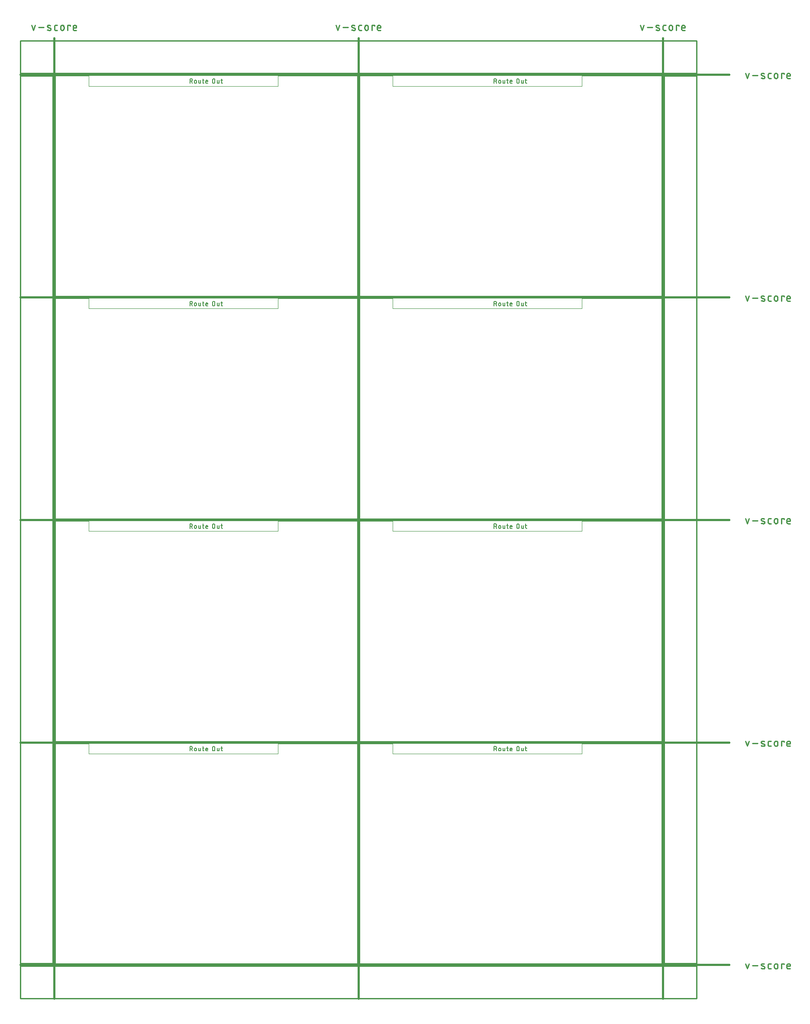
<source format=gko>
G04 EAGLE Gerber RS-274X export*
G75*
%MOMM*%
%FSLAX34Y34*%
%LPD*%
%IN*%
%IPPOS*%
%AMOC8*
5,1,8,0,0,1.08239X$1,22.5*%
G01*
%ADD10C,0.050000*%
%ADD11C,0.152400*%
%ADD12C,0.381000*%
%ADD13C,0.279400*%
%ADD14C,0.254000*%


D10*
X590000Y430000D02*
X590000Y0D01*
X0Y0D01*
X0Y430000D01*
X65000Y430000D01*
X65000Y410000D01*
X435000Y410000D01*
X435000Y430000D01*
X590000Y430000D01*
D11*
X263154Y424318D02*
X263154Y415682D01*
X263154Y424318D02*
X265553Y424318D01*
X265650Y424316D01*
X265746Y424310D01*
X265842Y424301D01*
X265938Y424287D01*
X266033Y424270D01*
X266127Y424248D01*
X266220Y424223D01*
X266313Y424195D01*
X266404Y424162D01*
X266493Y424126D01*
X266581Y424086D01*
X266668Y424043D01*
X266753Y423997D01*
X266835Y423947D01*
X266916Y423893D01*
X266994Y423837D01*
X267070Y423777D01*
X267144Y423715D01*
X267215Y423649D01*
X267283Y423581D01*
X267349Y423510D01*
X267411Y423436D01*
X267471Y423360D01*
X267527Y423282D01*
X267581Y423201D01*
X267631Y423119D01*
X267677Y423034D01*
X267720Y422947D01*
X267760Y422859D01*
X267796Y422770D01*
X267829Y422679D01*
X267857Y422586D01*
X267882Y422493D01*
X267904Y422399D01*
X267921Y422304D01*
X267935Y422208D01*
X267944Y422112D01*
X267950Y422016D01*
X267952Y421919D01*
X267950Y421822D01*
X267944Y421726D01*
X267935Y421630D01*
X267921Y421534D01*
X267904Y421439D01*
X267882Y421345D01*
X267857Y421252D01*
X267829Y421159D01*
X267796Y421068D01*
X267760Y420979D01*
X267720Y420891D01*
X267677Y420804D01*
X267631Y420720D01*
X267581Y420637D01*
X267527Y420556D01*
X267471Y420478D01*
X267411Y420402D01*
X267349Y420328D01*
X267283Y420257D01*
X267215Y420189D01*
X267144Y420123D01*
X267070Y420061D01*
X266994Y420001D01*
X266916Y419945D01*
X266835Y419891D01*
X266753Y419841D01*
X266668Y419795D01*
X266581Y419752D01*
X266493Y419712D01*
X266404Y419676D01*
X266313Y419643D01*
X266220Y419615D01*
X266127Y419590D01*
X266033Y419568D01*
X265938Y419551D01*
X265842Y419537D01*
X265746Y419528D01*
X265650Y419522D01*
X265553Y419520D01*
X263154Y419520D01*
X266032Y419520D02*
X267951Y415682D01*
X272083Y417601D02*
X272083Y419520D01*
X272085Y419606D01*
X272091Y419692D01*
X272100Y419778D01*
X272114Y419863D01*
X272131Y419947D01*
X272152Y420031D01*
X272177Y420113D01*
X272205Y420194D01*
X272237Y420274D01*
X272273Y420353D01*
X272312Y420429D01*
X272355Y420504D01*
X272400Y420577D01*
X272449Y420648D01*
X272502Y420716D01*
X272557Y420783D01*
X272615Y420846D01*
X272676Y420907D01*
X272739Y420965D01*
X272806Y421020D01*
X272874Y421073D01*
X272945Y421122D01*
X273018Y421167D01*
X273093Y421210D01*
X273169Y421249D01*
X273248Y421285D01*
X273328Y421317D01*
X273409Y421345D01*
X273491Y421370D01*
X273575Y421391D01*
X273659Y421408D01*
X273744Y421422D01*
X273830Y421431D01*
X273916Y421437D01*
X274002Y421439D01*
X274088Y421437D01*
X274174Y421431D01*
X274260Y421422D01*
X274345Y421408D01*
X274429Y421391D01*
X274513Y421370D01*
X274595Y421345D01*
X274676Y421317D01*
X274756Y421285D01*
X274835Y421249D01*
X274911Y421210D01*
X274986Y421167D01*
X275059Y421122D01*
X275130Y421073D01*
X275198Y421020D01*
X275265Y420965D01*
X275328Y420907D01*
X275389Y420846D01*
X275447Y420783D01*
X275502Y420716D01*
X275555Y420648D01*
X275604Y420577D01*
X275649Y420504D01*
X275692Y420429D01*
X275731Y420353D01*
X275767Y420274D01*
X275799Y420194D01*
X275827Y420113D01*
X275852Y420031D01*
X275873Y419947D01*
X275890Y419863D01*
X275904Y419778D01*
X275913Y419692D01*
X275919Y419606D01*
X275921Y419520D01*
X275921Y417601D01*
X275919Y417515D01*
X275913Y417429D01*
X275904Y417343D01*
X275890Y417258D01*
X275873Y417174D01*
X275852Y417090D01*
X275827Y417008D01*
X275799Y416927D01*
X275767Y416847D01*
X275731Y416768D01*
X275692Y416692D01*
X275649Y416617D01*
X275604Y416544D01*
X275555Y416473D01*
X275502Y416405D01*
X275447Y416338D01*
X275389Y416275D01*
X275328Y416214D01*
X275265Y416156D01*
X275198Y416101D01*
X275130Y416048D01*
X275059Y415999D01*
X274986Y415954D01*
X274911Y415911D01*
X274835Y415872D01*
X274756Y415836D01*
X274676Y415804D01*
X274595Y415776D01*
X274513Y415751D01*
X274429Y415730D01*
X274345Y415713D01*
X274260Y415699D01*
X274174Y415690D01*
X274088Y415684D01*
X274002Y415682D01*
X273916Y415684D01*
X273830Y415690D01*
X273744Y415699D01*
X273659Y415713D01*
X273575Y415730D01*
X273491Y415751D01*
X273409Y415776D01*
X273328Y415804D01*
X273248Y415836D01*
X273169Y415872D01*
X273093Y415911D01*
X273018Y415954D01*
X272945Y415999D01*
X272874Y416048D01*
X272806Y416101D01*
X272739Y416156D01*
X272676Y416214D01*
X272615Y416275D01*
X272557Y416338D01*
X272502Y416405D01*
X272449Y416473D01*
X272400Y416544D01*
X272355Y416617D01*
X272312Y416692D01*
X272273Y416768D01*
X272237Y416847D01*
X272205Y416927D01*
X272177Y417008D01*
X272152Y417090D01*
X272131Y417174D01*
X272114Y417258D01*
X272100Y417343D01*
X272091Y417429D01*
X272085Y417515D01*
X272083Y417601D01*
X280313Y417121D02*
X280313Y421439D01*
X280313Y417121D02*
X280315Y417046D01*
X280321Y416971D01*
X280331Y416896D01*
X280344Y416822D01*
X280362Y416749D01*
X280383Y416676D01*
X280409Y416605D01*
X280437Y416536D01*
X280470Y416468D01*
X280506Y416402D01*
X280545Y416337D01*
X280588Y416275D01*
X280634Y416215D01*
X280683Y416158D01*
X280734Y416103D01*
X280789Y416052D01*
X280846Y416003D01*
X280906Y415957D01*
X280968Y415914D01*
X281033Y415875D01*
X281099Y415839D01*
X281167Y415806D01*
X281236Y415778D01*
X281307Y415752D01*
X281380Y415731D01*
X281453Y415713D01*
X281527Y415700D01*
X281602Y415690D01*
X281677Y415684D01*
X281752Y415682D01*
X284151Y415682D01*
X284151Y421439D01*
X287697Y421439D02*
X290575Y421439D01*
X288656Y424318D02*
X288656Y417121D01*
X288658Y417048D01*
X288663Y416975D01*
X288673Y416903D01*
X288685Y416831D01*
X288702Y416760D01*
X288722Y416690D01*
X288746Y416621D01*
X288773Y416554D01*
X288803Y416487D01*
X288837Y416423D01*
X288874Y416360D01*
X288914Y416299D01*
X288957Y416240D01*
X289003Y416184D01*
X289052Y416130D01*
X289104Y416078D01*
X289158Y416029D01*
X289214Y415983D01*
X289273Y415940D01*
X289334Y415900D01*
X289397Y415863D01*
X289461Y415829D01*
X289528Y415799D01*
X289595Y415772D01*
X289664Y415748D01*
X289734Y415728D01*
X289805Y415711D01*
X289877Y415699D01*
X289949Y415689D01*
X290022Y415684D01*
X290095Y415682D01*
X290096Y415682D02*
X290575Y415682D01*
X295773Y415682D02*
X298172Y415682D01*
X295773Y415682D02*
X295698Y415684D01*
X295623Y415690D01*
X295548Y415700D01*
X295474Y415713D01*
X295401Y415731D01*
X295328Y415752D01*
X295257Y415778D01*
X295188Y415806D01*
X295120Y415839D01*
X295054Y415875D01*
X294989Y415914D01*
X294927Y415957D01*
X294867Y416003D01*
X294810Y416052D01*
X294755Y416103D01*
X294704Y416158D01*
X294655Y416215D01*
X294609Y416275D01*
X294566Y416337D01*
X294527Y416402D01*
X294491Y416468D01*
X294458Y416536D01*
X294430Y416605D01*
X294404Y416676D01*
X294383Y416749D01*
X294365Y416822D01*
X294352Y416896D01*
X294342Y416971D01*
X294336Y417046D01*
X294334Y417121D01*
X294333Y417121D02*
X294333Y419520D01*
X294334Y419520D02*
X294336Y419606D01*
X294342Y419692D01*
X294351Y419778D01*
X294365Y419863D01*
X294382Y419947D01*
X294403Y420031D01*
X294428Y420113D01*
X294456Y420194D01*
X294488Y420274D01*
X294524Y420353D01*
X294563Y420429D01*
X294606Y420504D01*
X294651Y420577D01*
X294700Y420648D01*
X294753Y420716D01*
X294808Y420783D01*
X294866Y420846D01*
X294927Y420907D01*
X294990Y420965D01*
X295057Y421020D01*
X295125Y421073D01*
X295196Y421122D01*
X295269Y421167D01*
X295344Y421210D01*
X295420Y421249D01*
X295499Y421285D01*
X295579Y421317D01*
X295660Y421345D01*
X295742Y421370D01*
X295826Y421391D01*
X295910Y421408D01*
X295995Y421422D01*
X296081Y421431D01*
X296167Y421437D01*
X296253Y421439D01*
X296339Y421437D01*
X296425Y421431D01*
X296511Y421422D01*
X296596Y421408D01*
X296680Y421391D01*
X296764Y421370D01*
X296846Y421345D01*
X296927Y421317D01*
X297007Y421285D01*
X297086Y421249D01*
X297162Y421210D01*
X297237Y421167D01*
X297310Y421122D01*
X297381Y421073D01*
X297449Y421020D01*
X297516Y420965D01*
X297579Y420907D01*
X297640Y420846D01*
X297698Y420783D01*
X297753Y420716D01*
X297806Y420648D01*
X297855Y420577D01*
X297900Y420504D01*
X297943Y420429D01*
X297982Y420353D01*
X298018Y420274D01*
X298050Y420194D01*
X298078Y420113D01*
X298103Y420031D01*
X298124Y419947D01*
X298141Y419863D01*
X298155Y419778D01*
X298164Y419692D01*
X298170Y419606D01*
X298172Y419520D01*
X298172Y418561D01*
X294333Y418561D01*
X307265Y418081D02*
X307265Y421919D01*
X307267Y422016D01*
X307273Y422112D01*
X307282Y422208D01*
X307296Y422304D01*
X307313Y422399D01*
X307335Y422493D01*
X307360Y422586D01*
X307388Y422679D01*
X307421Y422770D01*
X307457Y422859D01*
X307497Y422947D01*
X307540Y423034D01*
X307586Y423119D01*
X307636Y423201D01*
X307690Y423282D01*
X307746Y423360D01*
X307806Y423436D01*
X307868Y423510D01*
X307934Y423581D01*
X308002Y423649D01*
X308073Y423715D01*
X308147Y423777D01*
X308223Y423837D01*
X308301Y423893D01*
X308382Y423947D01*
X308465Y423997D01*
X308549Y424043D01*
X308636Y424086D01*
X308724Y424126D01*
X308813Y424162D01*
X308904Y424195D01*
X308997Y424223D01*
X309090Y424248D01*
X309184Y424270D01*
X309279Y424287D01*
X309375Y424301D01*
X309471Y424310D01*
X309567Y424316D01*
X309664Y424318D01*
X309761Y424316D01*
X309857Y424310D01*
X309953Y424301D01*
X310049Y424287D01*
X310144Y424270D01*
X310238Y424248D01*
X310331Y424223D01*
X310424Y424195D01*
X310515Y424162D01*
X310604Y424126D01*
X310692Y424086D01*
X310779Y424043D01*
X310864Y423997D01*
X310946Y423947D01*
X311027Y423893D01*
X311105Y423837D01*
X311181Y423777D01*
X311255Y423715D01*
X311326Y423649D01*
X311394Y423581D01*
X311460Y423510D01*
X311522Y423436D01*
X311582Y423360D01*
X311638Y423282D01*
X311692Y423201D01*
X311742Y423119D01*
X311788Y423034D01*
X311831Y422947D01*
X311871Y422859D01*
X311907Y422770D01*
X311940Y422679D01*
X311968Y422586D01*
X311993Y422493D01*
X312015Y422399D01*
X312032Y422304D01*
X312046Y422208D01*
X312055Y422112D01*
X312061Y422016D01*
X312063Y421919D01*
X312063Y418081D01*
X312061Y417984D01*
X312055Y417888D01*
X312046Y417792D01*
X312032Y417696D01*
X312015Y417601D01*
X311993Y417507D01*
X311968Y417414D01*
X311940Y417321D01*
X311907Y417230D01*
X311871Y417141D01*
X311831Y417053D01*
X311788Y416966D01*
X311742Y416882D01*
X311692Y416799D01*
X311638Y416718D01*
X311582Y416640D01*
X311522Y416564D01*
X311460Y416490D01*
X311394Y416419D01*
X311326Y416351D01*
X311255Y416285D01*
X311181Y416223D01*
X311105Y416163D01*
X311027Y416107D01*
X310946Y416053D01*
X310864Y416003D01*
X310779Y415957D01*
X310692Y415914D01*
X310604Y415874D01*
X310515Y415838D01*
X310424Y415805D01*
X310331Y415777D01*
X310238Y415752D01*
X310144Y415730D01*
X310049Y415713D01*
X309953Y415699D01*
X309857Y415690D01*
X309761Y415684D01*
X309664Y415682D01*
X309567Y415684D01*
X309471Y415690D01*
X309375Y415699D01*
X309279Y415713D01*
X309184Y415730D01*
X309090Y415752D01*
X308997Y415777D01*
X308904Y415805D01*
X308813Y415838D01*
X308724Y415874D01*
X308636Y415914D01*
X308549Y415957D01*
X308465Y416003D01*
X308382Y416053D01*
X308301Y416107D01*
X308223Y416163D01*
X308147Y416223D01*
X308073Y416285D01*
X308002Y416351D01*
X307934Y416419D01*
X307868Y416490D01*
X307806Y416564D01*
X307746Y416640D01*
X307690Y416718D01*
X307636Y416799D01*
X307586Y416882D01*
X307540Y416966D01*
X307497Y417053D01*
X307457Y417141D01*
X307421Y417230D01*
X307388Y417321D01*
X307360Y417414D01*
X307335Y417507D01*
X307313Y417601D01*
X307296Y417696D01*
X307282Y417792D01*
X307273Y417888D01*
X307267Y417984D01*
X307265Y418081D01*
X316584Y417121D02*
X316584Y421439D01*
X316584Y417121D02*
X316586Y417046D01*
X316592Y416971D01*
X316602Y416896D01*
X316615Y416822D01*
X316633Y416749D01*
X316654Y416676D01*
X316680Y416605D01*
X316708Y416536D01*
X316741Y416468D01*
X316777Y416402D01*
X316816Y416337D01*
X316859Y416275D01*
X316905Y416215D01*
X316954Y416158D01*
X317005Y416103D01*
X317060Y416052D01*
X317117Y416003D01*
X317177Y415957D01*
X317239Y415914D01*
X317304Y415875D01*
X317370Y415839D01*
X317438Y415806D01*
X317507Y415778D01*
X317578Y415752D01*
X317651Y415731D01*
X317724Y415713D01*
X317798Y415700D01*
X317873Y415690D01*
X317948Y415684D01*
X318023Y415682D01*
X320422Y415682D01*
X320422Y421439D01*
X323968Y421439D02*
X326846Y421439D01*
X324927Y424318D02*
X324927Y417121D01*
X324928Y417121D02*
X324930Y417048D01*
X324935Y416975D01*
X324945Y416903D01*
X324957Y416831D01*
X324974Y416760D01*
X324994Y416690D01*
X325018Y416621D01*
X325045Y416554D01*
X325075Y416487D01*
X325109Y416423D01*
X325146Y416360D01*
X325186Y416299D01*
X325229Y416240D01*
X325275Y416184D01*
X325324Y416130D01*
X325376Y416078D01*
X325430Y416029D01*
X325486Y415983D01*
X325545Y415940D01*
X325606Y415900D01*
X325669Y415863D01*
X325733Y415829D01*
X325800Y415799D01*
X325867Y415772D01*
X325936Y415748D01*
X326006Y415728D01*
X326077Y415711D01*
X326149Y415699D01*
X326221Y415689D01*
X326294Y415684D01*
X326367Y415682D01*
X326846Y415682D01*
D10*
X1185071Y430000D02*
X1185071Y0D01*
X595071Y0D01*
X595071Y430000D01*
X660071Y430000D01*
X660071Y410000D01*
X1030071Y410000D01*
X1030071Y430000D01*
X1185071Y430000D01*
D11*
X858225Y424318D02*
X858225Y415682D01*
X858225Y424318D02*
X860624Y424318D01*
X860721Y424316D01*
X860817Y424310D01*
X860913Y424301D01*
X861009Y424287D01*
X861104Y424270D01*
X861198Y424248D01*
X861291Y424223D01*
X861384Y424195D01*
X861475Y424162D01*
X861564Y424126D01*
X861652Y424086D01*
X861739Y424043D01*
X861824Y423997D01*
X861906Y423947D01*
X861987Y423893D01*
X862065Y423837D01*
X862141Y423777D01*
X862215Y423715D01*
X862286Y423649D01*
X862354Y423581D01*
X862420Y423510D01*
X862482Y423436D01*
X862542Y423360D01*
X862598Y423282D01*
X862652Y423201D01*
X862702Y423119D01*
X862748Y423034D01*
X862791Y422947D01*
X862831Y422859D01*
X862867Y422770D01*
X862900Y422679D01*
X862928Y422586D01*
X862953Y422493D01*
X862975Y422399D01*
X862992Y422304D01*
X863006Y422208D01*
X863015Y422112D01*
X863021Y422016D01*
X863023Y421919D01*
X863021Y421822D01*
X863015Y421726D01*
X863006Y421630D01*
X862992Y421534D01*
X862975Y421439D01*
X862953Y421345D01*
X862928Y421252D01*
X862900Y421159D01*
X862867Y421068D01*
X862831Y420979D01*
X862791Y420891D01*
X862748Y420804D01*
X862702Y420720D01*
X862652Y420637D01*
X862598Y420556D01*
X862542Y420478D01*
X862482Y420402D01*
X862420Y420328D01*
X862354Y420257D01*
X862286Y420189D01*
X862215Y420123D01*
X862141Y420061D01*
X862065Y420001D01*
X861987Y419945D01*
X861906Y419891D01*
X861824Y419841D01*
X861739Y419795D01*
X861652Y419752D01*
X861564Y419712D01*
X861475Y419676D01*
X861384Y419643D01*
X861291Y419615D01*
X861198Y419590D01*
X861104Y419568D01*
X861009Y419551D01*
X860913Y419537D01*
X860817Y419528D01*
X860721Y419522D01*
X860624Y419520D01*
X858225Y419520D01*
X861104Y419520D02*
X863023Y415682D01*
X867154Y417601D02*
X867154Y419520D01*
X867156Y419606D01*
X867162Y419692D01*
X867171Y419778D01*
X867185Y419863D01*
X867202Y419947D01*
X867223Y420031D01*
X867248Y420113D01*
X867276Y420194D01*
X867308Y420274D01*
X867344Y420353D01*
X867383Y420429D01*
X867426Y420504D01*
X867471Y420577D01*
X867520Y420648D01*
X867573Y420716D01*
X867628Y420783D01*
X867686Y420846D01*
X867747Y420907D01*
X867810Y420965D01*
X867877Y421020D01*
X867945Y421073D01*
X868016Y421122D01*
X868089Y421167D01*
X868164Y421210D01*
X868240Y421249D01*
X868319Y421285D01*
X868399Y421317D01*
X868480Y421345D01*
X868562Y421370D01*
X868646Y421391D01*
X868730Y421408D01*
X868815Y421422D01*
X868901Y421431D01*
X868987Y421437D01*
X869073Y421439D01*
X869159Y421437D01*
X869245Y421431D01*
X869331Y421422D01*
X869416Y421408D01*
X869500Y421391D01*
X869584Y421370D01*
X869666Y421345D01*
X869747Y421317D01*
X869827Y421285D01*
X869906Y421249D01*
X869982Y421210D01*
X870057Y421167D01*
X870130Y421122D01*
X870201Y421073D01*
X870269Y421020D01*
X870336Y420965D01*
X870399Y420907D01*
X870460Y420846D01*
X870518Y420783D01*
X870573Y420716D01*
X870626Y420648D01*
X870675Y420577D01*
X870720Y420504D01*
X870763Y420429D01*
X870802Y420353D01*
X870838Y420274D01*
X870870Y420194D01*
X870898Y420113D01*
X870923Y420031D01*
X870944Y419947D01*
X870961Y419863D01*
X870975Y419778D01*
X870984Y419692D01*
X870990Y419606D01*
X870992Y419520D01*
X870993Y419520D02*
X870993Y417601D01*
X870992Y417601D02*
X870990Y417515D01*
X870984Y417429D01*
X870975Y417343D01*
X870961Y417258D01*
X870944Y417174D01*
X870923Y417090D01*
X870898Y417008D01*
X870870Y416927D01*
X870838Y416847D01*
X870802Y416768D01*
X870763Y416692D01*
X870720Y416617D01*
X870675Y416544D01*
X870626Y416473D01*
X870573Y416405D01*
X870518Y416338D01*
X870460Y416275D01*
X870399Y416214D01*
X870336Y416156D01*
X870269Y416101D01*
X870201Y416048D01*
X870130Y415999D01*
X870057Y415954D01*
X869982Y415911D01*
X869906Y415872D01*
X869827Y415836D01*
X869747Y415804D01*
X869666Y415776D01*
X869584Y415751D01*
X869500Y415730D01*
X869416Y415713D01*
X869331Y415699D01*
X869245Y415690D01*
X869159Y415684D01*
X869073Y415682D01*
X868987Y415684D01*
X868901Y415690D01*
X868815Y415699D01*
X868730Y415713D01*
X868646Y415730D01*
X868562Y415751D01*
X868480Y415776D01*
X868399Y415804D01*
X868319Y415836D01*
X868240Y415872D01*
X868164Y415911D01*
X868089Y415954D01*
X868016Y415999D01*
X867945Y416048D01*
X867877Y416101D01*
X867810Y416156D01*
X867747Y416214D01*
X867686Y416275D01*
X867628Y416338D01*
X867573Y416405D01*
X867520Y416473D01*
X867471Y416544D01*
X867426Y416617D01*
X867383Y416692D01*
X867344Y416768D01*
X867308Y416847D01*
X867276Y416927D01*
X867248Y417008D01*
X867223Y417090D01*
X867202Y417174D01*
X867185Y417258D01*
X867171Y417343D01*
X867162Y417429D01*
X867156Y417515D01*
X867154Y417601D01*
X875384Y417121D02*
X875384Y421439D01*
X875384Y417121D02*
X875386Y417046D01*
X875392Y416971D01*
X875402Y416896D01*
X875415Y416822D01*
X875433Y416749D01*
X875454Y416676D01*
X875480Y416605D01*
X875508Y416536D01*
X875541Y416468D01*
X875577Y416402D01*
X875616Y416337D01*
X875659Y416275D01*
X875705Y416215D01*
X875754Y416158D01*
X875805Y416103D01*
X875860Y416052D01*
X875917Y416003D01*
X875977Y415957D01*
X876039Y415914D01*
X876104Y415875D01*
X876170Y415839D01*
X876238Y415806D01*
X876307Y415778D01*
X876378Y415752D01*
X876451Y415731D01*
X876524Y415713D01*
X876598Y415700D01*
X876673Y415690D01*
X876748Y415684D01*
X876823Y415682D01*
X879222Y415682D01*
X879222Y421439D01*
X882768Y421439D02*
X885646Y421439D01*
X883727Y424318D02*
X883727Y417121D01*
X883728Y417121D02*
X883730Y417048D01*
X883735Y416975D01*
X883745Y416903D01*
X883757Y416831D01*
X883774Y416760D01*
X883794Y416690D01*
X883818Y416621D01*
X883845Y416554D01*
X883875Y416487D01*
X883909Y416423D01*
X883946Y416360D01*
X883986Y416299D01*
X884029Y416240D01*
X884075Y416184D01*
X884124Y416130D01*
X884176Y416078D01*
X884230Y416029D01*
X884286Y415983D01*
X884345Y415940D01*
X884406Y415900D01*
X884469Y415863D01*
X884533Y415829D01*
X884600Y415799D01*
X884667Y415772D01*
X884736Y415748D01*
X884806Y415728D01*
X884877Y415711D01*
X884949Y415699D01*
X885021Y415689D01*
X885094Y415684D01*
X885167Y415682D01*
X885646Y415682D01*
X890844Y415682D02*
X893243Y415682D01*
X890844Y415682D02*
X890769Y415684D01*
X890694Y415690D01*
X890619Y415700D01*
X890545Y415713D01*
X890472Y415731D01*
X890399Y415752D01*
X890328Y415778D01*
X890259Y415806D01*
X890191Y415839D01*
X890125Y415875D01*
X890060Y415914D01*
X889998Y415957D01*
X889938Y416003D01*
X889881Y416052D01*
X889826Y416103D01*
X889775Y416158D01*
X889726Y416215D01*
X889680Y416275D01*
X889637Y416337D01*
X889598Y416402D01*
X889562Y416468D01*
X889529Y416536D01*
X889501Y416605D01*
X889475Y416676D01*
X889454Y416749D01*
X889436Y416822D01*
X889423Y416896D01*
X889413Y416971D01*
X889407Y417046D01*
X889405Y417121D01*
X889405Y419520D01*
X889407Y419606D01*
X889413Y419692D01*
X889422Y419778D01*
X889436Y419863D01*
X889453Y419947D01*
X889474Y420031D01*
X889499Y420113D01*
X889527Y420194D01*
X889559Y420274D01*
X889595Y420353D01*
X889634Y420429D01*
X889677Y420504D01*
X889722Y420577D01*
X889771Y420648D01*
X889824Y420716D01*
X889879Y420783D01*
X889937Y420846D01*
X889998Y420907D01*
X890061Y420965D01*
X890128Y421020D01*
X890196Y421073D01*
X890267Y421122D01*
X890340Y421167D01*
X890415Y421210D01*
X890491Y421249D01*
X890570Y421285D01*
X890650Y421317D01*
X890731Y421345D01*
X890813Y421370D01*
X890897Y421391D01*
X890981Y421408D01*
X891066Y421422D01*
X891152Y421431D01*
X891238Y421437D01*
X891324Y421439D01*
X891410Y421437D01*
X891496Y421431D01*
X891582Y421422D01*
X891667Y421408D01*
X891751Y421391D01*
X891835Y421370D01*
X891917Y421345D01*
X891998Y421317D01*
X892078Y421285D01*
X892157Y421249D01*
X892233Y421210D01*
X892308Y421167D01*
X892381Y421122D01*
X892452Y421073D01*
X892520Y421020D01*
X892587Y420965D01*
X892650Y420907D01*
X892711Y420846D01*
X892769Y420783D01*
X892824Y420716D01*
X892877Y420648D01*
X892926Y420577D01*
X892971Y420504D01*
X893014Y420429D01*
X893053Y420353D01*
X893089Y420274D01*
X893121Y420194D01*
X893149Y420113D01*
X893174Y420031D01*
X893195Y419947D01*
X893212Y419863D01*
X893226Y419778D01*
X893235Y419692D01*
X893241Y419606D01*
X893243Y419520D01*
X893243Y418561D01*
X889405Y418561D01*
X902336Y418081D02*
X902336Y421919D01*
X902338Y422016D01*
X902344Y422112D01*
X902353Y422208D01*
X902367Y422304D01*
X902384Y422399D01*
X902406Y422493D01*
X902431Y422586D01*
X902459Y422679D01*
X902492Y422770D01*
X902528Y422859D01*
X902568Y422947D01*
X902611Y423034D01*
X902657Y423119D01*
X902707Y423201D01*
X902761Y423282D01*
X902817Y423360D01*
X902877Y423436D01*
X902939Y423510D01*
X903005Y423581D01*
X903073Y423649D01*
X903144Y423715D01*
X903218Y423777D01*
X903294Y423837D01*
X903372Y423893D01*
X903453Y423947D01*
X903536Y423997D01*
X903620Y424043D01*
X903707Y424086D01*
X903795Y424126D01*
X903884Y424162D01*
X903975Y424195D01*
X904068Y424223D01*
X904161Y424248D01*
X904255Y424270D01*
X904350Y424287D01*
X904446Y424301D01*
X904542Y424310D01*
X904638Y424316D01*
X904735Y424318D01*
X904832Y424316D01*
X904928Y424310D01*
X905024Y424301D01*
X905120Y424287D01*
X905215Y424270D01*
X905309Y424248D01*
X905402Y424223D01*
X905495Y424195D01*
X905586Y424162D01*
X905675Y424126D01*
X905763Y424086D01*
X905850Y424043D01*
X905935Y423997D01*
X906017Y423947D01*
X906098Y423893D01*
X906176Y423837D01*
X906252Y423777D01*
X906326Y423715D01*
X906397Y423649D01*
X906465Y423581D01*
X906531Y423510D01*
X906593Y423436D01*
X906653Y423360D01*
X906709Y423282D01*
X906763Y423201D01*
X906813Y423119D01*
X906859Y423034D01*
X906902Y422947D01*
X906942Y422859D01*
X906978Y422770D01*
X907011Y422679D01*
X907039Y422586D01*
X907064Y422493D01*
X907086Y422399D01*
X907103Y422304D01*
X907117Y422208D01*
X907126Y422112D01*
X907132Y422016D01*
X907134Y421919D01*
X907134Y418081D01*
X907132Y417984D01*
X907126Y417888D01*
X907117Y417792D01*
X907103Y417696D01*
X907086Y417601D01*
X907064Y417507D01*
X907039Y417414D01*
X907011Y417321D01*
X906978Y417230D01*
X906942Y417141D01*
X906902Y417053D01*
X906859Y416966D01*
X906813Y416882D01*
X906763Y416799D01*
X906709Y416718D01*
X906653Y416640D01*
X906593Y416564D01*
X906531Y416490D01*
X906465Y416419D01*
X906397Y416351D01*
X906326Y416285D01*
X906252Y416223D01*
X906176Y416163D01*
X906098Y416107D01*
X906017Y416053D01*
X905935Y416003D01*
X905850Y415957D01*
X905763Y415914D01*
X905675Y415874D01*
X905586Y415838D01*
X905495Y415805D01*
X905402Y415777D01*
X905309Y415752D01*
X905215Y415730D01*
X905120Y415713D01*
X905024Y415699D01*
X904928Y415690D01*
X904832Y415684D01*
X904735Y415682D01*
X904638Y415684D01*
X904542Y415690D01*
X904446Y415699D01*
X904350Y415713D01*
X904255Y415730D01*
X904161Y415752D01*
X904068Y415777D01*
X903975Y415805D01*
X903884Y415838D01*
X903795Y415874D01*
X903707Y415914D01*
X903620Y415957D01*
X903536Y416003D01*
X903453Y416053D01*
X903372Y416107D01*
X903294Y416163D01*
X903218Y416223D01*
X903144Y416285D01*
X903073Y416351D01*
X903005Y416419D01*
X902939Y416490D01*
X902877Y416564D01*
X902817Y416640D01*
X902761Y416718D01*
X902707Y416799D01*
X902657Y416882D01*
X902611Y416966D01*
X902568Y417053D01*
X902528Y417141D01*
X902492Y417230D01*
X902459Y417321D01*
X902431Y417414D01*
X902406Y417507D01*
X902384Y417601D01*
X902367Y417696D01*
X902353Y417792D01*
X902344Y417888D01*
X902338Y417984D01*
X902336Y418081D01*
X911655Y417121D02*
X911655Y421439D01*
X911655Y417121D02*
X911657Y417046D01*
X911663Y416971D01*
X911673Y416896D01*
X911686Y416822D01*
X911704Y416749D01*
X911725Y416676D01*
X911751Y416605D01*
X911779Y416536D01*
X911812Y416468D01*
X911848Y416402D01*
X911887Y416337D01*
X911930Y416275D01*
X911976Y416215D01*
X912025Y416158D01*
X912076Y416103D01*
X912131Y416052D01*
X912188Y416003D01*
X912248Y415957D01*
X912310Y415914D01*
X912375Y415875D01*
X912441Y415839D01*
X912509Y415806D01*
X912578Y415778D01*
X912649Y415752D01*
X912722Y415731D01*
X912795Y415713D01*
X912869Y415700D01*
X912944Y415690D01*
X913019Y415684D01*
X913094Y415682D01*
X915493Y415682D01*
X915493Y421439D01*
X919039Y421439D02*
X921918Y421439D01*
X919998Y424318D02*
X919998Y417121D01*
X919999Y417121D02*
X920001Y417048D01*
X920006Y416975D01*
X920016Y416903D01*
X920028Y416831D01*
X920045Y416760D01*
X920065Y416690D01*
X920089Y416621D01*
X920116Y416554D01*
X920146Y416487D01*
X920180Y416423D01*
X920217Y416360D01*
X920257Y416299D01*
X920300Y416240D01*
X920346Y416184D01*
X920395Y416130D01*
X920447Y416078D01*
X920501Y416029D01*
X920557Y415983D01*
X920616Y415940D01*
X920677Y415900D01*
X920740Y415863D01*
X920804Y415829D01*
X920871Y415799D01*
X920938Y415772D01*
X921007Y415748D01*
X921077Y415728D01*
X921148Y415711D01*
X921220Y415699D01*
X921292Y415689D01*
X921365Y415684D01*
X921438Y415682D01*
X921918Y415682D01*
D10*
X590000Y435077D02*
X590000Y865077D01*
X590000Y435077D02*
X0Y435077D01*
X0Y865077D01*
X65000Y865077D01*
X65000Y845077D01*
X435000Y845077D01*
X435000Y865077D01*
X590000Y865077D01*
D11*
X263154Y859395D02*
X263154Y850759D01*
X263154Y859395D02*
X265553Y859395D01*
X265650Y859393D01*
X265746Y859387D01*
X265842Y859378D01*
X265938Y859364D01*
X266033Y859347D01*
X266127Y859325D01*
X266220Y859300D01*
X266313Y859272D01*
X266404Y859239D01*
X266493Y859203D01*
X266581Y859163D01*
X266668Y859120D01*
X266753Y859074D01*
X266835Y859024D01*
X266916Y858970D01*
X266994Y858914D01*
X267070Y858854D01*
X267144Y858792D01*
X267215Y858726D01*
X267283Y858658D01*
X267349Y858587D01*
X267411Y858513D01*
X267471Y858437D01*
X267527Y858359D01*
X267581Y858278D01*
X267631Y858196D01*
X267677Y858111D01*
X267720Y858024D01*
X267760Y857936D01*
X267796Y857847D01*
X267829Y857756D01*
X267857Y857663D01*
X267882Y857570D01*
X267904Y857476D01*
X267921Y857381D01*
X267935Y857285D01*
X267944Y857189D01*
X267950Y857093D01*
X267952Y856996D01*
X267950Y856899D01*
X267944Y856803D01*
X267935Y856707D01*
X267921Y856611D01*
X267904Y856516D01*
X267882Y856422D01*
X267857Y856329D01*
X267829Y856236D01*
X267796Y856145D01*
X267760Y856056D01*
X267720Y855968D01*
X267677Y855881D01*
X267631Y855797D01*
X267581Y855714D01*
X267527Y855633D01*
X267471Y855555D01*
X267411Y855479D01*
X267349Y855405D01*
X267283Y855334D01*
X267215Y855266D01*
X267144Y855200D01*
X267070Y855138D01*
X266994Y855078D01*
X266916Y855022D01*
X266835Y854968D01*
X266753Y854918D01*
X266668Y854872D01*
X266581Y854829D01*
X266493Y854789D01*
X266404Y854753D01*
X266313Y854720D01*
X266220Y854692D01*
X266127Y854667D01*
X266033Y854645D01*
X265938Y854628D01*
X265842Y854614D01*
X265746Y854605D01*
X265650Y854599D01*
X265553Y854597D01*
X263154Y854597D01*
X266032Y854597D02*
X267951Y850759D01*
X272083Y852678D02*
X272083Y854597D01*
X272085Y854683D01*
X272091Y854769D01*
X272100Y854855D01*
X272114Y854940D01*
X272131Y855024D01*
X272152Y855108D01*
X272177Y855190D01*
X272205Y855271D01*
X272237Y855351D01*
X272273Y855430D01*
X272312Y855506D01*
X272355Y855581D01*
X272400Y855654D01*
X272449Y855725D01*
X272502Y855793D01*
X272557Y855860D01*
X272615Y855923D01*
X272676Y855984D01*
X272739Y856042D01*
X272806Y856097D01*
X272874Y856150D01*
X272945Y856199D01*
X273018Y856244D01*
X273093Y856287D01*
X273169Y856326D01*
X273248Y856362D01*
X273328Y856394D01*
X273409Y856422D01*
X273491Y856447D01*
X273575Y856468D01*
X273659Y856485D01*
X273744Y856499D01*
X273830Y856508D01*
X273916Y856514D01*
X274002Y856516D01*
X274088Y856514D01*
X274174Y856508D01*
X274260Y856499D01*
X274345Y856485D01*
X274429Y856468D01*
X274513Y856447D01*
X274595Y856422D01*
X274676Y856394D01*
X274756Y856362D01*
X274835Y856326D01*
X274911Y856287D01*
X274986Y856244D01*
X275059Y856199D01*
X275130Y856150D01*
X275198Y856097D01*
X275265Y856042D01*
X275328Y855984D01*
X275389Y855923D01*
X275447Y855860D01*
X275502Y855793D01*
X275555Y855725D01*
X275604Y855654D01*
X275649Y855581D01*
X275692Y855506D01*
X275731Y855430D01*
X275767Y855351D01*
X275799Y855271D01*
X275827Y855190D01*
X275852Y855108D01*
X275873Y855024D01*
X275890Y854940D01*
X275904Y854855D01*
X275913Y854769D01*
X275919Y854683D01*
X275921Y854597D01*
X275921Y852678D01*
X275919Y852592D01*
X275913Y852506D01*
X275904Y852420D01*
X275890Y852335D01*
X275873Y852251D01*
X275852Y852167D01*
X275827Y852085D01*
X275799Y852004D01*
X275767Y851924D01*
X275731Y851845D01*
X275692Y851769D01*
X275649Y851694D01*
X275604Y851621D01*
X275555Y851550D01*
X275502Y851482D01*
X275447Y851415D01*
X275389Y851352D01*
X275328Y851291D01*
X275265Y851233D01*
X275198Y851178D01*
X275130Y851125D01*
X275059Y851076D01*
X274986Y851031D01*
X274911Y850988D01*
X274835Y850949D01*
X274756Y850913D01*
X274676Y850881D01*
X274595Y850853D01*
X274513Y850828D01*
X274429Y850807D01*
X274345Y850790D01*
X274260Y850776D01*
X274174Y850767D01*
X274088Y850761D01*
X274002Y850759D01*
X273916Y850761D01*
X273830Y850767D01*
X273744Y850776D01*
X273659Y850790D01*
X273575Y850807D01*
X273491Y850828D01*
X273409Y850853D01*
X273328Y850881D01*
X273248Y850913D01*
X273169Y850949D01*
X273093Y850988D01*
X273018Y851031D01*
X272945Y851076D01*
X272874Y851125D01*
X272806Y851178D01*
X272739Y851233D01*
X272676Y851291D01*
X272615Y851352D01*
X272557Y851415D01*
X272502Y851482D01*
X272449Y851550D01*
X272400Y851621D01*
X272355Y851694D01*
X272312Y851769D01*
X272273Y851845D01*
X272237Y851924D01*
X272205Y852004D01*
X272177Y852085D01*
X272152Y852167D01*
X272131Y852251D01*
X272114Y852335D01*
X272100Y852420D01*
X272091Y852506D01*
X272085Y852592D01*
X272083Y852678D01*
X280313Y852198D02*
X280313Y856516D01*
X280313Y852198D02*
X280315Y852123D01*
X280321Y852048D01*
X280331Y851973D01*
X280344Y851899D01*
X280362Y851826D01*
X280383Y851753D01*
X280409Y851682D01*
X280437Y851613D01*
X280470Y851545D01*
X280506Y851479D01*
X280545Y851414D01*
X280588Y851352D01*
X280634Y851292D01*
X280683Y851235D01*
X280734Y851180D01*
X280789Y851129D01*
X280846Y851080D01*
X280906Y851034D01*
X280968Y850991D01*
X281033Y850952D01*
X281099Y850916D01*
X281167Y850883D01*
X281236Y850855D01*
X281307Y850829D01*
X281380Y850808D01*
X281453Y850790D01*
X281527Y850777D01*
X281602Y850767D01*
X281677Y850761D01*
X281752Y850759D01*
X284151Y850759D01*
X284151Y856516D01*
X287697Y856516D02*
X290575Y856516D01*
X288656Y859395D02*
X288656Y852198D01*
X288658Y852125D01*
X288663Y852052D01*
X288673Y851980D01*
X288685Y851908D01*
X288702Y851837D01*
X288722Y851767D01*
X288746Y851698D01*
X288773Y851631D01*
X288803Y851564D01*
X288837Y851500D01*
X288874Y851437D01*
X288914Y851376D01*
X288957Y851317D01*
X289003Y851261D01*
X289052Y851207D01*
X289104Y851155D01*
X289158Y851106D01*
X289214Y851060D01*
X289273Y851017D01*
X289334Y850977D01*
X289397Y850940D01*
X289461Y850906D01*
X289528Y850876D01*
X289595Y850849D01*
X289664Y850825D01*
X289734Y850805D01*
X289805Y850788D01*
X289877Y850776D01*
X289949Y850766D01*
X290022Y850761D01*
X290095Y850759D01*
X290096Y850759D02*
X290575Y850759D01*
X295773Y850759D02*
X298172Y850759D01*
X295773Y850759D02*
X295698Y850761D01*
X295623Y850767D01*
X295548Y850777D01*
X295474Y850790D01*
X295401Y850808D01*
X295328Y850829D01*
X295257Y850855D01*
X295188Y850883D01*
X295120Y850916D01*
X295054Y850952D01*
X294989Y850991D01*
X294927Y851034D01*
X294867Y851080D01*
X294810Y851129D01*
X294755Y851180D01*
X294704Y851235D01*
X294655Y851292D01*
X294609Y851352D01*
X294566Y851414D01*
X294527Y851479D01*
X294491Y851545D01*
X294458Y851613D01*
X294430Y851682D01*
X294404Y851753D01*
X294383Y851826D01*
X294365Y851899D01*
X294352Y851973D01*
X294342Y852048D01*
X294336Y852123D01*
X294334Y852198D01*
X294333Y852198D02*
X294333Y854597D01*
X294334Y854597D02*
X294336Y854683D01*
X294342Y854769D01*
X294351Y854855D01*
X294365Y854940D01*
X294382Y855024D01*
X294403Y855108D01*
X294428Y855190D01*
X294456Y855271D01*
X294488Y855351D01*
X294524Y855430D01*
X294563Y855506D01*
X294606Y855581D01*
X294651Y855654D01*
X294700Y855725D01*
X294753Y855793D01*
X294808Y855860D01*
X294866Y855923D01*
X294927Y855984D01*
X294990Y856042D01*
X295057Y856097D01*
X295125Y856150D01*
X295196Y856199D01*
X295269Y856244D01*
X295344Y856287D01*
X295420Y856326D01*
X295499Y856362D01*
X295579Y856394D01*
X295660Y856422D01*
X295742Y856447D01*
X295826Y856468D01*
X295910Y856485D01*
X295995Y856499D01*
X296081Y856508D01*
X296167Y856514D01*
X296253Y856516D01*
X296339Y856514D01*
X296425Y856508D01*
X296511Y856499D01*
X296596Y856485D01*
X296680Y856468D01*
X296764Y856447D01*
X296846Y856422D01*
X296927Y856394D01*
X297007Y856362D01*
X297086Y856326D01*
X297162Y856287D01*
X297237Y856244D01*
X297310Y856199D01*
X297381Y856150D01*
X297449Y856097D01*
X297516Y856042D01*
X297579Y855984D01*
X297640Y855923D01*
X297698Y855860D01*
X297753Y855793D01*
X297806Y855725D01*
X297855Y855654D01*
X297900Y855581D01*
X297943Y855506D01*
X297982Y855430D01*
X298018Y855351D01*
X298050Y855271D01*
X298078Y855190D01*
X298103Y855108D01*
X298124Y855024D01*
X298141Y854940D01*
X298155Y854855D01*
X298164Y854769D01*
X298170Y854683D01*
X298172Y854597D01*
X298172Y853637D01*
X294333Y853637D01*
X307265Y853157D02*
X307265Y856996D01*
X307267Y857093D01*
X307273Y857189D01*
X307282Y857285D01*
X307296Y857381D01*
X307313Y857476D01*
X307335Y857570D01*
X307360Y857663D01*
X307388Y857756D01*
X307421Y857847D01*
X307457Y857936D01*
X307497Y858024D01*
X307540Y858111D01*
X307586Y858196D01*
X307636Y858278D01*
X307690Y858359D01*
X307746Y858437D01*
X307806Y858513D01*
X307868Y858587D01*
X307934Y858658D01*
X308002Y858726D01*
X308073Y858792D01*
X308147Y858854D01*
X308223Y858914D01*
X308301Y858970D01*
X308382Y859024D01*
X308465Y859074D01*
X308549Y859120D01*
X308636Y859163D01*
X308724Y859203D01*
X308813Y859239D01*
X308904Y859272D01*
X308997Y859300D01*
X309090Y859325D01*
X309184Y859347D01*
X309279Y859364D01*
X309375Y859378D01*
X309471Y859387D01*
X309567Y859393D01*
X309664Y859395D01*
X309761Y859393D01*
X309857Y859387D01*
X309953Y859378D01*
X310049Y859364D01*
X310144Y859347D01*
X310238Y859325D01*
X310331Y859300D01*
X310424Y859272D01*
X310515Y859239D01*
X310604Y859203D01*
X310692Y859163D01*
X310779Y859120D01*
X310864Y859074D01*
X310946Y859024D01*
X311027Y858970D01*
X311105Y858914D01*
X311181Y858854D01*
X311255Y858792D01*
X311326Y858726D01*
X311394Y858658D01*
X311460Y858587D01*
X311522Y858513D01*
X311582Y858437D01*
X311638Y858359D01*
X311692Y858278D01*
X311742Y858196D01*
X311788Y858111D01*
X311831Y858024D01*
X311871Y857936D01*
X311907Y857847D01*
X311940Y857756D01*
X311968Y857663D01*
X311993Y857570D01*
X312015Y857476D01*
X312032Y857381D01*
X312046Y857285D01*
X312055Y857189D01*
X312061Y857093D01*
X312063Y856996D01*
X312063Y853157D01*
X312061Y853060D01*
X312055Y852964D01*
X312046Y852868D01*
X312032Y852772D01*
X312015Y852677D01*
X311993Y852583D01*
X311968Y852490D01*
X311940Y852397D01*
X311907Y852306D01*
X311871Y852217D01*
X311831Y852129D01*
X311788Y852042D01*
X311742Y851958D01*
X311692Y851875D01*
X311638Y851794D01*
X311582Y851716D01*
X311522Y851640D01*
X311460Y851566D01*
X311394Y851495D01*
X311326Y851427D01*
X311255Y851361D01*
X311181Y851299D01*
X311105Y851239D01*
X311027Y851183D01*
X310946Y851129D01*
X310864Y851079D01*
X310779Y851033D01*
X310692Y850990D01*
X310604Y850950D01*
X310515Y850914D01*
X310424Y850881D01*
X310331Y850853D01*
X310238Y850828D01*
X310144Y850806D01*
X310049Y850789D01*
X309953Y850775D01*
X309857Y850766D01*
X309761Y850760D01*
X309664Y850758D01*
X309567Y850760D01*
X309471Y850766D01*
X309375Y850775D01*
X309279Y850789D01*
X309184Y850806D01*
X309090Y850828D01*
X308997Y850853D01*
X308904Y850881D01*
X308813Y850914D01*
X308724Y850950D01*
X308636Y850990D01*
X308549Y851033D01*
X308465Y851079D01*
X308382Y851129D01*
X308301Y851183D01*
X308223Y851239D01*
X308147Y851299D01*
X308073Y851361D01*
X308002Y851427D01*
X307934Y851495D01*
X307868Y851566D01*
X307806Y851640D01*
X307746Y851716D01*
X307690Y851794D01*
X307636Y851875D01*
X307586Y851958D01*
X307540Y852042D01*
X307497Y852129D01*
X307457Y852217D01*
X307421Y852306D01*
X307388Y852397D01*
X307360Y852490D01*
X307335Y852583D01*
X307313Y852677D01*
X307296Y852772D01*
X307282Y852868D01*
X307273Y852964D01*
X307267Y853060D01*
X307265Y853157D01*
X316584Y852198D02*
X316584Y856516D01*
X316584Y852198D02*
X316586Y852123D01*
X316592Y852048D01*
X316602Y851973D01*
X316615Y851899D01*
X316633Y851826D01*
X316654Y851753D01*
X316680Y851682D01*
X316708Y851613D01*
X316741Y851545D01*
X316777Y851479D01*
X316816Y851414D01*
X316859Y851352D01*
X316905Y851292D01*
X316954Y851235D01*
X317005Y851180D01*
X317060Y851129D01*
X317117Y851080D01*
X317177Y851034D01*
X317239Y850991D01*
X317304Y850952D01*
X317370Y850916D01*
X317438Y850883D01*
X317507Y850855D01*
X317578Y850829D01*
X317651Y850808D01*
X317724Y850790D01*
X317798Y850777D01*
X317873Y850767D01*
X317948Y850761D01*
X318023Y850759D01*
X320422Y850759D01*
X320422Y856516D01*
X323968Y856516D02*
X326846Y856516D01*
X324927Y859395D02*
X324927Y852198D01*
X324928Y852198D02*
X324930Y852125D01*
X324935Y852052D01*
X324945Y851980D01*
X324957Y851908D01*
X324974Y851837D01*
X324994Y851767D01*
X325018Y851698D01*
X325045Y851631D01*
X325075Y851564D01*
X325109Y851500D01*
X325146Y851437D01*
X325186Y851376D01*
X325229Y851317D01*
X325275Y851261D01*
X325324Y851207D01*
X325376Y851155D01*
X325430Y851106D01*
X325486Y851060D01*
X325545Y851017D01*
X325606Y850977D01*
X325669Y850940D01*
X325733Y850906D01*
X325800Y850876D01*
X325867Y850849D01*
X325936Y850825D01*
X326006Y850805D01*
X326077Y850788D01*
X326149Y850776D01*
X326221Y850766D01*
X326294Y850761D01*
X326367Y850759D01*
X326846Y850759D01*
D10*
X1185071Y865077D02*
X1185071Y435077D01*
X595071Y435077D01*
X595071Y865077D01*
X660071Y865077D01*
X660071Y845077D01*
X1030071Y845077D01*
X1030071Y865077D01*
X1185071Y865077D01*
D11*
X858225Y859395D02*
X858225Y850759D01*
X858225Y859395D02*
X860624Y859395D01*
X860721Y859393D01*
X860817Y859387D01*
X860913Y859378D01*
X861009Y859364D01*
X861104Y859347D01*
X861198Y859325D01*
X861291Y859300D01*
X861384Y859272D01*
X861475Y859239D01*
X861564Y859203D01*
X861652Y859163D01*
X861739Y859120D01*
X861824Y859074D01*
X861906Y859024D01*
X861987Y858970D01*
X862065Y858914D01*
X862141Y858854D01*
X862215Y858792D01*
X862286Y858726D01*
X862354Y858658D01*
X862420Y858587D01*
X862482Y858513D01*
X862542Y858437D01*
X862598Y858359D01*
X862652Y858278D01*
X862702Y858196D01*
X862748Y858111D01*
X862791Y858024D01*
X862831Y857936D01*
X862867Y857847D01*
X862900Y857756D01*
X862928Y857663D01*
X862953Y857570D01*
X862975Y857476D01*
X862992Y857381D01*
X863006Y857285D01*
X863015Y857189D01*
X863021Y857093D01*
X863023Y856996D01*
X863021Y856899D01*
X863015Y856803D01*
X863006Y856707D01*
X862992Y856611D01*
X862975Y856516D01*
X862953Y856422D01*
X862928Y856329D01*
X862900Y856236D01*
X862867Y856145D01*
X862831Y856056D01*
X862791Y855968D01*
X862748Y855881D01*
X862702Y855797D01*
X862652Y855714D01*
X862598Y855633D01*
X862542Y855555D01*
X862482Y855479D01*
X862420Y855405D01*
X862354Y855334D01*
X862286Y855266D01*
X862215Y855200D01*
X862141Y855138D01*
X862065Y855078D01*
X861987Y855022D01*
X861906Y854968D01*
X861824Y854918D01*
X861739Y854872D01*
X861652Y854829D01*
X861564Y854789D01*
X861475Y854753D01*
X861384Y854720D01*
X861291Y854692D01*
X861198Y854667D01*
X861104Y854645D01*
X861009Y854628D01*
X860913Y854614D01*
X860817Y854605D01*
X860721Y854599D01*
X860624Y854597D01*
X858225Y854597D01*
X861104Y854597D02*
X863023Y850759D01*
X867154Y852678D02*
X867154Y854597D01*
X867156Y854683D01*
X867162Y854769D01*
X867171Y854855D01*
X867185Y854940D01*
X867202Y855024D01*
X867223Y855108D01*
X867248Y855190D01*
X867276Y855271D01*
X867308Y855351D01*
X867344Y855430D01*
X867383Y855506D01*
X867426Y855581D01*
X867471Y855654D01*
X867520Y855725D01*
X867573Y855793D01*
X867628Y855860D01*
X867686Y855923D01*
X867747Y855984D01*
X867810Y856042D01*
X867877Y856097D01*
X867945Y856150D01*
X868016Y856199D01*
X868089Y856244D01*
X868164Y856287D01*
X868240Y856326D01*
X868319Y856362D01*
X868399Y856394D01*
X868480Y856422D01*
X868562Y856447D01*
X868646Y856468D01*
X868730Y856485D01*
X868815Y856499D01*
X868901Y856508D01*
X868987Y856514D01*
X869073Y856516D01*
X869159Y856514D01*
X869245Y856508D01*
X869331Y856499D01*
X869416Y856485D01*
X869500Y856468D01*
X869584Y856447D01*
X869666Y856422D01*
X869747Y856394D01*
X869827Y856362D01*
X869906Y856326D01*
X869982Y856287D01*
X870057Y856244D01*
X870130Y856199D01*
X870201Y856150D01*
X870269Y856097D01*
X870336Y856042D01*
X870399Y855984D01*
X870460Y855923D01*
X870518Y855860D01*
X870573Y855793D01*
X870626Y855725D01*
X870675Y855654D01*
X870720Y855581D01*
X870763Y855506D01*
X870802Y855430D01*
X870838Y855351D01*
X870870Y855271D01*
X870898Y855190D01*
X870923Y855108D01*
X870944Y855024D01*
X870961Y854940D01*
X870975Y854855D01*
X870984Y854769D01*
X870990Y854683D01*
X870992Y854597D01*
X870993Y854597D02*
X870993Y852678D01*
X870992Y852678D02*
X870990Y852592D01*
X870984Y852506D01*
X870975Y852420D01*
X870961Y852335D01*
X870944Y852251D01*
X870923Y852167D01*
X870898Y852085D01*
X870870Y852004D01*
X870838Y851924D01*
X870802Y851845D01*
X870763Y851769D01*
X870720Y851694D01*
X870675Y851621D01*
X870626Y851550D01*
X870573Y851482D01*
X870518Y851415D01*
X870460Y851352D01*
X870399Y851291D01*
X870336Y851233D01*
X870269Y851178D01*
X870201Y851125D01*
X870130Y851076D01*
X870057Y851031D01*
X869982Y850988D01*
X869906Y850949D01*
X869827Y850913D01*
X869747Y850881D01*
X869666Y850853D01*
X869584Y850828D01*
X869500Y850807D01*
X869416Y850790D01*
X869331Y850776D01*
X869245Y850767D01*
X869159Y850761D01*
X869073Y850759D01*
X868987Y850761D01*
X868901Y850767D01*
X868815Y850776D01*
X868730Y850790D01*
X868646Y850807D01*
X868562Y850828D01*
X868480Y850853D01*
X868399Y850881D01*
X868319Y850913D01*
X868240Y850949D01*
X868164Y850988D01*
X868089Y851031D01*
X868016Y851076D01*
X867945Y851125D01*
X867877Y851178D01*
X867810Y851233D01*
X867747Y851291D01*
X867686Y851352D01*
X867628Y851415D01*
X867573Y851482D01*
X867520Y851550D01*
X867471Y851621D01*
X867426Y851694D01*
X867383Y851769D01*
X867344Y851845D01*
X867308Y851924D01*
X867276Y852004D01*
X867248Y852085D01*
X867223Y852167D01*
X867202Y852251D01*
X867185Y852335D01*
X867171Y852420D01*
X867162Y852506D01*
X867156Y852592D01*
X867154Y852678D01*
X875384Y852198D02*
X875384Y856516D01*
X875384Y852198D02*
X875386Y852123D01*
X875392Y852048D01*
X875402Y851973D01*
X875415Y851899D01*
X875433Y851826D01*
X875454Y851753D01*
X875480Y851682D01*
X875508Y851613D01*
X875541Y851545D01*
X875577Y851479D01*
X875616Y851414D01*
X875659Y851352D01*
X875705Y851292D01*
X875754Y851235D01*
X875805Y851180D01*
X875860Y851129D01*
X875917Y851080D01*
X875977Y851034D01*
X876039Y850991D01*
X876104Y850952D01*
X876170Y850916D01*
X876238Y850883D01*
X876307Y850855D01*
X876378Y850829D01*
X876451Y850808D01*
X876524Y850790D01*
X876598Y850777D01*
X876673Y850767D01*
X876748Y850761D01*
X876823Y850759D01*
X879222Y850759D01*
X879222Y856516D01*
X882768Y856516D02*
X885646Y856516D01*
X883727Y859395D02*
X883727Y852198D01*
X883728Y852198D02*
X883730Y852125D01*
X883735Y852052D01*
X883745Y851980D01*
X883757Y851908D01*
X883774Y851837D01*
X883794Y851767D01*
X883818Y851698D01*
X883845Y851631D01*
X883875Y851564D01*
X883909Y851500D01*
X883946Y851437D01*
X883986Y851376D01*
X884029Y851317D01*
X884075Y851261D01*
X884124Y851207D01*
X884176Y851155D01*
X884230Y851106D01*
X884286Y851060D01*
X884345Y851017D01*
X884406Y850977D01*
X884469Y850940D01*
X884533Y850906D01*
X884600Y850876D01*
X884667Y850849D01*
X884736Y850825D01*
X884806Y850805D01*
X884877Y850788D01*
X884949Y850776D01*
X885021Y850766D01*
X885094Y850761D01*
X885167Y850759D01*
X885646Y850759D01*
X890844Y850759D02*
X893243Y850759D01*
X890844Y850759D02*
X890769Y850761D01*
X890694Y850767D01*
X890619Y850777D01*
X890545Y850790D01*
X890472Y850808D01*
X890399Y850829D01*
X890328Y850855D01*
X890259Y850883D01*
X890191Y850916D01*
X890125Y850952D01*
X890060Y850991D01*
X889998Y851034D01*
X889938Y851080D01*
X889881Y851129D01*
X889826Y851180D01*
X889775Y851235D01*
X889726Y851292D01*
X889680Y851352D01*
X889637Y851414D01*
X889598Y851479D01*
X889562Y851545D01*
X889529Y851613D01*
X889501Y851682D01*
X889475Y851753D01*
X889454Y851826D01*
X889436Y851899D01*
X889423Y851973D01*
X889413Y852048D01*
X889407Y852123D01*
X889405Y852198D01*
X889405Y854597D01*
X889407Y854683D01*
X889413Y854769D01*
X889422Y854855D01*
X889436Y854940D01*
X889453Y855024D01*
X889474Y855108D01*
X889499Y855190D01*
X889527Y855271D01*
X889559Y855351D01*
X889595Y855430D01*
X889634Y855506D01*
X889677Y855581D01*
X889722Y855654D01*
X889771Y855725D01*
X889824Y855793D01*
X889879Y855860D01*
X889937Y855923D01*
X889998Y855984D01*
X890061Y856042D01*
X890128Y856097D01*
X890196Y856150D01*
X890267Y856199D01*
X890340Y856244D01*
X890415Y856287D01*
X890491Y856326D01*
X890570Y856362D01*
X890650Y856394D01*
X890731Y856422D01*
X890813Y856447D01*
X890897Y856468D01*
X890981Y856485D01*
X891066Y856499D01*
X891152Y856508D01*
X891238Y856514D01*
X891324Y856516D01*
X891410Y856514D01*
X891496Y856508D01*
X891582Y856499D01*
X891667Y856485D01*
X891751Y856468D01*
X891835Y856447D01*
X891917Y856422D01*
X891998Y856394D01*
X892078Y856362D01*
X892157Y856326D01*
X892233Y856287D01*
X892308Y856244D01*
X892381Y856199D01*
X892452Y856150D01*
X892520Y856097D01*
X892587Y856042D01*
X892650Y855984D01*
X892711Y855923D01*
X892769Y855860D01*
X892824Y855793D01*
X892877Y855725D01*
X892926Y855654D01*
X892971Y855581D01*
X893014Y855506D01*
X893053Y855430D01*
X893089Y855351D01*
X893121Y855271D01*
X893149Y855190D01*
X893174Y855108D01*
X893195Y855024D01*
X893212Y854940D01*
X893226Y854855D01*
X893235Y854769D01*
X893241Y854683D01*
X893243Y854597D01*
X893243Y853637D01*
X889405Y853637D01*
X902336Y853157D02*
X902336Y856996D01*
X902338Y857093D01*
X902344Y857189D01*
X902353Y857285D01*
X902367Y857381D01*
X902384Y857476D01*
X902406Y857570D01*
X902431Y857663D01*
X902459Y857756D01*
X902492Y857847D01*
X902528Y857936D01*
X902568Y858024D01*
X902611Y858111D01*
X902657Y858196D01*
X902707Y858278D01*
X902761Y858359D01*
X902817Y858437D01*
X902877Y858513D01*
X902939Y858587D01*
X903005Y858658D01*
X903073Y858726D01*
X903144Y858792D01*
X903218Y858854D01*
X903294Y858914D01*
X903372Y858970D01*
X903453Y859024D01*
X903536Y859074D01*
X903620Y859120D01*
X903707Y859163D01*
X903795Y859203D01*
X903884Y859239D01*
X903975Y859272D01*
X904068Y859300D01*
X904161Y859325D01*
X904255Y859347D01*
X904350Y859364D01*
X904446Y859378D01*
X904542Y859387D01*
X904638Y859393D01*
X904735Y859395D01*
X904832Y859393D01*
X904928Y859387D01*
X905024Y859378D01*
X905120Y859364D01*
X905215Y859347D01*
X905309Y859325D01*
X905402Y859300D01*
X905495Y859272D01*
X905586Y859239D01*
X905675Y859203D01*
X905763Y859163D01*
X905850Y859120D01*
X905935Y859074D01*
X906017Y859024D01*
X906098Y858970D01*
X906176Y858914D01*
X906252Y858854D01*
X906326Y858792D01*
X906397Y858726D01*
X906465Y858658D01*
X906531Y858587D01*
X906593Y858513D01*
X906653Y858437D01*
X906709Y858359D01*
X906763Y858278D01*
X906813Y858196D01*
X906859Y858111D01*
X906902Y858024D01*
X906942Y857936D01*
X906978Y857847D01*
X907011Y857756D01*
X907039Y857663D01*
X907064Y857570D01*
X907086Y857476D01*
X907103Y857381D01*
X907117Y857285D01*
X907126Y857189D01*
X907132Y857093D01*
X907134Y856996D01*
X907134Y853157D01*
X907132Y853060D01*
X907126Y852964D01*
X907117Y852868D01*
X907103Y852772D01*
X907086Y852677D01*
X907064Y852583D01*
X907039Y852490D01*
X907011Y852397D01*
X906978Y852306D01*
X906942Y852217D01*
X906902Y852129D01*
X906859Y852042D01*
X906813Y851958D01*
X906763Y851875D01*
X906709Y851794D01*
X906653Y851716D01*
X906593Y851640D01*
X906531Y851566D01*
X906465Y851495D01*
X906397Y851427D01*
X906326Y851361D01*
X906252Y851299D01*
X906176Y851239D01*
X906098Y851183D01*
X906017Y851129D01*
X905935Y851079D01*
X905850Y851033D01*
X905763Y850990D01*
X905675Y850950D01*
X905586Y850914D01*
X905495Y850881D01*
X905402Y850853D01*
X905309Y850828D01*
X905215Y850806D01*
X905120Y850789D01*
X905024Y850775D01*
X904928Y850766D01*
X904832Y850760D01*
X904735Y850758D01*
X904638Y850760D01*
X904542Y850766D01*
X904446Y850775D01*
X904350Y850789D01*
X904255Y850806D01*
X904161Y850828D01*
X904068Y850853D01*
X903975Y850881D01*
X903884Y850914D01*
X903795Y850950D01*
X903707Y850990D01*
X903620Y851033D01*
X903536Y851079D01*
X903453Y851129D01*
X903372Y851183D01*
X903294Y851239D01*
X903218Y851299D01*
X903144Y851361D01*
X903073Y851427D01*
X903005Y851495D01*
X902939Y851566D01*
X902877Y851640D01*
X902817Y851716D01*
X902761Y851794D01*
X902707Y851875D01*
X902657Y851958D01*
X902611Y852042D01*
X902568Y852129D01*
X902528Y852217D01*
X902492Y852306D01*
X902459Y852397D01*
X902431Y852490D01*
X902406Y852583D01*
X902384Y852677D01*
X902367Y852772D01*
X902353Y852868D01*
X902344Y852964D01*
X902338Y853060D01*
X902336Y853157D01*
X911655Y852198D02*
X911655Y856516D01*
X911655Y852198D02*
X911657Y852123D01*
X911663Y852048D01*
X911673Y851973D01*
X911686Y851899D01*
X911704Y851826D01*
X911725Y851753D01*
X911751Y851682D01*
X911779Y851613D01*
X911812Y851545D01*
X911848Y851479D01*
X911887Y851414D01*
X911930Y851352D01*
X911976Y851292D01*
X912025Y851235D01*
X912076Y851180D01*
X912131Y851129D01*
X912188Y851080D01*
X912248Y851034D01*
X912310Y850991D01*
X912375Y850952D01*
X912441Y850916D01*
X912509Y850883D01*
X912578Y850855D01*
X912649Y850829D01*
X912722Y850808D01*
X912795Y850790D01*
X912869Y850777D01*
X912944Y850767D01*
X913019Y850761D01*
X913094Y850759D01*
X915493Y850759D01*
X915493Y856516D01*
X919039Y856516D02*
X921918Y856516D01*
X919998Y859395D02*
X919998Y852198D01*
X919999Y852198D02*
X920001Y852125D01*
X920006Y852052D01*
X920016Y851980D01*
X920028Y851908D01*
X920045Y851837D01*
X920065Y851767D01*
X920089Y851698D01*
X920116Y851631D01*
X920146Y851564D01*
X920180Y851500D01*
X920217Y851437D01*
X920257Y851376D01*
X920300Y851317D01*
X920346Y851261D01*
X920395Y851207D01*
X920447Y851155D01*
X920501Y851106D01*
X920557Y851060D01*
X920616Y851017D01*
X920677Y850977D01*
X920740Y850940D01*
X920804Y850906D01*
X920871Y850876D01*
X920938Y850849D01*
X921007Y850825D01*
X921077Y850805D01*
X921148Y850788D01*
X921220Y850776D01*
X921292Y850766D01*
X921365Y850761D01*
X921438Y850759D01*
X921918Y850759D01*
D10*
X590000Y870153D02*
X590000Y1300153D01*
X590000Y870153D02*
X0Y870153D01*
X0Y1300153D01*
X65000Y1300153D01*
X65000Y1280153D01*
X435000Y1280153D01*
X435000Y1300153D01*
X590000Y1300153D01*
D11*
X263154Y1294471D02*
X263154Y1285835D01*
X263154Y1294471D02*
X265553Y1294471D01*
X265650Y1294469D01*
X265746Y1294463D01*
X265842Y1294454D01*
X265938Y1294440D01*
X266033Y1294423D01*
X266127Y1294401D01*
X266220Y1294376D01*
X266313Y1294348D01*
X266404Y1294315D01*
X266493Y1294279D01*
X266581Y1294239D01*
X266668Y1294196D01*
X266753Y1294150D01*
X266835Y1294100D01*
X266916Y1294046D01*
X266994Y1293990D01*
X267070Y1293930D01*
X267144Y1293868D01*
X267215Y1293802D01*
X267283Y1293734D01*
X267349Y1293663D01*
X267411Y1293589D01*
X267471Y1293513D01*
X267527Y1293435D01*
X267581Y1293354D01*
X267631Y1293272D01*
X267677Y1293187D01*
X267720Y1293100D01*
X267760Y1293012D01*
X267796Y1292923D01*
X267829Y1292832D01*
X267857Y1292739D01*
X267882Y1292646D01*
X267904Y1292552D01*
X267921Y1292457D01*
X267935Y1292361D01*
X267944Y1292265D01*
X267950Y1292169D01*
X267952Y1292072D01*
X267950Y1291975D01*
X267944Y1291879D01*
X267935Y1291783D01*
X267921Y1291687D01*
X267904Y1291592D01*
X267882Y1291498D01*
X267857Y1291405D01*
X267829Y1291312D01*
X267796Y1291221D01*
X267760Y1291132D01*
X267720Y1291044D01*
X267677Y1290957D01*
X267631Y1290873D01*
X267581Y1290790D01*
X267527Y1290709D01*
X267471Y1290631D01*
X267411Y1290555D01*
X267349Y1290481D01*
X267283Y1290410D01*
X267215Y1290342D01*
X267144Y1290276D01*
X267070Y1290214D01*
X266994Y1290154D01*
X266916Y1290098D01*
X266835Y1290044D01*
X266753Y1289994D01*
X266668Y1289948D01*
X266581Y1289905D01*
X266493Y1289865D01*
X266404Y1289829D01*
X266313Y1289796D01*
X266220Y1289768D01*
X266127Y1289743D01*
X266033Y1289721D01*
X265938Y1289704D01*
X265842Y1289690D01*
X265746Y1289681D01*
X265650Y1289675D01*
X265553Y1289673D01*
X263154Y1289673D01*
X266032Y1289673D02*
X267951Y1285835D01*
X272083Y1287754D02*
X272083Y1289673D01*
X272085Y1289759D01*
X272091Y1289845D01*
X272100Y1289931D01*
X272114Y1290016D01*
X272131Y1290100D01*
X272152Y1290184D01*
X272177Y1290266D01*
X272205Y1290347D01*
X272237Y1290427D01*
X272273Y1290506D01*
X272312Y1290582D01*
X272355Y1290657D01*
X272400Y1290730D01*
X272449Y1290801D01*
X272502Y1290869D01*
X272557Y1290936D01*
X272615Y1290999D01*
X272676Y1291060D01*
X272739Y1291118D01*
X272806Y1291173D01*
X272874Y1291226D01*
X272945Y1291275D01*
X273018Y1291320D01*
X273093Y1291363D01*
X273169Y1291402D01*
X273248Y1291438D01*
X273328Y1291470D01*
X273409Y1291498D01*
X273491Y1291523D01*
X273575Y1291544D01*
X273659Y1291561D01*
X273744Y1291575D01*
X273830Y1291584D01*
X273916Y1291590D01*
X274002Y1291592D01*
X274088Y1291590D01*
X274174Y1291584D01*
X274260Y1291575D01*
X274345Y1291561D01*
X274429Y1291544D01*
X274513Y1291523D01*
X274595Y1291498D01*
X274676Y1291470D01*
X274756Y1291438D01*
X274835Y1291402D01*
X274911Y1291363D01*
X274986Y1291320D01*
X275059Y1291275D01*
X275130Y1291226D01*
X275198Y1291173D01*
X275265Y1291118D01*
X275328Y1291060D01*
X275389Y1290999D01*
X275447Y1290936D01*
X275502Y1290869D01*
X275555Y1290801D01*
X275604Y1290730D01*
X275649Y1290657D01*
X275692Y1290582D01*
X275731Y1290506D01*
X275767Y1290427D01*
X275799Y1290347D01*
X275827Y1290266D01*
X275852Y1290184D01*
X275873Y1290100D01*
X275890Y1290016D01*
X275904Y1289931D01*
X275913Y1289845D01*
X275919Y1289759D01*
X275921Y1289673D01*
X275921Y1287754D01*
X275919Y1287668D01*
X275913Y1287582D01*
X275904Y1287496D01*
X275890Y1287411D01*
X275873Y1287327D01*
X275852Y1287243D01*
X275827Y1287161D01*
X275799Y1287080D01*
X275767Y1287000D01*
X275731Y1286921D01*
X275692Y1286845D01*
X275649Y1286770D01*
X275604Y1286697D01*
X275555Y1286626D01*
X275502Y1286558D01*
X275447Y1286491D01*
X275389Y1286428D01*
X275328Y1286367D01*
X275265Y1286309D01*
X275198Y1286254D01*
X275130Y1286201D01*
X275059Y1286152D01*
X274986Y1286107D01*
X274911Y1286064D01*
X274835Y1286025D01*
X274756Y1285989D01*
X274676Y1285957D01*
X274595Y1285929D01*
X274513Y1285904D01*
X274429Y1285883D01*
X274345Y1285866D01*
X274260Y1285852D01*
X274174Y1285843D01*
X274088Y1285837D01*
X274002Y1285835D01*
X273916Y1285837D01*
X273830Y1285843D01*
X273744Y1285852D01*
X273659Y1285866D01*
X273575Y1285883D01*
X273491Y1285904D01*
X273409Y1285929D01*
X273328Y1285957D01*
X273248Y1285989D01*
X273169Y1286025D01*
X273093Y1286064D01*
X273018Y1286107D01*
X272945Y1286152D01*
X272874Y1286201D01*
X272806Y1286254D01*
X272739Y1286309D01*
X272676Y1286367D01*
X272615Y1286428D01*
X272557Y1286491D01*
X272502Y1286558D01*
X272449Y1286626D01*
X272400Y1286697D01*
X272355Y1286770D01*
X272312Y1286845D01*
X272273Y1286921D01*
X272237Y1287000D01*
X272205Y1287080D01*
X272177Y1287161D01*
X272152Y1287243D01*
X272131Y1287327D01*
X272114Y1287411D01*
X272100Y1287496D01*
X272091Y1287582D01*
X272085Y1287668D01*
X272083Y1287754D01*
X280313Y1287275D02*
X280313Y1291593D01*
X280313Y1287275D02*
X280315Y1287200D01*
X280321Y1287125D01*
X280331Y1287050D01*
X280344Y1286976D01*
X280362Y1286903D01*
X280383Y1286830D01*
X280409Y1286759D01*
X280437Y1286690D01*
X280470Y1286622D01*
X280506Y1286556D01*
X280545Y1286491D01*
X280588Y1286429D01*
X280634Y1286369D01*
X280683Y1286312D01*
X280734Y1286257D01*
X280789Y1286206D01*
X280846Y1286157D01*
X280906Y1286111D01*
X280968Y1286068D01*
X281033Y1286029D01*
X281099Y1285993D01*
X281167Y1285960D01*
X281236Y1285932D01*
X281307Y1285906D01*
X281380Y1285885D01*
X281453Y1285867D01*
X281527Y1285854D01*
X281602Y1285844D01*
X281677Y1285838D01*
X281752Y1285836D01*
X281752Y1285835D02*
X284151Y1285835D01*
X284151Y1291593D01*
X287697Y1291593D02*
X290575Y1291593D01*
X288656Y1294471D02*
X288656Y1287275D01*
X288658Y1287202D01*
X288663Y1287129D01*
X288673Y1287057D01*
X288685Y1286985D01*
X288702Y1286914D01*
X288722Y1286844D01*
X288746Y1286775D01*
X288773Y1286708D01*
X288803Y1286641D01*
X288837Y1286577D01*
X288874Y1286514D01*
X288914Y1286453D01*
X288957Y1286394D01*
X289003Y1286338D01*
X289052Y1286284D01*
X289104Y1286232D01*
X289158Y1286183D01*
X289214Y1286137D01*
X289273Y1286094D01*
X289334Y1286054D01*
X289397Y1286017D01*
X289461Y1285983D01*
X289528Y1285953D01*
X289595Y1285926D01*
X289664Y1285902D01*
X289734Y1285882D01*
X289805Y1285865D01*
X289877Y1285853D01*
X289949Y1285843D01*
X290022Y1285838D01*
X290095Y1285836D01*
X290096Y1285835D02*
X290575Y1285835D01*
X295773Y1285835D02*
X298172Y1285835D01*
X295773Y1285836D02*
X295698Y1285838D01*
X295623Y1285844D01*
X295548Y1285854D01*
X295474Y1285867D01*
X295401Y1285885D01*
X295328Y1285906D01*
X295257Y1285932D01*
X295188Y1285960D01*
X295120Y1285993D01*
X295054Y1286029D01*
X294989Y1286068D01*
X294927Y1286111D01*
X294867Y1286157D01*
X294810Y1286206D01*
X294755Y1286257D01*
X294704Y1286312D01*
X294655Y1286369D01*
X294609Y1286429D01*
X294566Y1286491D01*
X294527Y1286556D01*
X294491Y1286622D01*
X294458Y1286690D01*
X294430Y1286759D01*
X294404Y1286830D01*
X294383Y1286903D01*
X294365Y1286976D01*
X294352Y1287050D01*
X294342Y1287125D01*
X294336Y1287200D01*
X294334Y1287275D01*
X294333Y1287275D02*
X294333Y1289673D01*
X294334Y1289673D02*
X294336Y1289759D01*
X294342Y1289845D01*
X294351Y1289931D01*
X294365Y1290016D01*
X294382Y1290100D01*
X294403Y1290184D01*
X294428Y1290266D01*
X294456Y1290347D01*
X294488Y1290427D01*
X294524Y1290506D01*
X294563Y1290582D01*
X294606Y1290657D01*
X294651Y1290730D01*
X294700Y1290801D01*
X294753Y1290869D01*
X294808Y1290936D01*
X294866Y1290999D01*
X294927Y1291060D01*
X294990Y1291118D01*
X295057Y1291173D01*
X295125Y1291226D01*
X295196Y1291275D01*
X295269Y1291320D01*
X295344Y1291363D01*
X295420Y1291402D01*
X295499Y1291438D01*
X295579Y1291470D01*
X295660Y1291498D01*
X295742Y1291523D01*
X295826Y1291544D01*
X295910Y1291561D01*
X295995Y1291575D01*
X296081Y1291584D01*
X296167Y1291590D01*
X296253Y1291592D01*
X296339Y1291590D01*
X296425Y1291584D01*
X296511Y1291575D01*
X296596Y1291561D01*
X296680Y1291544D01*
X296764Y1291523D01*
X296846Y1291498D01*
X296927Y1291470D01*
X297007Y1291438D01*
X297086Y1291402D01*
X297162Y1291363D01*
X297237Y1291320D01*
X297310Y1291275D01*
X297381Y1291226D01*
X297449Y1291173D01*
X297516Y1291118D01*
X297579Y1291060D01*
X297640Y1290999D01*
X297698Y1290936D01*
X297753Y1290869D01*
X297806Y1290801D01*
X297855Y1290730D01*
X297900Y1290657D01*
X297943Y1290582D01*
X297982Y1290506D01*
X298018Y1290427D01*
X298050Y1290347D01*
X298078Y1290266D01*
X298103Y1290184D01*
X298124Y1290100D01*
X298141Y1290016D01*
X298155Y1289931D01*
X298164Y1289845D01*
X298170Y1289759D01*
X298172Y1289673D01*
X298172Y1288714D01*
X294333Y1288714D01*
X307265Y1288234D02*
X307265Y1292072D01*
X307267Y1292169D01*
X307273Y1292265D01*
X307282Y1292361D01*
X307296Y1292457D01*
X307313Y1292552D01*
X307335Y1292646D01*
X307360Y1292739D01*
X307388Y1292832D01*
X307421Y1292923D01*
X307457Y1293012D01*
X307497Y1293100D01*
X307540Y1293187D01*
X307586Y1293272D01*
X307636Y1293354D01*
X307690Y1293435D01*
X307746Y1293513D01*
X307806Y1293589D01*
X307868Y1293663D01*
X307934Y1293734D01*
X308002Y1293802D01*
X308073Y1293868D01*
X308147Y1293930D01*
X308223Y1293990D01*
X308301Y1294046D01*
X308382Y1294100D01*
X308465Y1294150D01*
X308549Y1294196D01*
X308636Y1294239D01*
X308724Y1294279D01*
X308813Y1294315D01*
X308904Y1294348D01*
X308997Y1294376D01*
X309090Y1294401D01*
X309184Y1294423D01*
X309279Y1294440D01*
X309375Y1294454D01*
X309471Y1294463D01*
X309567Y1294469D01*
X309664Y1294471D01*
X309761Y1294469D01*
X309857Y1294463D01*
X309953Y1294454D01*
X310049Y1294440D01*
X310144Y1294423D01*
X310238Y1294401D01*
X310331Y1294376D01*
X310424Y1294348D01*
X310515Y1294315D01*
X310604Y1294279D01*
X310692Y1294239D01*
X310779Y1294196D01*
X310864Y1294150D01*
X310946Y1294100D01*
X311027Y1294046D01*
X311105Y1293990D01*
X311181Y1293930D01*
X311255Y1293868D01*
X311326Y1293802D01*
X311394Y1293734D01*
X311460Y1293663D01*
X311522Y1293589D01*
X311582Y1293513D01*
X311638Y1293435D01*
X311692Y1293354D01*
X311742Y1293272D01*
X311788Y1293187D01*
X311831Y1293100D01*
X311871Y1293012D01*
X311907Y1292923D01*
X311940Y1292832D01*
X311968Y1292739D01*
X311993Y1292646D01*
X312015Y1292552D01*
X312032Y1292457D01*
X312046Y1292361D01*
X312055Y1292265D01*
X312061Y1292169D01*
X312063Y1292072D01*
X312063Y1288234D01*
X312061Y1288137D01*
X312055Y1288041D01*
X312046Y1287945D01*
X312032Y1287849D01*
X312015Y1287754D01*
X311993Y1287660D01*
X311968Y1287567D01*
X311940Y1287474D01*
X311907Y1287383D01*
X311871Y1287294D01*
X311831Y1287206D01*
X311788Y1287119D01*
X311742Y1287035D01*
X311692Y1286952D01*
X311638Y1286871D01*
X311582Y1286793D01*
X311522Y1286717D01*
X311460Y1286643D01*
X311394Y1286572D01*
X311326Y1286504D01*
X311255Y1286438D01*
X311181Y1286376D01*
X311105Y1286316D01*
X311027Y1286260D01*
X310946Y1286206D01*
X310864Y1286156D01*
X310779Y1286110D01*
X310692Y1286067D01*
X310604Y1286027D01*
X310515Y1285991D01*
X310424Y1285958D01*
X310331Y1285930D01*
X310238Y1285905D01*
X310144Y1285883D01*
X310049Y1285866D01*
X309953Y1285852D01*
X309857Y1285843D01*
X309761Y1285837D01*
X309664Y1285835D01*
X309567Y1285837D01*
X309471Y1285843D01*
X309375Y1285852D01*
X309279Y1285866D01*
X309184Y1285883D01*
X309090Y1285905D01*
X308997Y1285930D01*
X308904Y1285958D01*
X308813Y1285991D01*
X308724Y1286027D01*
X308636Y1286067D01*
X308549Y1286110D01*
X308465Y1286156D01*
X308382Y1286206D01*
X308301Y1286260D01*
X308223Y1286316D01*
X308147Y1286376D01*
X308073Y1286438D01*
X308002Y1286504D01*
X307934Y1286572D01*
X307868Y1286643D01*
X307806Y1286717D01*
X307746Y1286793D01*
X307690Y1286871D01*
X307636Y1286952D01*
X307586Y1287035D01*
X307540Y1287119D01*
X307497Y1287206D01*
X307457Y1287294D01*
X307421Y1287383D01*
X307388Y1287474D01*
X307360Y1287567D01*
X307335Y1287660D01*
X307313Y1287754D01*
X307296Y1287849D01*
X307282Y1287945D01*
X307273Y1288041D01*
X307267Y1288137D01*
X307265Y1288234D01*
X316584Y1287275D02*
X316584Y1291593D01*
X316584Y1287275D02*
X316586Y1287200D01*
X316592Y1287125D01*
X316602Y1287050D01*
X316615Y1286976D01*
X316633Y1286903D01*
X316654Y1286830D01*
X316680Y1286759D01*
X316708Y1286690D01*
X316741Y1286622D01*
X316777Y1286556D01*
X316816Y1286491D01*
X316859Y1286429D01*
X316905Y1286369D01*
X316954Y1286312D01*
X317005Y1286257D01*
X317060Y1286206D01*
X317117Y1286157D01*
X317177Y1286111D01*
X317239Y1286068D01*
X317304Y1286029D01*
X317370Y1285993D01*
X317438Y1285960D01*
X317507Y1285932D01*
X317578Y1285906D01*
X317651Y1285885D01*
X317724Y1285867D01*
X317798Y1285854D01*
X317873Y1285844D01*
X317948Y1285838D01*
X318023Y1285836D01*
X318023Y1285835D02*
X320422Y1285835D01*
X320422Y1291593D01*
X323968Y1291593D02*
X326846Y1291593D01*
X324927Y1294471D02*
X324927Y1287275D01*
X324928Y1287275D02*
X324930Y1287202D01*
X324935Y1287129D01*
X324945Y1287057D01*
X324957Y1286985D01*
X324974Y1286914D01*
X324994Y1286844D01*
X325018Y1286775D01*
X325045Y1286708D01*
X325075Y1286641D01*
X325109Y1286577D01*
X325146Y1286514D01*
X325186Y1286453D01*
X325229Y1286394D01*
X325275Y1286338D01*
X325324Y1286284D01*
X325376Y1286232D01*
X325430Y1286183D01*
X325486Y1286137D01*
X325545Y1286094D01*
X325606Y1286054D01*
X325669Y1286017D01*
X325733Y1285983D01*
X325800Y1285953D01*
X325867Y1285926D01*
X325936Y1285902D01*
X326006Y1285882D01*
X326077Y1285865D01*
X326149Y1285853D01*
X326221Y1285843D01*
X326294Y1285838D01*
X326367Y1285836D01*
X326367Y1285835D02*
X326846Y1285835D01*
D10*
X1185071Y1300153D02*
X1185071Y870153D01*
X595071Y870153D01*
X595071Y1300153D01*
X660071Y1300153D01*
X660071Y1280153D01*
X1030071Y1280153D01*
X1030071Y1300153D01*
X1185071Y1300153D01*
D11*
X858225Y1294471D02*
X858225Y1285835D01*
X858225Y1294471D02*
X860624Y1294471D01*
X860721Y1294469D01*
X860817Y1294463D01*
X860913Y1294454D01*
X861009Y1294440D01*
X861104Y1294423D01*
X861198Y1294401D01*
X861291Y1294376D01*
X861384Y1294348D01*
X861475Y1294315D01*
X861564Y1294279D01*
X861652Y1294239D01*
X861739Y1294196D01*
X861824Y1294150D01*
X861906Y1294100D01*
X861987Y1294046D01*
X862065Y1293990D01*
X862141Y1293930D01*
X862215Y1293868D01*
X862286Y1293802D01*
X862354Y1293734D01*
X862420Y1293663D01*
X862482Y1293589D01*
X862542Y1293513D01*
X862598Y1293435D01*
X862652Y1293354D01*
X862702Y1293272D01*
X862748Y1293187D01*
X862791Y1293100D01*
X862831Y1293012D01*
X862867Y1292923D01*
X862900Y1292832D01*
X862928Y1292739D01*
X862953Y1292646D01*
X862975Y1292552D01*
X862992Y1292457D01*
X863006Y1292361D01*
X863015Y1292265D01*
X863021Y1292169D01*
X863023Y1292072D01*
X863021Y1291975D01*
X863015Y1291879D01*
X863006Y1291783D01*
X862992Y1291687D01*
X862975Y1291592D01*
X862953Y1291498D01*
X862928Y1291405D01*
X862900Y1291312D01*
X862867Y1291221D01*
X862831Y1291132D01*
X862791Y1291044D01*
X862748Y1290957D01*
X862702Y1290873D01*
X862652Y1290790D01*
X862598Y1290709D01*
X862542Y1290631D01*
X862482Y1290555D01*
X862420Y1290481D01*
X862354Y1290410D01*
X862286Y1290342D01*
X862215Y1290276D01*
X862141Y1290214D01*
X862065Y1290154D01*
X861987Y1290098D01*
X861906Y1290044D01*
X861824Y1289994D01*
X861739Y1289948D01*
X861652Y1289905D01*
X861564Y1289865D01*
X861475Y1289829D01*
X861384Y1289796D01*
X861291Y1289768D01*
X861198Y1289743D01*
X861104Y1289721D01*
X861009Y1289704D01*
X860913Y1289690D01*
X860817Y1289681D01*
X860721Y1289675D01*
X860624Y1289673D01*
X858225Y1289673D01*
X861104Y1289673D02*
X863023Y1285835D01*
X867154Y1287754D02*
X867154Y1289673D01*
X867156Y1289759D01*
X867162Y1289845D01*
X867171Y1289931D01*
X867185Y1290016D01*
X867202Y1290100D01*
X867223Y1290184D01*
X867248Y1290266D01*
X867276Y1290347D01*
X867308Y1290427D01*
X867344Y1290506D01*
X867383Y1290582D01*
X867426Y1290657D01*
X867471Y1290730D01*
X867520Y1290801D01*
X867573Y1290869D01*
X867628Y1290936D01*
X867686Y1290999D01*
X867747Y1291060D01*
X867810Y1291118D01*
X867877Y1291173D01*
X867945Y1291226D01*
X868016Y1291275D01*
X868089Y1291320D01*
X868164Y1291363D01*
X868240Y1291402D01*
X868319Y1291438D01*
X868399Y1291470D01*
X868480Y1291498D01*
X868562Y1291523D01*
X868646Y1291544D01*
X868730Y1291561D01*
X868815Y1291575D01*
X868901Y1291584D01*
X868987Y1291590D01*
X869073Y1291592D01*
X869159Y1291590D01*
X869245Y1291584D01*
X869331Y1291575D01*
X869416Y1291561D01*
X869500Y1291544D01*
X869584Y1291523D01*
X869666Y1291498D01*
X869747Y1291470D01*
X869827Y1291438D01*
X869906Y1291402D01*
X869982Y1291363D01*
X870057Y1291320D01*
X870130Y1291275D01*
X870201Y1291226D01*
X870269Y1291173D01*
X870336Y1291118D01*
X870399Y1291060D01*
X870460Y1290999D01*
X870518Y1290936D01*
X870573Y1290869D01*
X870626Y1290801D01*
X870675Y1290730D01*
X870720Y1290657D01*
X870763Y1290582D01*
X870802Y1290506D01*
X870838Y1290427D01*
X870870Y1290347D01*
X870898Y1290266D01*
X870923Y1290184D01*
X870944Y1290100D01*
X870961Y1290016D01*
X870975Y1289931D01*
X870984Y1289845D01*
X870990Y1289759D01*
X870992Y1289673D01*
X870993Y1289673D02*
X870993Y1287754D01*
X870992Y1287754D02*
X870990Y1287668D01*
X870984Y1287582D01*
X870975Y1287496D01*
X870961Y1287411D01*
X870944Y1287327D01*
X870923Y1287243D01*
X870898Y1287161D01*
X870870Y1287080D01*
X870838Y1287000D01*
X870802Y1286921D01*
X870763Y1286845D01*
X870720Y1286770D01*
X870675Y1286697D01*
X870626Y1286626D01*
X870573Y1286558D01*
X870518Y1286491D01*
X870460Y1286428D01*
X870399Y1286367D01*
X870336Y1286309D01*
X870269Y1286254D01*
X870201Y1286201D01*
X870130Y1286152D01*
X870057Y1286107D01*
X869982Y1286064D01*
X869906Y1286025D01*
X869827Y1285989D01*
X869747Y1285957D01*
X869666Y1285929D01*
X869584Y1285904D01*
X869500Y1285883D01*
X869416Y1285866D01*
X869331Y1285852D01*
X869245Y1285843D01*
X869159Y1285837D01*
X869073Y1285835D01*
X868987Y1285837D01*
X868901Y1285843D01*
X868815Y1285852D01*
X868730Y1285866D01*
X868646Y1285883D01*
X868562Y1285904D01*
X868480Y1285929D01*
X868399Y1285957D01*
X868319Y1285989D01*
X868240Y1286025D01*
X868164Y1286064D01*
X868089Y1286107D01*
X868016Y1286152D01*
X867945Y1286201D01*
X867877Y1286254D01*
X867810Y1286309D01*
X867747Y1286367D01*
X867686Y1286428D01*
X867628Y1286491D01*
X867573Y1286558D01*
X867520Y1286626D01*
X867471Y1286697D01*
X867426Y1286770D01*
X867383Y1286845D01*
X867344Y1286921D01*
X867308Y1287000D01*
X867276Y1287080D01*
X867248Y1287161D01*
X867223Y1287243D01*
X867202Y1287327D01*
X867185Y1287411D01*
X867171Y1287496D01*
X867162Y1287582D01*
X867156Y1287668D01*
X867154Y1287754D01*
X875384Y1287275D02*
X875384Y1291593D01*
X875384Y1287275D02*
X875386Y1287200D01*
X875392Y1287125D01*
X875402Y1287050D01*
X875415Y1286976D01*
X875433Y1286903D01*
X875454Y1286830D01*
X875480Y1286759D01*
X875508Y1286690D01*
X875541Y1286622D01*
X875577Y1286556D01*
X875616Y1286491D01*
X875659Y1286429D01*
X875705Y1286369D01*
X875754Y1286312D01*
X875805Y1286257D01*
X875860Y1286206D01*
X875917Y1286157D01*
X875977Y1286111D01*
X876039Y1286068D01*
X876104Y1286029D01*
X876170Y1285993D01*
X876238Y1285960D01*
X876307Y1285932D01*
X876378Y1285906D01*
X876451Y1285885D01*
X876524Y1285867D01*
X876598Y1285854D01*
X876673Y1285844D01*
X876748Y1285838D01*
X876823Y1285836D01*
X876823Y1285835D02*
X879222Y1285835D01*
X879222Y1291593D01*
X882768Y1291593D02*
X885646Y1291593D01*
X883727Y1294471D02*
X883727Y1287275D01*
X883728Y1287275D02*
X883730Y1287202D01*
X883735Y1287129D01*
X883745Y1287057D01*
X883757Y1286985D01*
X883774Y1286914D01*
X883794Y1286844D01*
X883818Y1286775D01*
X883845Y1286708D01*
X883875Y1286641D01*
X883909Y1286577D01*
X883946Y1286514D01*
X883986Y1286453D01*
X884029Y1286394D01*
X884075Y1286338D01*
X884124Y1286284D01*
X884176Y1286232D01*
X884230Y1286183D01*
X884286Y1286137D01*
X884345Y1286094D01*
X884406Y1286054D01*
X884469Y1286017D01*
X884533Y1285983D01*
X884600Y1285953D01*
X884667Y1285926D01*
X884736Y1285902D01*
X884806Y1285882D01*
X884877Y1285865D01*
X884949Y1285853D01*
X885021Y1285843D01*
X885094Y1285838D01*
X885167Y1285836D01*
X885167Y1285835D02*
X885646Y1285835D01*
X890844Y1285835D02*
X893243Y1285835D01*
X890844Y1285836D02*
X890769Y1285838D01*
X890694Y1285844D01*
X890619Y1285854D01*
X890545Y1285867D01*
X890472Y1285885D01*
X890399Y1285906D01*
X890328Y1285932D01*
X890259Y1285960D01*
X890191Y1285993D01*
X890125Y1286029D01*
X890060Y1286068D01*
X889998Y1286111D01*
X889938Y1286157D01*
X889881Y1286206D01*
X889826Y1286257D01*
X889775Y1286312D01*
X889726Y1286369D01*
X889680Y1286429D01*
X889637Y1286491D01*
X889598Y1286556D01*
X889562Y1286622D01*
X889529Y1286690D01*
X889501Y1286759D01*
X889475Y1286830D01*
X889454Y1286903D01*
X889436Y1286976D01*
X889423Y1287050D01*
X889413Y1287125D01*
X889407Y1287200D01*
X889405Y1287275D01*
X889405Y1289673D01*
X889407Y1289759D01*
X889413Y1289845D01*
X889422Y1289931D01*
X889436Y1290016D01*
X889453Y1290100D01*
X889474Y1290184D01*
X889499Y1290266D01*
X889527Y1290347D01*
X889559Y1290427D01*
X889595Y1290506D01*
X889634Y1290582D01*
X889677Y1290657D01*
X889722Y1290730D01*
X889771Y1290801D01*
X889824Y1290869D01*
X889879Y1290936D01*
X889937Y1290999D01*
X889998Y1291060D01*
X890061Y1291118D01*
X890128Y1291173D01*
X890196Y1291226D01*
X890267Y1291275D01*
X890340Y1291320D01*
X890415Y1291363D01*
X890491Y1291402D01*
X890570Y1291438D01*
X890650Y1291470D01*
X890731Y1291498D01*
X890813Y1291523D01*
X890897Y1291544D01*
X890981Y1291561D01*
X891066Y1291575D01*
X891152Y1291584D01*
X891238Y1291590D01*
X891324Y1291592D01*
X891410Y1291590D01*
X891496Y1291584D01*
X891582Y1291575D01*
X891667Y1291561D01*
X891751Y1291544D01*
X891835Y1291523D01*
X891917Y1291498D01*
X891998Y1291470D01*
X892078Y1291438D01*
X892157Y1291402D01*
X892233Y1291363D01*
X892308Y1291320D01*
X892381Y1291275D01*
X892452Y1291226D01*
X892520Y1291173D01*
X892587Y1291118D01*
X892650Y1291060D01*
X892711Y1290999D01*
X892769Y1290936D01*
X892824Y1290869D01*
X892877Y1290801D01*
X892926Y1290730D01*
X892971Y1290657D01*
X893014Y1290582D01*
X893053Y1290506D01*
X893089Y1290427D01*
X893121Y1290347D01*
X893149Y1290266D01*
X893174Y1290184D01*
X893195Y1290100D01*
X893212Y1290016D01*
X893226Y1289931D01*
X893235Y1289845D01*
X893241Y1289759D01*
X893243Y1289673D01*
X893243Y1288714D01*
X889405Y1288714D01*
X902336Y1288234D02*
X902336Y1292072D01*
X902338Y1292169D01*
X902344Y1292265D01*
X902353Y1292361D01*
X902367Y1292457D01*
X902384Y1292552D01*
X902406Y1292646D01*
X902431Y1292739D01*
X902459Y1292832D01*
X902492Y1292923D01*
X902528Y1293012D01*
X902568Y1293100D01*
X902611Y1293187D01*
X902657Y1293272D01*
X902707Y1293354D01*
X902761Y1293435D01*
X902817Y1293513D01*
X902877Y1293589D01*
X902939Y1293663D01*
X903005Y1293734D01*
X903073Y1293802D01*
X903144Y1293868D01*
X903218Y1293930D01*
X903294Y1293990D01*
X903372Y1294046D01*
X903453Y1294100D01*
X903536Y1294150D01*
X903620Y1294196D01*
X903707Y1294239D01*
X903795Y1294279D01*
X903884Y1294315D01*
X903975Y1294348D01*
X904068Y1294376D01*
X904161Y1294401D01*
X904255Y1294423D01*
X904350Y1294440D01*
X904446Y1294454D01*
X904542Y1294463D01*
X904638Y1294469D01*
X904735Y1294471D01*
X904832Y1294469D01*
X904928Y1294463D01*
X905024Y1294454D01*
X905120Y1294440D01*
X905215Y1294423D01*
X905309Y1294401D01*
X905402Y1294376D01*
X905495Y1294348D01*
X905586Y1294315D01*
X905675Y1294279D01*
X905763Y1294239D01*
X905850Y1294196D01*
X905935Y1294150D01*
X906017Y1294100D01*
X906098Y1294046D01*
X906176Y1293990D01*
X906252Y1293930D01*
X906326Y1293868D01*
X906397Y1293802D01*
X906465Y1293734D01*
X906531Y1293663D01*
X906593Y1293589D01*
X906653Y1293513D01*
X906709Y1293435D01*
X906763Y1293354D01*
X906813Y1293272D01*
X906859Y1293187D01*
X906902Y1293100D01*
X906942Y1293012D01*
X906978Y1292923D01*
X907011Y1292832D01*
X907039Y1292739D01*
X907064Y1292646D01*
X907086Y1292552D01*
X907103Y1292457D01*
X907117Y1292361D01*
X907126Y1292265D01*
X907132Y1292169D01*
X907134Y1292072D01*
X907134Y1288234D01*
X907132Y1288137D01*
X907126Y1288041D01*
X907117Y1287945D01*
X907103Y1287849D01*
X907086Y1287754D01*
X907064Y1287660D01*
X907039Y1287567D01*
X907011Y1287474D01*
X906978Y1287383D01*
X906942Y1287294D01*
X906902Y1287206D01*
X906859Y1287119D01*
X906813Y1287035D01*
X906763Y1286952D01*
X906709Y1286871D01*
X906653Y1286793D01*
X906593Y1286717D01*
X906531Y1286643D01*
X906465Y1286572D01*
X906397Y1286504D01*
X906326Y1286438D01*
X906252Y1286376D01*
X906176Y1286316D01*
X906098Y1286260D01*
X906017Y1286206D01*
X905935Y1286156D01*
X905850Y1286110D01*
X905763Y1286067D01*
X905675Y1286027D01*
X905586Y1285991D01*
X905495Y1285958D01*
X905402Y1285930D01*
X905309Y1285905D01*
X905215Y1285883D01*
X905120Y1285866D01*
X905024Y1285852D01*
X904928Y1285843D01*
X904832Y1285837D01*
X904735Y1285835D01*
X904638Y1285837D01*
X904542Y1285843D01*
X904446Y1285852D01*
X904350Y1285866D01*
X904255Y1285883D01*
X904161Y1285905D01*
X904068Y1285930D01*
X903975Y1285958D01*
X903884Y1285991D01*
X903795Y1286027D01*
X903707Y1286067D01*
X903620Y1286110D01*
X903536Y1286156D01*
X903453Y1286206D01*
X903372Y1286260D01*
X903294Y1286316D01*
X903218Y1286376D01*
X903144Y1286438D01*
X903073Y1286504D01*
X903005Y1286572D01*
X902939Y1286643D01*
X902877Y1286717D01*
X902817Y1286793D01*
X902761Y1286871D01*
X902707Y1286952D01*
X902657Y1287035D01*
X902611Y1287119D01*
X902568Y1287206D01*
X902528Y1287294D01*
X902492Y1287383D01*
X902459Y1287474D01*
X902431Y1287567D01*
X902406Y1287660D01*
X902384Y1287754D01*
X902367Y1287849D01*
X902353Y1287945D01*
X902344Y1288041D01*
X902338Y1288137D01*
X902336Y1288234D01*
X911655Y1287275D02*
X911655Y1291593D01*
X911655Y1287275D02*
X911657Y1287200D01*
X911663Y1287125D01*
X911673Y1287050D01*
X911686Y1286976D01*
X911704Y1286903D01*
X911725Y1286830D01*
X911751Y1286759D01*
X911779Y1286690D01*
X911812Y1286622D01*
X911848Y1286556D01*
X911887Y1286491D01*
X911930Y1286429D01*
X911976Y1286369D01*
X912025Y1286312D01*
X912076Y1286257D01*
X912131Y1286206D01*
X912188Y1286157D01*
X912248Y1286111D01*
X912310Y1286068D01*
X912375Y1286029D01*
X912441Y1285993D01*
X912509Y1285960D01*
X912578Y1285932D01*
X912649Y1285906D01*
X912722Y1285885D01*
X912795Y1285867D01*
X912869Y1285854D01*
X912944Y1285844D01*
X913019Y1285838D01*
X913094Y1285836D01*
X913094Y1285835D02*
X915493Y1285835D01*
X915493Y1291593D01*
X919039Y1291593D02*
X921918Y1291593D01*
X919998Y1294471D02*
X919998Y1287275D01*
X919999Y1287275D02*
X920001Y1287202D01*
X920006Y1287129D01*
X920016Y1287057D01*
X920028Y1286985D01*
X920045Y1286914D01*
X920065Y1286844D01*
X920089Y1286775D01*
X920116Y1286708D01*
X920146Y1286641D01*
X920180Y1286577D01*
X920217Y1286514D01*
X920257Y1286453D01*
X920300Y1286394D01*
X920346Y1286338D01*
X920395Y1286284D01*
X920447Y1286232D01*
X920501Y1286183D01*
X920557Y1286137D01*
X920616Y1286094D01*
X920677Y1286054D01*
X920740Y1286017D01*
X920804Y1285983D01*
X920871Y1285953D01*
X920938Y1285926D01*
X921007Y1285902D01*
X921077Y1285882D01*
X921148Y1285865D01*
X921220Y1285853D01*
X921292Y1285843D01*
X921365Y1285838D01*
X921438Y1285836D01*
X921438Y1285835D02*
X921918Y1285835D01*
D10*
X590000Y1305230D02*
X590000Y1735230D01*
X590000Y1305230D02*
X0Y1305230D01*
X0Y1735230D01*
X65000Y1735230D01*
X65000Y1715230D01*
X435000Y1715230D01*
X435000Y1735230D01*
X590000Y1735230D01*
D11*
X263154Y1729548D02*
X263154Y1720912D01*
X263154Y1729548D02*
X265553Y1729548D01*
X265650Y1729546D01*
X265746Y1729540D01*
X265842Y1729531D01*
X265938Y1729517D01*
X266033Y1729500D01*
X266127Y1729478D01*
X266220Y1729453D01*
X266313Y1729425D01*
X266404Y1729392D01*
X266493Y1729356D01*
X266581Y1729316D01*
X266668Y1729273D01*
X266753Y1729227D01*
X266835Y1729177D01*
X266916Y1729123D01*
X266994Y1729067D01*
X267070Y1729007D01*
X267144Y1728945D01*
X267215Y1728879D01*
X267283Y1728811D01*
X267349Y1728740D01*
X267411Y1728666D01*
X267471Y1728590D01*
X267527Y1728512D01*
X267581Y1728431D01*
X267631Y1728349D01*
X267677Y1728264D01*
X267720Y1728177D01*
X267760Y1728089D01*
X267796Y1728000D01*
X267829Y1727909D01*
X267857Y1727816D01*
X267882Y1727723D01*
X267904Y1727629D01*
X267921Y1727534D01*
X267935Y1727438D01*
X267944Y1727342D01*
X267950Y1727246D01*
X267952Y1727149D01*
X267950Y1727052D01*
X267944Y1726956D01*
X267935Y1726860D01*
X267921Y1726764D01*
X267904Y1726669D01*
X267882Y1726575D01*
X267857Y1726482D01*
X267829Y1726389D01*
X267796Y1726298D01*
X267760Y1726209D01*
X267720Y1726121D01*
X267677Y1726034D01*
X267631Y1725950D01*
X267581Y1725867D01*
X267527Y1725786D01*
X267471Y1725708D01*
X267411Y1725632D01*
X267349Y1725558D01*
X267283Y1725487D01*
X267215Y1725419D01*
X267144Y1725353D01*
X267070Y1725291D01*
X266994Y1725231D01*
X266916Y1725175D01*
X266835Y1725121D01*
X266753Y1725071D01*
X266668Y1725025D01*
X266581Y1724982D01*
X266493Y1724942D01*
X266404Y1724906D01*
X266313Y1724873D01*
X266220Y1724845D01*
X266127Y1724820D01*
X266033Y1724798D01*
X265938Y1724781D01*
X265842Y1724767D01*
X265746Y1724758D01*
X265650Y1724752D01*
X265553Y1724750D01*
X263154Y1724750D01*
X266032Y1724750D02*
X267951Y1720912D01*
X272083Y1722831D02*
X272083Y1724750D01*
X272085Y1724836D01*
X272091Y1724922D01*
X272100Y1725008D01*
X272114Y1725093D01*
X272131Y1725177D01*
X272152Y1725261D01*
X272177Y1725343D01*
X272205Y1725424D01*
X272237Y1725504D01*
X272273Y1725583D01*
X272312Y1725659D01*
X272355Y1725734D01*
X272400Y1725807D01*
X272449Y1725878D01*
X272502Y1725946D01*
X272557Y1726013D01*
X272615Y1726076D01*
X272676Y1726137D01*
X272739Y1726195D01*
X272806Y1726250D01*
X272874Y1726303D01*
X272945Y1726352D01*
X273018Y1726397D01*
X273093Y1726440D01*
X273169Y1726479D01*
X273248Y1726515D01*
X273328Y1726547D01*
X273409Y1726575D01*
X273491Y1726600D01*
X273575Y1726621D01*
X273659Y1726638D01*
X273744Y1726652D01*
X273830Y1726661D01*
X273916Y1726667D01*
X274002Y1726669D01*
X274088Y1726667D01*
X274174Y1726661D01*
X274260Y1726652D01*
X274345Y1726638D01*
X274429Y1726621D01*
X274513Y1726600D01*
X274595Y1726575D01*
X274676Y1726547D01*
X274756Y1726515D01*
X274835Y1726479D01*
X274911Y1726440D01*
X274986Y1726397D01*
X275059Y1726352D01*
X275130Y1726303D01*
X275198Y1726250D01*
X275265Y1726195D01*
X275328Y1726137D01*
X275389Y1726076D01*
X275447Y1726013D01*
X275502Y1725946D01*
X275555Y1725878D01*
X275604Y1725807D01*
X275649Y1725734D01*
X275692Y1725659D01*
X275731Y1725583D01*
X275767Y1725504D01*
X275799Y1725424D01*
X275827Y1725343D01*
X275852Y1725261D01*
X275873Y1725177D01*
X275890Y1725093D01*
X275904Y1725008D01*
X275913Y1724922D01*
X275919Y1724836D01*
X275921Y1724750D01*
X275921Y1722831D01*
X275919Y1722745D01*
X275913Y1722659D01*
X275904Y1722573D01*
X275890Y1722488D01*
X275873Y1722404D01*
X275852Y1722320D01*
X275827Y1722238D01*
X275799Y1722157D01*
X275767Y1722077D01*
X275731Y1721998D01*
X275692Y1721922D01*
X275649Y1721847D01*
X275604Y1721774D01*
X275555Y1721703D01*
X275502Y1721635D01*
X275447Y1721568D01*
X275389Y1721505D01*
X275328Y1721444D01*
X275265Y1721386D01*
X275198Y1721331D01*
X275130Y1721278D01*
X275059Y1721229D01*
X274986Y1721184D01*
X274911Y1721141D01*
X274835Y1721102D01*
X274756Y1721066D01*
X274676Y1721034D01*
X274595Y1721006D01*
X274513Y1720981D01*
X274429Y1720960D01*
X274345Y1720943D01*
X274260Y1720929D01*
X274174Y1720920D01*
X274088Y1720914D01*
X274002Y1720912D01*
X273916Y1720914D01*
X273830Y1720920D01*
X273744Y1720929D01*
X273659Y1720943D01*
X273575Y1720960D01*
X273491Y1720981D01*
X273409Y1721006D01*
X273328Y1721034D01*
X273248Y1721066D01*
X273169Y1721102D01*
X273093Y1721141D01*
X273018Y1721184D01*
X272945Y1721229D01*
X272874Y1721278D01*
X272806Y1721331D01*
X272739Y1721386D01*
X272676Y1721444D01*
X272615Y1721505D01*
X272557Y1721568D01*
X272502Y1721635D01*
X272449Y1721703D01*
X272400Y1721774D01*
X272355Y1721847D01*
X272312Y1721922D01*
X272273Y1721998D01*
X272237Y1722077D01*
X272205Y1722157D01*
X272177Y1722238D01*
X272152Y1722320D01*
X272131Y1722404D01*
X272114Y1722488D01*
X272100Y1722573D01*
X272091Y1722659D01*
X272085Y1722745D01*
X272083Y1722831D01*
X280313Y1722351D02*
X280313Y1726669D01*
X280313Y1722351D02*
X280315Y1722276D01*
X280321Y1722201D01*
X280331Y1722126D01*
X280344Y1722052D01*
X280362Y1721979D01*
X280383Y1721906D01*
X280409Y1721835D01*
X280437Y1721766D01*
X280470Y1721698D01*
X280506Y1721632D01*
X280545Y1721567D01*
X280588Y1721505D01*
X280634Y1721445D01*
X280683Y1721388D01*
X280734Y1721333D01*
X280789Y1721282D01*
X280846Y1721233D01*
X280906Y1721187D01*
X280968Y1721144D01*
X281033Y1721105D01*
X281099Y1721069D01*
X281167Y1721036D01*
X281236Y1721008D01*
X281307Y1720982D01*
X281380Y1720961D01*
X281453Y1720943D01*
X281527Y1720930D01*
X281602Y1720920D01*
X281677Y1720914D01*
X281752Y1720912D01*
X284151Y1720912D01*
X284151Y1726669D01*
X287697Y1726669D02*
X290575Y1726669D01*
X288656Y1729548D02*
X288656Y1722351D01*
X288658Y1722278D01*
X288663Y1722205D01*
X288673Y1722133D01*
X288685Y1722061D01*
X288702Y1721990D01*
X288722Y1721920D01*
X288746Y1721851D01*
X288773Y1721784D01*
X288803Y1721717D01*
X288837Y1721653D01*
X288874Y1721590D01*
X288914Y1721529D01*
X288957Y1721470D01*
X289003Y1721414D01*
X289052Y1721360D01*
X289104Y1721308D01*
X289158Y1721259D01*
X289214Y1721213D01*
X289273Y1721170D01*
X289334Y1721130D01*
X289397Y1721093D01*
X289461Y1721059D01*
X289528Y1721029D01*
X289595Y1721002D01*
X289664Y1720978D01*
X289734Y1720958D01*
X289805Y1720941D01*
X289877Y1720929D01*
X289949Y1720919D01*
X290022Y1720914D01*
X290095Y1720912D01*
X290096Y1720912D02*
X290575Y1720912D01*
X295773Y1720912D02*
X298172Y1720912D01*
X295773Y1720912D02*
X295698Y1720914D01*
X295623Y1720920D01*
X295548Y1720930D01*
X295474Y1720943D01*
X295401Y1720961D01*
X295328Y1720982D01*
X295257Y1721008D01*
X295188Y1721036D01*
X295120Y1721069D01*
X295054Y1721105D01*
X294989Y1721144D01*
X294927Y1721187D01*
X294867Y1721233D01*
X294810Y1721282D01*
X294755Y1721333D01*
X294704Y1721388D01*
X294655Y1721445D01*
X294609Y1721505D01*
X294566Y1721567D01*
X294527Y1721632D01*
X294491Y1721698D01*
X294458Y1721766D01*
X294430Y1721835D01*
X294404Y1721906D01*
X294383Y1721979D01*
X294365Y1722052D01*
X294352Y1722126D01*
X294342Y1722201D01*
X294336Y1722276D01*
X294334Y1722351D01*
X294333Y1722351D02*
X294333Y1724750D01*
X294334Y1724750D02*
X294336Y1724836D01*
X294342Y1724922D01*
X294351Y1725008D01*
X294365Y1725093D01*
X294382Y1725177D01*
X294403Y1725261D01*
X294428Y1725343D01*
X294456Y1725424D01*
X294488Y1725504D01*
X294524Y1725583D01*
X294563Y1725659D01*
X294606Y1725734D01*
X294651Y1725807D01*
X294700Y1725878D01*
X294753Y1725946D01*
X294808Y1726013D01*
X294866Y1726076D01*
X294927Y1726137D01*
X294990Y1726195D01*
X295057Y1726250D01*
X295125Y1726303D01*
X295196Y1726352D01*
X295269Y1726397D01*
X295344Y1726440D01*
X295420Y1726479D01*
X295499Y1726515D01*
X295579Y1726547D01*
X295660Y1726575D01*
X295742Y1726600D01*
X295826Y1726621D01*
X295910Y1726638D01*
X295995Y1726652D01*
X296081Y1726661D01*
X296167Y1726667D01*
X296253Y1726669D01*
X296339Y1726667D01*
X296425Y1726661D01*
X296511Y1726652D01*
X296596Y1726638D01*
X296680Y1726621D01*
X296764Y1726600D01*
X296846Y1726575D01*
X296927Y1726547D01*
X297007Y1726515D01*
X297086Y1726479D01*
X297162Y1726440D01*
X297237Y1726397D01*
X297310Y1726352D01*
X297381Y1726303D01*
X297449Y1726250D01*
X297516Y1726195D01*
X297579Y1726137D01*
X297640Y1726076D01*
X297698Y1726013D01*
X297753Y1725946D01*
X297806Y1725878D01*
X297855Y1725807D01*
X297900Y1725734D01*
X297943Y1725659D01*
X297982Y1725583D01*
X298018Y1725504D01*
X298050Y1725424D01*
X298078Y1725343D01*
X298103Y1725261D01*
X298124Y1725177D01*
X298141Y1725093D01*
X298155Y1725008D01*
X298164Y1724922D01*
X298170Y1724836D01*
X298172Y1724750D01*
X298172Y1723790D01*
X294333Y1723790D01*
X307265Y1723311D02*
X307265Y1727149D01*
X307267Y1727246D01*
X307273Y1727342D01*
X307282Y1727438D01*
X307296Y1727534D01*
X307313Y1727629D01*
X307335Y1727723D01*
X307360Y1727816D01*
X307388Y1727909D01*
X307421Y1728000D01*
X307457Y1728089D01*
X307497Y1728177D01*
X307540Y1728264D01*
X307586Y1728349D01*
X307636Y1728431D01*
X307690Y1728512D01*
X307746Y1728590D01*
X307806Y1728666D01*
X307868Y1728740D01*
X307934Y1728811D01*
X308002Y1728879D01*
X308073Y1728945D01*
X308147Y1729007D01*
X308223Y1729067D01*
X308301Y1729123D01*
X308382Y1729177D01*
X308465Y1729227D01*
X308549Y1729273D01*
X308636Y1729316D01*
X308724Y1729356D01*
X308813Y1729392D01*
X308904Y1729425D01*
X308997Y1729453D01*
X309090Y1729478D01*
X309184Y1729500D01*
X309279Y1729517D01*
X309375Y1729531D01*
X309471Y1729540D01*
X309567Y1729546D01*
X309664Y1729548D01*
X309761Y1729546D01*
X309857Y1729540D01*
X309953Y1729531D01*
X310049Y1729517D01*
X310144Y1729500D01*
X310238Y1729478D01*
X310331Y1729453D01*
X310424Y1729425D01*
X310515Y1729392D01*
X310604Y1729356D01*
X310692Y1729316D01*
X310779Y1729273D01*
X310864Y1729227D01*
X310946Y1729177D01*
X311027Y1729123D01*
X311105Y1729067D01*
X311181Y1729007D01*
X311255Y1728945D01*
X311326Y1728879D01*
X311394Y1728811D01*
X311460Y1728740D01*
X311522Y1728666D01*
X311582Y1728590D01*
X311638Y1728512D01*
X311692Y1728431D01*
X311742Y1728349D01*
X311788Y1728264D01*
X311831Y1728177D01*
X311871Y1728089D01*
X311907Y1728000D01*
X311940Y1727909D01*
X311968Y1727816D01*
X311993Y1727723D01*
X312015Y1727629D01*
X312032Y1727534D01*
X312046Y1727438D01*
X312055Y1727342D01*
X312061Y1727246D01*
X312063Y1727149D01*
X312063Y1723311D01*
X312061Y1723214D01*
X312055Y1723118D01*
X312046Y1723022D01*
X312032Y1722926D01*
X312015Y1722831D01*
X311993Y1722737D01*
X311968Y1722644D01*
X311940Y1722551D01*
X311907Y1722460D01*
X311871Y1722371D01*
X311831Y1722283D01*
X311788Y1722196D01*
X311742Y1722112D01*
X311692Y1722029D01*
X311638Y1721948D01*
X311582Y1721870D01*
X311522Y1721794D01*
X311460Y1721720D01*
X311394Y1721649D01*
X311326Y1721581D01*
X311255Y1721515D01*
X311181Y1721453D01*
X311105Y1721393D01*
X311027Y1721337D01*
X310946Y1721283D01*
X310864Y1721233D01*
X310779Y1721187D01*
X310692Y1721144D01*
X310604Y1721104D01*
X310515Y1721068D01*
X310424Y1721035D01*
X310331Y1721007D01*
X310238Y1720982D01*
X310144Y1720960D01*
X310049Y1720943D01*
X309953Y1720929D01*
X309857Y1720920D01*
X309761Y1720914D01*
X309664Y1720912D01*
X309567Y1720914D01*
X309471Y1720920D01*
X309375Y1720929D01*
X309279Y1720943D01*
X309184Y1720960D01*
X309090Y1720982D01*
X308997Y1721007D01*
X308904Y1721035D01*
X308813Y1721068D01*
X308724Y1721104D01*
X308636Y1721144D01*
X308549Y1721187D01*
X308465Y1721233D01*
X308382Y1721283D01*
X308301Y1721337D01*
X308223Y1721393D01*
X308147Y1721453D01*
X308073Y1721515D01*
X308002Y1721581D01*
X307934Y1721649D01*
X307868Y1721720D01*
X307806Y1721794D01*
X307746Y1721870D01*
X307690Y1721948D01*
X307636Y1722029D01*
X307586Y1722112D01*
X307540Y1722196D01*
X307497Y1722283D01*
X307457Y1722371D01*
X307421Y1722460D01*
X307388Y1722551D01*
X307360Y1722644D01*
X307335Y1722737D01*
X307313Y1722831D01*
X307296Y1722926D01*
X307282Y1723022D01*
X307273Y1723118D01*
X307267Y1723214D01*
X307265Y1723311D01*
X316584Y1722351D02*
X316584Y1726669D01*
X316584Y1722351D02*
X316586Y1722276D01*
X316592Y1722201D01*
X316602Y1722126D01*
X316615Y1722052D01*
X316633Y1721979D01*
X316654Y1721906D01*
X316680Y1721835D01*
X316708Y1721766D01*
X316741Y1721698D01*
X316777Y1721632D01*
X316816Y1721567D01*
X316859Y1721505D01*
X316905Y1721445D01*
X316954Y1721388D01*
X317005Y1721333D01*
X317060Y1721282D01*
X317117Y1721233D01*
X317177Y1721187D01*
X317239Y1721144D01*
X317304Y1721105D01*
X317370Y1721069D01*
X317438Y1721036D01*
X317507Y1721008D01*
X317578Y1720982D01*
X317651Y1720961D01*
X317724Y1720943D01*
X317798Y1720930D01*
X317873Y1720920D01*
X317948Y1720914D01*
X318023Y1720912D01*
X320422Y1720912D01*
X320422Y1726669D01*
X323968Y1726669D02*
X326846Y1726669D01*
X324927Y1729548D02*
X324927Y1722351D01*
X324928Y1722351D02*
X324930Y1722278D01*
X324935Y1722205D01*
X324945Y1722133D01*
X324957Y1722061D01*
X324974Y1721990D01*
X324994Y1721920D01*
X325018Y1721851D01*
X325045Y1721784D01*
X325075Y1721717D01*
X325109Y1721653D01*
X325146Y1721590D01*
X325186Y1721529D01*
X325229Y1721470D01*
X325275Y1721414D01*
X325324Y1721360D01*
X325376Y1721308D01*
X325430Y1721259D01*
X325486Y1721213D01*
X325545Y1721170D01*
X325606Y1721130D01*
X325669Y1721093D01*
X325733Y1721059D01*
X325800Y1721029D01*
X325867Y1721002D01*
X325936Y1720978D01*
X326006Y1720958D01*
X326077Y1720941D01*
X326149Y1720929D01*
X326221Y1720919D01*
X326294Y1720914D01*
X326367Y1720912D01*
X326846Y1720912D01*
D10*
X1185071Y1735230D02*
X1185071Y1305230D01*
X595071Y1305230D01*
X595071Y1735230D01*
X660071Y1735230D01*
X660071Y1715230D01*
X1030071Y1715230D01*
X1030071Y1735230D01*
X1185071Y1735230D01*
D11*
X858225Y1729548D02*
X858225Y1720912D01*
X858225Y1729548D02*
X860624Y1729548D01*
X860721Y1729546D01*
X860817Y1729540D01*
X860913Y1729531D01*
X861009Y1729517D01*
X861104Y1729500D01*
X861198Y1729478D01*
X861291Y1729453D01*
X861384Y1729425D01*
X861475Y1729392D01*
X861564Y1729356D01*
X861652Y1729316D01*
X861739Y1729273D01*
X861824Y1729227D01*
X861906Y1729177D01*
X861987Y1729123D01*
X862065Y1729067D01*
X862141Y1729007D01*
X862215Y1728945D01*
X862286Y1728879D01*
X862354Y1728811D01*
X862420Y1728740D01*
X862482Y1728666D01*
X862542Y1728590D01*
X862598Y1728512D01*
X862652Y1728431D01*
X862702Y1728349D01*
X862748Y1728264D01*
X862791Y1728177D01*
X862831Y1728089D01*
X862867Y1728000D01*
X862900Y1727909D01*
X862928Y1727816D01*
X862953Y1727723D01*
X862975Y1727629D01*
X862992Y1727534D01*
X863006Y1727438D01*
X863015Y1727342D01*
X863021Y1727246D01*
X863023Y1727149D01*
X863021Y1727052D01*
X863015Y1726956D01*
X863006Y1726860D01*
X862992Y1726764D01*
X862975Y1726669D01*
X862953Y1726575D01*
X862928Y1726482D01*
X862900Y1726389D01*
X862867Y1726298D01*
X862831Y1726209D01*
X862791Y1726121D01*
X862748Y1726034D01*
X862702Y1725950D01*
X862652Y1725867D01*
X862598Y1725786D01*
X862542Y1725708D01*
X862482Y1725632D01*
X862420Y1725558D01*
X862354Y1725487D01*
X862286Y1725419D01*
X862215Y1725353D01*
X862141Y1725291D01*
X862065Y1725231D01*
X861987Y1725175D01*
X861906Y1725121D01*
X861824Y1725071D01*
X861739Y1725025D01*
X861652Y1724982D01*
X861564Y1724942D01*
X861475Y1724906D01*
X861384Y1724873D01*
X861291Y1724845D01*
X861198Y1724820D01*
X861104Y1724798D01*
X861009Y1724781D01*
X860913Y1724767D01*
X860817Y1724758D01*
X860721Y1724752D01*
X860624Y1724750D01*
X858225Y1724750D01*
X861104Y1724750D02*
X863023Y1720912D01*
X867154Y1722831D02*
X867154Y1724750D01*
X867156Y1724836D01*
X867162Y1724922D01*
X867171Y1725008D01*
X867185Y1725093D01*
X867202Y1725177D01*
X867223Y1725261D01*
X867248Y1725343D01*
X867276Y1725424D01*
X867308Y1725504D01*
X867344Y1725583D01*
X867383Y1725659D01*
X867426Y1725734D01*
X867471Y1725807D01*
X867520Y1725878D01*
X867573Y1725946D01*
X867628Y1726013D01*
X867686Y1726076D01*
X867747Y1726137D01*
X867810Y1726195D01*
X867877Y1726250D01*
X867945Y1726303D01*
X868016Y1726352D01*
X868089Y1726397D01*
X868164Y1726440D01*
X868240Y1726479D01*
X868319Y1726515D01*
X868399Y1726547D01*
X868480Y1726575D01*
X868562Y1726600D01*
X868646Y1726621D01*
X868730Y1726638D01*
X868815Y1726652D01*
X868901Y1726661D01*
X868987Y1726667D01*
X869073Y1726669D01*
X869159Y1726667D01*
X869245Y1726661D01*
X869331Y1726652D01*
X869416Y1726638D01*
X869500Y1726621D01*
X869584Y1726600D01*
X869666Y1726575D01*
X869747Y1726547D01*
X869827Y1726515D01*
X869906Y1726479D01*
X869982Y1726440D01*
X870057Y1726397D01*
X870130Y1726352D01*
X870201Y1726303D01*
X870269Y1726250D01*
X870336Y1726195D01*
X870399Y1726137D01*
X870460Y1726076D01*
X870518Y1726013D01*
X870573Y1725946D01*
X870626Y1725878D01*
X870675Y1725807D01*
X870720Y1725734D01*
X870763Y1725659D01*
X870802Y1725583D01*
X870838Y1725504D01*
X870870Y1725424D01*
X870898Y1725343D01*
X870923Y1725261D01*
X870944Y1725177D01*
X870961Y1725093D01*
X870975Y1725008D01*
X870984Y1724922D01*
X870990Y1724836D01*
X870992Y1724750D01*
X870993Y1724750D02*
X870993Y1722831D01*
X870992Y1722831D02*
X870990Y1722745D01*
X870984Y1722659D01*
X870975Y1722573D01*
X870961Y1722488D01*
X870944Y1722404D01*
X870923Y1722320D01*
X870898Y1722238D01*
X870870Y1722157D01*
X870838Y1722077D01*
X870802Y1721998D01*
X870763Y1721922D01*
X870720Y1721847D01*
X870675Y1721774D01*
X870626Y1721703D01*
X870573Y1721635D01*
X870518Y1721568D01*
X870460Y1721505D01*
X870399Y1721444D01*
X870336Y1721386D01*
X870269Y1721331D01*
X870201Y1721278D01*
X870130Y1721229D01*
X870057Y1721184D01*
X869982Y1721141D01*
X869906Y1721102D01*
X869827Y1721066D01*
X869747Y1721034D01*
X869666Y1721006D01*
X869584Y1720981D01*
X869500Y1720960D01*
X869416Y1720943D01*
X869331Y1720929D01*
X869245Y1720920D01*
X869159Y1720914D01*
X869073Y1720912D01*
X868987Y1720914D01*
X868901Y1720920D01*
X868815Y1720929D01*
X868730Y1720943D01*
X868646Y1720960D01*
X868562Y1720981D01*
X868480Y1721006D01*
X868399Y1721034D01*
X868319Y1721066D01*
X868240Y1721102D01*
X868164Y1721141D01*
X868089Y1721184D01*
X868016Y1721229D01*
X867945Y1721278D01*
X867877Y1721331D01*
X867810Y1721386D01*
X867747Y1721444D01*
X867686Y1721505D01*
X867628Y1721568D01*
X867573Y1721635D01*
X867520Y1721703D01*
X867471Y1721774D01*
X867426Y1721847D01*
X867383Y1721922D01*
X867344Y1721998D01*
X867308Y1722077D01*
X867276Y1722157D01*
X867248Y1722238D01*
X867223Y1722320D01*
X867202Y1722404D01*
X867185Y1722488D01*
X867171Y1722573D01*
X867162Y1722659D01*
X867156Y1722745D01*
X867154Y1722831D01*
X875384Y1722351D02*
X875384Y1726669D01*
X875384Y1722351D02*
X875386Y1722276D01*
X875392Y1722201D01*
X875402Y1722126D01*
X875415Y1722052D01*
X875433Y1721979D01*
X875454Y1721906D01*
X875480Y1721835D01*
X875508Y1721766D01*
X875541Y1721698D01*
X875577Y1721632D01*
X875616Y1721567D01*
X875659Y1721505D01*
X875705Y1721445D01*
X875754Y1721388D01*
X875805Y1721333D01*
X875860Y1721282D01*
X875917Y1721233D01*
X875977Y1721187D01*
X876039Y1721144D01*
X876104Y1721105D01*
X876170Y1721069D01*
X876238Y1721036D01*
X876307Y1721008D01*
X876378Y1720982D01*
X876451Y1720961D01*
X876524Y1720943D01*
X876598Y1720930D01*
X876673Y1720920D01*
X876748Y1720914D01*
X876823Y1720912D01*
X879222Y1720912D01*
X879222Y1726669D01*
X882768Y1726669D02*
X885646Y1726669D01*
X883727Y1729548D02*
X883727Y1722351D01*
X883728Y1722351D02*
X883730Y1722278D01*
X883735Y1722205D01*
X883745Y1722133D01*
X883757Y1722061D01*
X883774Y1721990D01*
X883794Y1721920D01*
X883818Y1721851D01*
X883845Y1721784D01*
X883875Y1721717D01*
X883909Y1721653D01*
X883946Y1721590D01*
X883986Y1721529D01*
X884029Y1721470D01*
X884075Y1721414D01*
X884124Y1721360D01*
X884176Y1721308D01*
X884230Y1721259D01*
X884286Y1721213D01*
X884345Y1721170D01*
X884406Y1721130D01*
X884469Y1721093D01*
X884533Y1721059D01*
X884600Y1721029D01*
X884667Y1721002D01*
X884736Y1720978D01*
X884806Y1720958D01*
X884877Y1720941D01*
X884949Y1720929D01*
X885021Y1720919D01*
X885094Y1720914D01*
X885167Y1720912D01*
X885646Y1720912D01*
X890844Y1720912D02*
X893243Y1720912D01*
X890844Y1720912D02*
X890769Y1720914D01*
X890694Y1720920D01*
X890619Y1720930D01*
X890545Y1720943D01*
X890472Y1720961D01*
X890399Y1720982D01*
X890328Y1721008D01*
X890259Y1721036D01*
X890191Y1721069D01*
X890125Y1721105D01*
X890060Y1721144D01*
X889998Y1721187D01*
X889938Y1721233D01*
X889881Y1721282D01*
X889826Y1721333D01*
X889775Y1721388D01*
X889726Y1721445D01*
X889680Y1721505D01*
X889637Y1721567D01*
X889598Y1721632D01*
X889562Y1721698D01*
X889529Y1721766D01*
X889501Y1721835D01*
X889475Y1721906D01*
X889454Y1721979D01*
X889436Y1722052D01*
X889423Y1722126D01*
X889413Y1722201D01*
X889407Y1722276D01*
X889405Y1722351D01*
X889405Y1724750D01*
X889407Y1724836D01*
X889413Y1724922D01*
X889422Y1725008D01*
X889436Y1725093D01*
X889453Y1725177D01*
X889474Y1725261D01*
X889499Y1725343D01*
X889527Y1725424D01*
X889559Y1725504D01*
X889595Y1725583D01*
X889634Y1725659D01*
X889677Y1725734D01*
X889722Y1725807D01*
X889771Y1725878D01*
X889824Y1725946D01*
X889879Y1726013D01*
X889937Y1726076D01*
X889998Y1726137D01*
X890061Y1726195D01*
X890128Y1726250D01*
X890196Y1726303D01*
X890267Y1726352D01*
X890340Y1726397D01*
X890415Y1726440D01*
X890491Y1726479D01*
X890570Y1726515D01*
X890650Y1726547D01*
X890731Y1726575D01*
X890813Y1726600D01*
X890897Y1726621D01*
X890981Y1726638D01*
X891066Y1726652D01*
X891152Y1726661D01*
X891238Y1726667D01*
X891324Y1726669D01*
X891410Y1726667D01*
X891496Y1726661D01*
X891582Y1726652D01*
X891667Y1726638D01*
X891751Y1726621D01*
X891835Y1726600D01*
X891917Y1726575D01*
X891998Y1726547D01*
X892078Y1726515D01*
X892157Y1726479D01*
X892233Y1726440D01*
X892308Y1726397D01*
X892381Y1726352D01*
X892452Y1726303D01*
X892520Y1726250D01*
X892587Y1726195D01*
X892650Y1726137D01*
X892711Y1726076D01*
X892769Y1726013D01*
X892824Y1725946D01*
X892877Y1725878D01*
X892926Y1725807D01*
X892971Y1725734D01*
X893014Y1725659D01*
X893053Y1725583D01*
X893089Y1725504D01*
X893121Y1725424D01*
X893149Y1725343D01*
X893174Y1725261D01*
X893195Y1725177D01*
X893212Y1725093D01*
X893226Y1725008D01*
X893235Y1724922D01*
X893241Y1724836D01*
X893243Y1724750D01*
X893243Y1723790D01*
X889405Y1723790D01*
X902336Y1723311D02*
X902336Y1727149D01*
X902338Y1727246D01*
X902344Y1727342D01*
X902353Y1727438D01*
X902367Y1727534D01*
X902384Y1727629D01*
X902406Y1727723D01*
X902431Y1727816D01*
X902459Y1727909D01*
X902492Y1728000D01*
X902528Y1728089D01*
X902568Y1728177D01*
X902611Y1728264D01*
X902657Y1728349D01*
X902707Y1728431D01*
X902761Y1728512D01*
X902817Y1728590D01*
X902877Y1728666D01*
X902939Y1728740D01*
X903005Y1728811D01*
X903073Y1728879D01*
X903144Y1728945D01*
X903218Y1729007D01*
X903294Y1729067D01*
X903372Y1729123D01*
X903453Y1729177D01*
X903536Y1729227D01*
X903620Y1729273D01*
X903707Y1729316D01*
X903795Y1729356D01*
X903884Y1729392D01*
X903975Y1729425D01*
X904068Y1729453D01*
X904161Y1729478D01*
X904255Y1729500D01*
X904350Y1729517D01*
X904446Y1729531D01*
X904542Y1729540D01*
X904638Y1729546D01*
X904735Y1729548D01*
X904832Y1729546D01*
X904928Y1729540D01*
X905024Y1729531D01*
X905120Y1729517D01*
X905215Y1729500D01*
X905309Y1729478D01*
X905402Y1729453D01*
X905495Y1729425D01*
X905586Y1729392D01*
X905675Y1729356D01*
X905763Y1729316D01*
X905850Y1729273D01*
X905935Y1729227D01*
X906017Y1729177D01*
X906098Y1729123D01*
X906176Y1729067D01*
X906252Y1729007D01*
X906326Y1728945D01*
X906397Y1728879D01*
X906465Y1728811D01*
X906531Y1728740D01*
X906593Y1728666D01*
X906653Y1728590D01*
X906709Y1728512D01*
X906763Y1728431D01*
X906813Y1728349D01*
X906859Y1728264D01*
X906902Y1728177D01*
X906942Y1728089D01*
X906978Y1728000D01*
X907011Y1727909D01*
X907039Y1727816D01*
X907064Y1727723D01*
X907086Y1727629D01*
X907103Y1727534D01*
X907117Y1727438D01*
X907126Y1727342D01*
X907132Y1727246D01*
X907134Y1727149D01*
X907134Y1723311D01*
X907132Y1723214D01*
X907126Y1723118D01*
X907117Y1723022D01*
X907103Y1722926D01*
X907086Y1722831D01*
X907064Y1722737D01*
X907039Y1722644D01*
X907011Y1722551D01*
X906978Y1722460D01*
X906942Y1722371D01*
X906902Y1722283D01*
X906859Y1722196D01*
X906813Y1722112D01*
X906763Y1722029D01*
X906709Y1721948D01*
X906653Y1721870D01*
X906593Y1721794D01*
X906531Y1721720D01*
X906465Y1721649D01*
X906397Y1721581D01*
X906326Y1721515D01*
X906252Y1721453D01*
X906176Y1721393D01*
X906098Y1721337D01*
X906017Y1721283D01*
X905935Y1721233D01*
X905850Y1721187D01*
X905763Y1721144D01*
X905675Y1721104D01*
X905586Y1721068D01*
X905495Y1721035D01*
X905402Y1721007D01*
X905309Y1720982D01*
X905215Y1720960D01*
X905120Y1720943D01*
X905024Y1720929D01*
X904928Y1720920D01*
X904832Y1720914D01*
X904735Y1720912D01*
X904638Y1720914D01*
X904542Y1720920D01*
X904446Y1720929D01*
X904350Y1720943D01*
X904255Y1720960D01*
X904161Y1720982D01*
X904068Y1721007D01*
X903975Y1721035D01*
X903884Y1721068D01*
X903795Y1721104D01*
X903707Y1721144D01*
X903620Y1721187D01*
X903536Y1721233D01*
X903453Y1721283D01*
X903372Y1721337D01*
X903294Y1721393D01*
X903218Y1721453D01*
X903144Y1721515D01*
X903073Y1721581D01*
X903005Y1721649D01*
X902939Y1721720D01*
X902877Y1721794D01*
X902817Y1721870D01*
X902761Y1721948D01*
X902707Y1722029D01*
X902657Y1722112D01*
X902611Y1722196D01*
X902568Y1722283D01*
X902528Y1722371D01*
X902492Y1722460D01*
X902459Y1722551D01*
X902431Y1722644D01*
X902406Y1722737D01*
X902384Y1722831D01*
X902367Y1722926D01*
X902353Y1723022D01*
X902344Y1723118D01*
X902338Y1723214D01*
X902336Y1723311D01*
X911655Y1722351D02*
X911655Y1726669D01*
X911655Y1722351D02*
X911657Y1722276D01*
X911663Y1722201D01*
X911673Y1722126D01*
X911686Y1722052D01*
X911704Y1721979D01*
X911725Y1721906D01*
X911751Y1721835D01*
X911779Y1721766D01*
X911812Y1721698D01*
X911848Y1721632D01*
X911887Y1721567D01*
X911930Y1721505D01*
X911976Y1721445D01*
X912025Y1721388D01*
X912076Y1721333D01*
X912131Y1721282D01*
X912188Y1721233D01*
X912248Y1721187D01*
X912310Y1721144D01*
X912375Y1721105D01*
X912441Y1721069D01*
X912509Y1721036D01*
X912578Y1721008D01*
X912649Y1720982D01*
X912722Y1720961D01*
X912795Y1720943D01*
X912869Y1720930D01*
X912944Y1720920D01*
X913019Y1720914D01*
X913094Y1720912D01*
X915493Y1720912D01*
X915493Y1726669D01*
X919039Y1726669D02*
X921918Y1726669D01*
X919998Y1729548D02*
X919998Y1722351D01*
X919999Y1722351D02*
X920001Y1722278D01*
X920006Y1722205D01*
X920016Y1722133D01*
X920028Y1722061D01*
X920045Y1721990D01*
X920065Y1721920D01*
X920089Y1721851D01*
X920116Y1721784D01*
X920146Y1721717D01*
X920180Y1721653D01*
X920217Y1721590D01*
X920257Y1721529D01*
X920300Y1721470D01*
X920346Y1721414D01*
X920395Y1721360D01*
X920447Y1721308D01*
X920501Y1721259D01*
X920557Y1721213D01*
X920616Y1721170D01*
X920677Y1721130D01*
X920740Y1721093D01*
X920804Y1721059D01*
X920871Y1721029D01*
X920938Y1721002D01*
X921007Y1720978D01*
X921077Y1720958D01*
X921148Y1720941D01*
X921220Y1720929D01*
X921292Y1720919D01*
X921365Y1720914D01*
X921438Y1720912D01*
X921918Y1720912D01*
D12*
X-2540Y1808912D02*
X-2540Y-68580D01*
D13*
X-42921Y1824279D02*
X-46251Y1834269D01*
X-39590Y1834269D02*
X-42921Y1824279D01*
X-32806Y1830107D02*
X-22815Y1830107D01*
X-14261Y1830107D02*
X-10098Y1828442D01*
X-14261Y1830106D02*
X-14346Y1830142D01*
X-14429Y1830182D01*
X-14510Y1830225D01*
X-14590Y1830272D01*
X-14667Y1830322D01*
X-14743Y1830375D01*
X-14816Y1830431D01*
X-14886Y1830491D01*
X-14954Y1830553D01*
X-15019Y1830618D01*
X-15081Y1830686D01*
X-15141Y1830757D01*
X-15197Y1830830D01*
X-15250Y1830905D01*
X-15300Y1830983D01*
X-15346Y1831062D01*
X-15389Y1831144D01*
X-15429Y1831227D01*
X-15465Y1831312D01*
X-15497Y1831398D01*
X-15526Y1831486D01*
X-15550Y1831575D01*
X-15571Y1831665D01*
X-15588Y1831755D01*
X-15602Y1831846D01*
X-15611Y1831938D01*
X-15616Y1832030D01*
X-15618Y1832122D01*
X-15616Y1832214D01*
X-15609Y1832306D01*
X-15599Y1832398D01*
X-15585Y1832489D01*
X-15567Y1832580D01*
X-15545Y1832669D01*
X-15519Y1832758D01*
X-15489Y1832845D01*
X-15456Y1832931D01*
X-15419Y1833015D01*
X-15379Y1833098D01*
X-15335Y1833179D01*
X-15288Y1833258D01*
X-15237Y1833335D01*
X-15183Y1833410D01*
X-15126Y1833483D01*
X-15066Y1833553D01*
X-15003Y1833620D01*
X-14937Y1833684D01*
X-14869Y1833746D01*
X-14798Y1833805D01*
X-14724Y1833860D01*
X-14648Y1833913D01*
X-14570Y1833962D01*
X-14490Y1834008D01*
X-14409Y1834050D01*
X-14325Y1834089D01*
X-14240Y1834124D01*
X-14153Y1834155D01*
X-14065Y1834183D01*
X-13976Y1834207D01*
X-13886Y1834227D01*
X-13796Y1834244D01*
X-13704Y1834256D01*
X-13612Y1834265D01*
X-13520Y1834269D01*
X-13428Y1834270D01*
X-13201Y1834264D01*
X-12974Y1834253D01*
X-12747Y1834236D01*
X-12521Y1834213D01*
X-12295Y1834186D01*
X-12070Y1834152D01*
X-11846Y1834114D01*
X-11623Y1834070D01*
X-11401Y1834021D01*
X-11180Y1833966D01*
X-10961Y1833906D01*
X-10743Y1833841D01*
X-10527Y1833770D01*
X-10313Y1833695D01*
X-10100Y1833614D01*
X-9890Y1833528D01*
X-9681Y1833437D01*
X-10098Y1828442D02*
X-10013Y1828406D01*
X-9930Y1828366D01*
X-9849Y1828323D01*
X-9769Y1828276D01*
X-9692Y1828226D01*
X-9616Y1828173D01*
X-9543Y1828117D01*
X-9473Y1828057D01*
X-9405Y1827995D01*
X-9340Y1827930D01*
X-9278Y1827862D01*
X-9218Y1827791D01*
X-9162Y1827718D01*
X-9109Y1827643D01*
X-9059Y1827565D01*
X-9013Y1827486D01*
X-8970Y1827404D01*
X-8930Y1827321D01*
X-8894Y1827236D01*
X-8862Y1827150D01*
X-8833Y1827062D01*
X-8809Y1826973D01*
X-8788Y1826883D01*
X-8771Y1826793D01*
X-8757Y1826702D01*
X-8748Y1826610D01*
X-8743Y1826518D01*
X-8741Y1826426D01*
X-8743Y1826334D01*
X-8750Y1826242D01*
X-8760Y1826150D01*
X-8774Y1826059D01*
X-8792Y1825968D01*
X-8814Y1825879D01*
X-8840Y1825790D01*
X-8870Y1825703D01*
X-8903Y1825617D01*
X-8940Y1825533D01*
X-8980Y1825450D01*
X-9024Y1825369D01*
X-9071Y1825290D01*
X-9122Y1825213D01*
X-9176Y1825138D01*
X-9233Y1825065D01*
X-9293Y1824995D01*
X-9356Y1824928D01*
X-9422Y1824864D01*
X-9490Y1824802D01*
X-9561Y1824743D01*
X-9635Y1824688D01*
X-9711Y1824635D01*
X-9789Y1824586D01*
X-9869Y1824540D01*
X-9950Y1824498D01*
X-10034Y1824459D01*
X-10119Y1824424D01*
X-10206Y1824393D01*
X-10294Y1824365D01*
X-10383Y1824341D01*
X-10473Y1824321D01*
X-10563Y1824304D01*
X-10655Y1824292D01*
X-10747Y1824283D01*
X-10839Y1824279D01*
X-10931Y1824278D01*
X-10931Y1824279D02*
X-11265Y1824288D01*
X-11598Y1824305D01*
X-11931Y1824329D01*
X-12264Y1824362D01*
X-12595Y1824402D01*
X-12926Y1824450D01*
X-13255Y1824506D01*
X-13583Y1824569D01*
X-13909Y1824641D01*
X-14233Y1824720D01*
X-14556Y1824806D01*
X-14876Y1824901D01*
X-15194Y1825003D01*
X-15510Y1825112D01*
X562Y1824279D02*
X3892Y1824279D01*
X562Y1824278D02*
X464Y1824280D01*
X366Y1824286D01*
X268Y1824295D01*
X171Y1824309D01*
X75Y1824326D01*
X-21Y1824347D01*
X-116Y1824372D01*
X-210Y1824400D01*
X-303Y1824432D01*
X-394Y1824468D01*
X-484Y1824507D01*
X-572Y1824550D01*
X-659Y1824597D01*
X-743Y1824646D01*
X-826Y1824699D01*
X-906Y1824755D01*
X-985Y1824814D01*
X-1060Y1824877D01*
X-1134Y1824942D01*
X-1204Y1825010D01*
X-1272Y1825080D01*
X-1338Y1825154D01*
X-1400Y1825230D01*
X-1459Y1825308D01*
X-1515Y1825388D01*
X-1568Y1825471D01*
X-1618Y1825555D01*
X-1664Y1825642D01*
X-1707Y1825730D01*
X-1746Y1825820D01*
X-1782Y1825911D01*
X-1814Y1826004D01*
X-1842Y1826098D01*
X-1867Y1826193D01*
X-1888Y1826289D01*
X-1905Y1826385D01*
X-1919Y1826482D01*
X-1928Y1826580D01*
X-1934Y1826678D01*
X-1936Y1826776D01*
X-1936Y1831772D01*
X-1934Y1831870D01*
X-1928Y1831968D01*
X-1919Y1832066D01*
X-1905Y1832163D01*
X-1888Y1832259D01*
X-1867Y1832355D01*
X-1842Y1832450D01*
X-1814Y1832544D01*
X-1782Y1832637D01*
X-1746Y1832728D01*
X-1707Y1832818D01*
X-1664Y1832906D01*
X-1617Y1832993D01*
X-1568Y1833077D01*
X-1515Y1833160D01*
X-1459Y1833240D01*
X-1400Y1833318D01*
X-1337Y1833394D01*
X-1272Y1833468D01*
X-1204Y1833538D01*
X-1134Y1833606D01*
X-1060Y1833671D01*
X-984Y1833734D01*
X-906Y1833793D01*
X-826Y1833849D01*
X-743Y1833902D01*
X-659Y1833951D01*
X-572Y1833998D01*
X-484Y1834041D01*
X-394Y1834080D01*
X-303Y1834116D01*
X-210Y1834148D01*
X-116Y1834176D01*
X-21Y1834201D01*
X75Y1834222D01*
X171Y1834239D01*
X268Y1834253D01*
X366Y1834262D01*
X464Y1834268D01*
X562Y1834270D01*
X562Y1834269D02*
X3892Y1834269D01*
X10022Y1830939D02*
X10022Y1827609D01*
X10022Y1830939D02*
X10024Y1831053D01*
X10030Y1831166D01*
X10039Y1831280D01*
X10053Y1831392D01*
X10070Y1831505D01*
X10092Y1831617D01*
X10117Y1831727D01*
X10145Y1831837D01*
X10178Y1831946D01*
X10214Y1832054D01*
X10254Y1832161D01*
X10298Y1832266D01*
X10345Y1832369D01*
X10395Y1832471D01*
X10449Y1832571D01*
X10507Y1832669D01*
X10568Y1832765D01*
X10631Y1832859D01*
X10699Y1832951D01*
X10769Y1833041D01*
X10842Y1833127D01*
X10918Y1833212D01*
X10997Y1833294D01*
X11079Y1833373D01*
X11164Y1833449D01*
X11250Y1833522D01*
X11340Y1833592D01*
X11432Y1833660D01*
X11526Y1833723D01*
X11622Y1833784D01*
X11720Y1833842D01*
X11820Y1833896D01*
X11922Y1833946D01*
X12025Y1833993D01*
X12130Y1834037D01*
X12237Y1834077D01*
X12345Y1834113D01*
X12454Y1834146D01*
X12564Y1834174D01*
X12674Y1834199D01*
X12786Y1834221D01*
X12899Y1834238D01*
X13011Y1834252D01*
X13125Y1834261D01*
X13238Y1834267D01*
X13352Y1834269D01*
X13466Y1834267D01*
X13579Y1834261D01*
X13693Y1834252D01*
X13805Y1834238D01*
X13918Y1834221D01*
X14030Y1834199D01*
X14140Y1834174D01*
X14250Y1834146D01*
X14359Y1834113D01*
X14467Y1834077D01*
X14574Y1834037D01*
X14679Y1833993D01*
X14782Y1833946D01*
X14884Y1833896D01*
X14984Y1833842D01*
X15082Y1833784D01*
X15178Y1833723D01*
X15272Y1833660D01*
X15364Y1833592D01*
X15454Y1833522D01*
X15540Y1833449D01*
X15625Y1833373D01*
X15707Y1833294D01*
X15786Y1833212D01*
X15862Y1833127D01*
X15935Y1833041D01*
X16005Y1832951D01*
X16073Y1832859D01*
X16136Y1832765D01*
X16197Y1832669D01*
X16255Y1832571D01*
X16309Y1832471D01*
X16359Y1832369D01*
X16406Y1832266D01*
X16450Y1832161D01*
X16490Y1832054D01*
X16526Y1831946D01*
X16559Y1831837D01*
X16587Y1831727D01*
X16612Y1831617D01*
X16634Y1831505D01*
X16651Y1831392D01*
X16665Y1831280D01*
X16674Y1831166D01*
X16680Y1831053D01*
X16682Y1830939D01*
X16682Y1827609D01*
X16680Y1827495D01*
X16674Y1827382D01*
X16665Y1827268D01*
X16651Y1827156D01*
X16634Y1827043D01*
X16612Y1826931D01*
X16587Y1826821D01*
X16559Y1826711D01*
X16526Y1826602D01*
X16490Y1826494D01*
X16450Y1826387D01*
X16406Y1826282D01*
X16359Y1826179D01*
X16309Y1826077D01*
X16255Y1825977D01*
X16197Y1825879D01*
X16136Y1825783D01*
X16073Y1825689D01*
X16005Y1825597D01*
X15935Y1825507D01*
X15862Y1825421D01*
X15786Y1825336D01*
X15707Y1825254D01*
X15625Y1825175D01*
X15540Y1825099D01*
X15454Y1825026D01*
X15364Y1824956D01*
X15272Y1824888D01*
X15178Y1824825D01*
X15082Y1824764D01*
X14984Y1824706D01*
X14884Y1824652D01*
X14782Y1824602D01*
X14679Y1824555D01*
X14574Y1824511D01*
X14467Y1824471D01*
X14359Y1824435D01*
X14250Y1824402D01*
X14140Y1824374D01*
X14030Y1824349D01*
X13918Y1824327D01*
X13805Y1824310D01*
X13693Y1824296D01*
X13579Y1824287D01*
X13466Y1824281D01*
X13352Y1824279D01*
X13238Y1824281D01*
X13125Y1824287D01*
X13011Y1824296D01*
X12899Y1824310D01*
X12786Y1824327D01*
X12674Y1824349D01*
X12564Y1824374D01*
X12454Y1824402D01*
X12345Y1824435D01*
X12237Y1824471D01*
X12130Y1824511D01*
X12025Y1824555D01*
X11922Y1824602D01*
X11820Y1824652D01*
X11720Y1824706D01*
X11622Y1824764D01*
X11526Y1824825D01*
X11432Y1824888D01*
X11340Y1824956D01*
X11250Y1825026D01*
X11164Y1825099D01*
X11079Y1825175D01*
X10997Y1825254D01*
X10918Y1825336D01*
X10842Y1825421D01*
X10769Y1825507D01*
X10699Y1825597D01*
X10631Y1825689D01*
X10568Y1825783D01*
X10507Y1825879D01*
X10449Y1825977D01*
X10395Y1826077D01*
X10345Y1826179D01*
X10298Y1826282D01*
X10254Y1826387D01*
X10214Y1826494D01*
X10178Y1826602D01*
X10145Y1826711D01*
X10117Y1826821D01*
X10092Y1826931D01*
X10070Y1827043D01*
X10053Y1827156D01*
X10039Y1827268D01*
X10030Y1827382D01*
X10024Y1827495D01*
X10022Y1827609D01*
X24218Y1824279D02*
X24218Y1834269D01*
X29213Y1834269D01*
X29213Y1832604D01*
X37008Y1824279D02*
X41171Y1824279D01*
X37008Y1824278D02*
X36910Y1824280D01*
X36812Y1824286D01*
X36714Y1824295D01*
X36617Y1824309D01*
X36521Y1824326D01*
X36425Y1824347D01*
X36330Y1824372D01*
X36236Y1824400D01*
X36143Y1824432D01*
X36052Y1824468D01*
X35962Y1824507D01*
X35874Y1824550D01*
X35787Y1824597D01*
X35703Y1824646D01*
X35620Y1824699D01*
X35540Y1824755D01*
X35462Y1824814D01*
X35386Y1824877D01*
X35312Y1824942D01*
X35242Y1825010D01*
X35174Y1825080D01*
X35109Y1825154D01*
X35046Y1825230D01*
X34987Y1825308D01*
X34931Y1825388D01*
X34878Y1825471D01*
X34829Y1825555D01*
X34782Y1825642D01*
X34739Y1825730D01*
X34700Y1825820D01*
X34664Y1825911D01*
X34632Y1826004D01*
X34604Y1826098D01*
X34579Y1826193D01*
X34558Y1826289D01*
X34541Y1826385D01*
X34527Y1826482D01*
X34518Y1826580D01*
X34512Y1826678D01*
X34510Y1826776D01*
X34510Y1830939D01*
X34511Y1830939D02*
X34513Y1831053D01*
X34519Y1831166D01*
X34528Y1831280D01*
X34542Y1831392D01*
X34559Y1831505D01*
X34581Y1831617D01*
X34606Y1831727D01*
X34634Y1831837D01*
X34667Y1831946D01*
X34703Y1832054D01*
X34743Y1832161D01*
X34787Y1832266D01*
X34834Y1832369D01*
X34884Y1832471D01*
X34938Y1832571D01*
X34996Y1832669D01*
X35057Y1832765D01*
X35120Y1832859D01*
X35188Y1832951D01*
X35258Y1833041D01*
X35331Y1833127D01*
X35407Y1833212D01*
X35486Y1833294D01*
X35568Y1833373D01*
X35653Y1833449D01*
X35739Y1833522D01*
X35829Y1833592D01*
X35921Y1833660D01*
X36015Y1833723D01*
X36111Y1833784D01*
X36209Y1833842D01*
X36309Y1833896D01*
X36411Y1833946D01*
X36514Y1833993D01*
X36619Y1834037D01*
X36726Y1834077D01*
X36834Y1834113D01*
X36943Y1834146D01*
X37053Y1834174D01*
X37163Y1834199D01*
X37275Y1834221D01*
X37388Y1834238D01*
X37500Y1834252D01*
X37614Y1834261D01*
X37727Y1834267D01*
X37841Y1834269D01*
X37955Y1834267D01*
X38068Y1834261D01*
X38182Y1834252D01*
X38294Y1834238D01*
X38407Y1834221D01*
X38519Y1834199D01*
X38629Y1834174D01*
X38739Y1834146D01*
X38848Y1834113D01*
X38956Y1834077D01*
X39063Y1834037D01*
X39168Y1833993D01*
X39271Y1833946D01*
X39373Y1833896D01*
X39473Y1833842D01*
X39571Y1833784D01*
X39667Y1833723D01*
X39761Y1833660D01*
X39853Y1833592D01*
X39943Y1833522D01*
X40029Y1833449D01*
X40114Y1833373D01*
X40196Y1833294D01*
X40275Y1833212D01*
X40351Y1833127D01*
X40424Y1833041D01*
X40494Y1832951D01*
X40562Y1832859D01*
X40625Y1832765D01*
X40686Y1832669D01*
X40744Y1832571D01*
X40798Y1832471D01*
X40848Y1832369D01*
X40895Y1832266D01*
X40939Y1832161D01*
X40979Y1832054D01*
X41015Y1831946D01*
X41048Y1831837D01*
X41076Y1831727D01*
X41101Y1831617D01*
X41123Y1831505D01*
X41140Y1831392D01*
X41154Y1831280D01*
X41163Y1831166D01*
X41169Y1831053D01*
X41171Y1830939D01*
X41171Y1829274D01*
X34510Y1829274D01*
D12*
X592531Y1808912D02*
X592531Y-68580D01*
D13*
X552151Y1824279D02*
X548820Y1834269D01*
X555481Y1834269D02*
X552151Y1824279D01*
X562265Y1830107D02*
X572256Y1830107D01*
X580811Y1830107D02*
X584973Y1828442D01*
X580810Y1830106D02*
X580725Y1830142D01*
X580642Y1830182D01*
X580561Y1830225D01*
X580481Y1830272D01*
X580404Y1830322D01*
X580328Y1830375D01*
X580255Y1830431D01*
X580185Y1830491D01*
X580117Y1830553D01*
X580052Y1830618D01*
X579990Y1830686D01*
X579930Y1830757D01*
X579874Y1830830D01*
X579821Y1830905D01*
X579771Y1830983D01*
X579725Y1831062D01*
X579682Y1831144D01*
X579642Y1831227D01*
X579606Y1831312D01*
X579574Y1831398D01*
X579545Y1831486D01*
X579521Y1831575D01*
X579500Y1831665D01*
X579483Y1831755D01*
X579469Y1831846D01*
X579460Y1831938D01*
X579455Y1832030D01*
X579453Y1832122D01*
X579455Y1832214D01*
X579462Y1832306D01*
X579472Y1832398D01*
X579486Y1832489D01*
X579504Y1832580D01*
X579526Y1832669D01*
X579552Y1832758D01*
X579582Y1832845D01*
X579615Y1832931D01*
X579652Y1833015D01*
X579692Y1833098D01*
X579736Y1833179D01*
X579783Y1833258D01*
X579834Y1833335D01*
X579888Y1833410D01*
X579945Y1833483D01*
X580005Y1833553D01*
X580068Y1833620D01*
X580134Y1833684D01*
X580202Y1833746D01*
X580273Y1833805D01*
X580347Y1833860D01*
X580423Y1833913D01*
X580501Y1833962D01*
X580581Y1834008D01*
X580662Y1834050D01*
X580746Y1834089D01*
X580831Y1834124D01*
X580918Y1834155D01*
X581006Y1834183D01*
X581095Y1834207D01*
X581185Y1834227D01*
X581275Y1834244D01*
X581367Y1834256D01*
X581459Y1834265D01*
X581551Y1834269D01*
X581643Y1834270D01*
X581870Y1834264D01*
X582097Y1834253D01*
X582324Y1834236D01*
X582550Y1834213D01*
X582776Y1834186D01*
X583001Y1834152D01*
X583225Y1834114D01*
X583448Y1834070D01*
X583670Y1834021D01*
X583891Y1833966D01*
X584110Y1833906D01*
X584328Y1833841D01*
X584544Y1833770D01*
X584758Y1833695D01*
X584971Y1833614D01*
X585181Y1833528D01*
X585390Y1833437D01*
X584974Y1828442D02*
X585059Y1828406D01*
X585142Y1828366D01*
X585223Y1828323D01*
X585303Y1828276D01*
X585380Y1828226D01*
X585456Y1828173D01*
X585529Y1828117D01*
X585599Y1828057D01*
X585667Y1827995D01*
X585732Y1827930D01*
X585794Y1827862D01*
X585854Y1827791D01*
X585910Y1827718D01*
X585963Y1827643D01*
X586013Y1827565D01*
X586059Y1827486D01*
X586102Y1827404D01*
X586142Y1827321D01*
X586178Y1827236D01*
X586210Y1827150D01*
X586239Y1827062D01*
X586263Y1826973D01*
X586284Y1826883D01*
X586301Y1826793D01*
X586315Y1826702D01*
X586324Y1826610D01*
X586329Y1826518D01*
X586331Y1826426D01*
X586329Y1826334D01*
X586322Y1826242D01*
X586312Y1826150D01*
X586298Y1826059D01*
X586280Y1825968D01*
X586258Y1825879D01*
X586232Y1825790D01*
X586202Y1825703D01*
X586169Y1825617D01*
X586132Y1825533D01*
X586092Y1825450D01*
X586048Y1825369D01*
X586001Y1825290D01*
X585950Y1825213D01*
X585896Y1825138D01*
X585839Y1825065D01*
X585779Y1824995D01*
X585716Y1824928D01*
X585650Y1824864D01*
X585582Y1824802D01*
X585511Y1824743D01*
X585437Y1824688D01*
X585361Y1824635D01*
X585283Y1824586D01*
X585203Y1824540D01*
X585122Y1824498D01*
X585038Y1824459D01*
X584953Y1824424D01*
X584866Y1824393D01*
X584778Y1824365D01*
X584689Y1824341D01*
X584599Y1824321D01*
X584509Y1824304D01*
X584417Y1824292D01*
X584325Y1824283D01*
X584233Y1824279D01*
X584141Y1824278D01*
X584140Y1824279D02*
X583806Y1824288D01*
X583473Y1824305D01*
X583140Y1824329D01*
X582807Y1824362D01*
X582476Y1824402D01*
X582145Y1824450D01*
X581816Y1824506D01*
X581488Y1824569D01*
X581162Y1824641D01*
X580838Y1824720D01*
X580515Y1824806D01*
X580195Y1824901D01*
X579877Y1825003D01*
X579561Y1825112D01*
X595633Y1824279D02*
X598963Y1824279D01*
X595633Y1824278D02*
X595535Y1824280D01*
X595437Y1824286D01*
X595339Y1824295D01*
X595242Y1824309D01*
X595146Y1824326D01*
X595050Y1824347D01*
X594955Y1824372D01*
X594861Y1824400D01*
X594768Y1824432D01*
X594677Y1824468D01*
X594587Y1824507D01*
X594499Y1824550D01*
X594412Y1824597D01*
X594328Y1824646D01*
X594245Y1824699D01*
X594165Y1824755D01*
X594087Y1824814D01*
X594011Y1824877D01*
X593937Y1824942D01*
X593867Y1825010D01*
X593799Y1825080D01*
X593734Y1825154D01*
X593671Y1825230D01*
X593612Y1825308D01*
X593556Y1825388D01*
X593503Y1825471D01*
X593454Y1825555D01*
X593407Y1825642D01*
X593364Y1825730D01*
X593325Y1825820D01*
X593289Y1825911D01*
X593257Y1826004D01*
X593229Y1826098D01*
X593204Y1826193D01*
X593183Y1826289D01*
X593166Y1826385D01*
X593152Y1826482D01*
X593143Y1826580D01*
X593137Y1826678D01*
X593135Y1826776D01*
X593135Y1831772D01*
X593137Y1831870D01*
X593143Y1831968D01*
X593152Y1832066D01*
X593166Y1832163D01*
X593183Y1832259D01*
X593204Y1832355D01*
X593229Y1832450D01*
X593257Y1832544D01*
X593289Y1832637D01*
X593325Y1832728D01*
X593364Y1832818D01*
X593407Y1832906D01*
X593454Y1832993D01*
X593503Y1833077D01*
X593556Y1833160D01*
X593612Y1833240D01*
X593671Y1833319D01*
X593734Y1833394D01*
X593799Y1833468D01*
X593867Y1833538D01*
X593937Y1833606D01*
X594011Y1833672D01*
X594087Y1833734D01*
X594165Y1833793D01*
X594245Y1833849D01*
X594328Y1833902D01*
X594412Y1833952D01*
X594499Y1833998D01*
X594587Y1834041D01*
X594677Y1834080D01*
X594768Y1834116D01*
X594861Y1834148D01*
X594955Y1834176D01*
X595050Y1834201D01*
X595146Y1834222D01*
X595242Y1834239D01*
X595339Y1834253D01*
X595437Y1834262D01*
X595535Y1834268D01*
X595633Y1834270D01*
X595633Y1834269D02*
X598963Y1834269D01*
X605093Y1830939D02*
X605093Y1827609D01*
X605093Y1830939D02*
X605095Y1831053D01*
X605101Y1831166D01*
X605110Y1831280D01*
X605124Y1831392D01*
X605141Y1831505D01*
X605163Y1831617D01*
X605188Y1831727D01*
X605216Y1831837D01*
X605249Y1831946D01*
X605285Y1832054D01*
X605325Y1832161D01*
X605369Y1832266D01*
X605416Y1832369D01*
X605466Y1832471D01*
X605520Y1832571D01*
X605578Y1832669D01*
X605639Y1832765D01*
X605702Y1832859D01*
X605770Y1832951D01*
X605840Y1833041D01*
X605913Y1833127D01*
X605989Y1833212D01*
X606068Y1833294D01*
X606150Y1833373D01*
X606235Y1833449D01*
X606321Y1833522D01*
X606411Y1833592D01*
X606503Y1833660D01*
X606597Y1833723D01*
X606693Y1833784D01*
X606791Y1833842D01*
X606891Y1833896D01*
X606993Y1833946D01*
X607096Y1833993D01*
X607201Y1834037D01*
X607308Y1834077D01*
X607416Y1834113D01*
X607525Y1834146D01*
X607635Y1834174D01*
X607745Y1834199D01*
X607857Y1834221D01*
X607970Y1834238D01*
X608082Y1834252D01*
X608196Y1834261D01*
X608309Y1834267D01*
X608423Y1834269D01*
X608537Y1834267D01*
X608650Y1834261D01*
X608764Y1834252D01*
X608876Y1834238D01*
X608989Y1834221D01*
X609101Y1834199D01*
X609211Y1834174D01*
X609321Y1834146D01*
X609430Y1834113D01*
X609538Y1834077D01*
X609645Y1834037D01*
X609750Y1833993D01*
X609853Y1833946D01*
X609955Y1833896D01*
X610055Y1833842D01*
X610153Y1833784D01*
X610249Y1833723D01*
X610343Y1833660D01*
X610435Y1833592D01*
X610525Y1833522D01*
X610611Y1833449D01*
X610696Y1833373D01*
X610778Y1833294D01*
X610857Y1833212D01*
X610933Y1833127D01*
X611006Y1833041D01*
X611076Y1832951D01*
X611144Y1832859D01*
X611207Y1832765D01*
X611268Y1832669D01*
X611326Y1832571D01*
X611380Y1832471D01*
X611430Y1832369D01*
X611477Y1832266D01*
X611521Y1832161D01*
X611561Y1832054D01*
X611597Y1831946D01*
X611630Y1831837D01*
X611658Y1831727D01*
X611683Y1831617D01*
X611705Y1831505D01*
X611722Y1831392D01*
X611736Y1831280D01*
X611745Y1831166D01*
X611751Y1831053D01*
X611753Y1830939D01*
X611753Y1827609D01*
X611751Y1827495D01*
X611745Y1827382D01*
X611736Y1827268D01*
X611722Y1827156D01*
X611705Y1827043D01*
X611683Y1826931D01*
X611658Y1826821D01*
X611630Y1826711D01*
X611597Y1826602D01*
X611561Y1826494D01*
X611521Y1826387D01*
X611477Y1826282D01*
X611430Y1826179D01*
X611380Y1826077D01*
X611326Y1825977D01*
X611268Y1825879D01*
X611207Y1825783D01*
X611144Y1825689D01*
X611076Y1825597D01*
X611006Y1825507D01*
X610933Y1825421D01*
X610857Y1825336D01*
X610778Y1825254D01*
X610696Y1825175D01*
X610611Y1825099D01*
X610525Y1825026D01*
X610435Y1824956D01*
X610343Y1824888D01*
X610249Y1824825D01*
X610153Y1824764D01*
X610055Y1824706D01*
X609955Y1824652D01*
X609853Y1824602D01*
X609750Y1824555D01*
X609645Y1824511D01*
X609538Y1824471D01*
X609430Y1824435D01*
X609321Y1824402D01*
X609211Y1824374D01*
X609101Y1824349D01*
X608989Y1824327D01*
X608876Y1824310D01*
X608764Y1824296D01*
X608650Y1824287D01*
X608537Y1824281D01*
X608423Y1824279D01*
X608309Y1824281D01*
X608196Y1824287D01*
X608082Y1824296D01*
X607970Y1824310D01*
X607857Y1824327D01*
X607745Y1824349D01*
X607635Y1824374D01*
X607525Y1824402D01*
X607416Y1824435D01*
X607308Y1824471D01*
X607201Y1824511D01*
X607096Y1824555D01*
X606993Y1824602D01*
X606891Y1824652D01*
X606791Y1824706D01*
X606693Y1824764D01*
X606597Y1824825D01*
X606503Y1824888D01*
X606411Y1824956D01*
X606321Y1825026D01*
X606235Y1825099D01*
X606150Y1825175D01*
X606068Y1825254D01*
X605989Y1825336D01*
X605913Y1825421D01*
X605840Y1825507D01*
X605770Y1825597D01*
X605702Y1825689D01*
X605639Y1825783D01*
X605578Y1825879D01*
X605520Y1825977D01*
X605466Y1826077D01*
X605416Y1826179D01*
X605369Y1826282D01*
X605325Y1826387D01*
X605285Y1826494D01*
X605249Y1826602D01*
X605216Y1826711D01*
X605188Y1826821D01*
X605163Y1826931D01*
X605141Y1827043D01*
X605124Y1827156D01*
X605110Y1827268D01*
X605101Y1827382D01*
X605095Y1827495D01*
X605093Y1827609D01*
X619289Y1824279D02*
X619289Y1834269D01*
X624284Y1834269D01*
X624284Y1832604D01*
X632079Y1824279D02*
X636242Y1824279D01*
X632079Y1824278D02*
X631981Y1824280D01*
X631883Y1824286D01*
X631785Y1824295D01*
X631688Y1824309D01*
X631592Y1824326D01*
X631496Y1824347D01*
X631401Y1824372D01*
X631307Y1824400D01*
X631214Y1824432D01*
X631123Y1824468D01*
X631033Y1824507D01*
X630945Y1824550D01*
X630858Y1824597D01*
X630774Y1824646D01*
X630691Y1824699D01*
X630611Y1824755D01*
X630533Y1824814D01*
X630457Y1824877D01*
X630383Y1824942D01*
X630313Y1825010D01*
X630245Y1825080D01*
X630180Y1825154D01*
X630117Y1825230D01*
X630058Y1825308D01*
X630002Y1825388D01*
X629949Y1825471D01*
X629900Y1825555D01*
X629853Y1825642D01*
X629810Y1825730D01*
X629771Y1825820D01*
X629735Y1825911D01*
X629703Y1826004D01*
X629675Y1826098D01*
X629650Y1826193D01*
X629629Y1826289D01*
X629612Y1826385D01*
X629598Y1826482D01*
X629589Y1826580D01*
X629583Y1826678D01*
X629581Y1826776D01*
X629582Y1826776D02*
X629582Y1830939D01*
X629584Y1831053D01*
X629590Y1831166D01*
X629599Y1831280D01*
X629613Y1831392D01*
X629630Y1831505D01*
X629652Y1831617D01*
X629677Y1831727D01*
X629705Y1831837D01*
X629738Y1831946D01*
X629774Y1832054D01*
X629814Y1832161D01*
X629858Y1832266D01*
X629905Y1832369D01*
X629955Y1832471D01*
X630009Y1832571D01*
X630067Y1832669D01*
X630128Y1832765D01*
X630191Y1832859D01*
X630259Y1832951D01*
X630329Y1833041D01*
X630402Y1833127D01*
X630478Y1833212D01*
X630557Y1833294D01*
X630639Y1833373D01*
X630724Y1833449D01*
X630810Y1833522D01*
X630900Y1833592D01*
X630992Y1833660D01*
X631086Y1833723D01*
X631182Y1833784D01*
X631280Y1833842D01*
X631380Y1833896D01*
X631482Y1833946D01*
X631585Y1833993D01*
X631690Y1834037D01*
X631797Y1834077D01*
X631905Y1834113D01*
X632014Y1834146D01*
X632124Y1834174D01*
X632234Y1834199D01*
X632346Y1834221D01*
X632459Y1834238D01*
X632571Y1834252D01*
X632685Y1834261D01*
X632798Y1834267D01*
X632912Y1834269D01*
X633026Y1834267D01*
X633139Y1834261D01*
X633253Y1834252D01*
X633365Y1834238D01*
X633478Y1834221D01*
X633590Y1834199D01*
X633700Y1834174D01*
X633810Y1834146D01*
X633919Y1834113D01*
X634027Y1834077D01*
X634134Y1834037D01*
X634239Y1833993D01*
X634342Y1833946D01*
X634444Y1833896D01*
X634544Y1833842D01*
X634642Y1833784D01*
X634738Y1833723D01*
X634832Y1833660D01*
X634924Y1833592D01*
X635014Y1833522D01*
X635100Y1833449D01*
X635185Y1833373D01*
X635267Y1833294D01*
X635346Y1833212D01*
X635422Y1833127D01*
X635495Y1833041D01*
X635565Y1832951D01*
X635633Y1832859D01*
X635696Y1832765D01*
X635757Y1832669D01*
X635815Y1832571D01*
X635869Y1832471D01*
X635919Y1832369D01*
X635966Y1832266D01*
X636010Y1832161D01*
X636050Y1832054D01*
X636086Y1831946D01*
X636119Y1831837D01*
X636147Y1831727D01*
X636172Y1831617D01*
X636194Y1831505D01*
X636211Y1831392D01*
X636225Y1831280D01*
X636234Y1831166D01*
X636240Y1831053D01*
X636242Y1830939D01*
X636242Y1829274D01*
X629582Y1829274D01*
D12*
X1187628Y1808912D02*
X1187628Y-68580D01*
D13*
X1147247Y1824279D02*
X1143917Y1834269D01*
X1150577Y1834269D02*
X1147247Y1824279D01*
X1157362Y1830107D02*
X1167353Y1830107D01*
X1175907Y1830107D02*
X1180070Y1828442D01*
X1175907Y1830106D02*
X1175822Y1830142D01*
X1175739Y1830182D01*
X1175658Y1830225D01*
X1175578Y1830272D01*
X1175501Y1830322D01*
X1175425Y1830375D01*
X1175352Y1830431D01*
X1175282Y1830491D01*
X1175214Y1830553D01*
X1175149Y1830618D01*
X1175087Y1830686D01*
X1175027Y1830757D01*
X1174971Y1830830D01*
X1174918Y1830905D01*
X1174868Y1830983D01*
X1174822Y1831062D01*
X1174779Y1831144D01*
X1174739Y1831227D01*
X1174703Y1831312D01*
X1174671Y1831398D01*
X1174642Y1831486D01*
X1174618Y1831575D01*
X1174597Y1831665D01*
X1174580Y1831755D01*
X1174566Y1831846D01*
X1174557Y1831938D01*
X1174552Y1832030D01*
X1174550Y1832122D01*
X1174552Y1832214D01*
X1174559Y1832306D01*
X1174569Y1832398D01*
X1174583Y1832489D01*
X1174601Y1832580D01*
X1174623Y1832669D01*
X1174649Y1832758D01*
X1174679Y1832845D01*
X1174712Y1832931D01*
X1174749Y1833015D01*
X1174789Y1833098D01*
X1174833Y1833179D01*
X1174880Y1833258D01*
X1174931Y1833335D01*
X1174985Y1833410D01*
X1175042Y1833483D01*
X1175102Y1833553D01*
X1175165Y1833620D01*
X1175231Y1833684D01*
X1175299Y1833746D01*
X1175370Y1833805D01*
X1175444Y1833860D01*
X1175520Y1833913D01*
X1175598Y1833962D01*
X1175678Y1834008D01*
X1175759Y1834050D01*
X1175843Y1834089D01*
X1175928Y1834124D01*
X1176015Y1834155D01*
X1176103Y1834183D01*
X1176192Y1834207D01*
X1176282Y1834227D01*
X1176372Y1834244D01*
X1176464Y1834256D01*
X1176556Y1834265D01*
X1176648Y1834269D01*
X1176740Y1834270D01*
X1176967Y1834264D01*
X1177194Y1834253D01*
X1177421Y1834236D01*
X1177647Y1834213D01*
X1177873Y1834186D01*
X1178098Y1834152D01*
X1178322Y1834114D01*
X1178545Y1834070D01*
X1178767Y1834021D01*
X1178988Y1833966D01*
X1179207Y1833906D01*
X1179425Y1833841D01*
X1179641Y1833770D01*
X1179855Y1833695D01*
X1180068Y1833614D01*
X1180278Y1833528D01*
X1180487Y1833437D01*
X1180070Y1828442D02*
X1180155Y1828406D01*
X1180238Y1828366D01*
X1180319Y1828323D01*
X1180399Y1828276D01*
X1180476Y1828226D01*
X1180552Y1828173D01*
X1180625Y1828117D01*
X1180695Y1828057D01*
X1180763Y1827995D01*
X1180828Y1827930D01*
X1180890Y1827862D01*
X1180950Y1827791D01*
X1181006Y1827718D01*
X1181059Y1827643D01*
X1181109Y1827565D01*
X1181155Y1827486D01*
X1181198Y1827404D01*
X1181238Y1827321D01*
X1181274Y1827236D01*
X1181306Y1827150D01*
X1181335Y1827062D01*
X1181359Y1826973D01*
X1181380Y1826883D01*
X1181397Y1826793D01*
X1181411Y1826702D01*
X1181420Y1826610D01*
X1181425Y1826518D01*
X1181427Y1826426D01*
X1181425Y1826334D01*
X1181418Y1826242D01*
X1181408Y1826150D01*
X1181394Y1826059D01*
X1181376Y1825968D01*
X1181354Y1825879D01*
X1181328Y1825790D01*
X1181298Y1825703D01*
X1181265Y1825617D01*
X1181228Y1825533D01*
X1181188Y1825450D01*
X1181144Y1825369D01*
X1181097Y1825290D01*
X1181046Y1825213D01*
X1180992Y1825138D01*
X1180935Y1825065D01*
X1180875Y1824995D01*
X1180812Y1824928D01*
X1180746Y1824864D01*
X1180678Y1824802D01*
X1180607Y1824743D01*
X1180533Y1824688D01*
X1180457Y1824635D01*
X1180379Y1824586D01*
X1180299Y1824540D01*
X1180218Y1824498D01*
X1180134Y1824459D01*
X1180049Y1824424D01*
X1179962Y1824393D01*
X1179874Y1824365D01*
X1179785Y1824341D01*
X1179695Y1824321D01*
X1179605Y1824304D01*
X1179513Y1824292D01*
X1179421Y1824283D01*
X1179329Y1824279D01*
X1179237Y1824278D01*
X1179237Y1824279D02*
X1178903Y1824288D01*
X1178570Y1824305D01*
X1178237Y1824329D01*
X1177904Y1824362D01*
X1177573Y1824402D01*
X1177242Y1824450D01*
X1176913Y1824506D01*
X1176585Y1824569D01*
X1176259Y1824641D01*
X1175935Y1824720D01*
X1175612Y1824806D01*
X1175292Y1824901D01*
X1174974Y1825003D01*
X1174658Y1825112D01*
X1190730Y1824279D02*
X1194060Y1824279D01*
X1190730Y1824278D02*
X1190632Y1824280D01*
X1190534Y1824286D01*
X1190436Y1824295D01*
X1190339Y1824309D01*
X1190243Y1824326D01*
X1190147Y1824347D01*
X1190052Y1824372D01*
X1189958Y1824400D01*
X1189865Y1824432D01*
X1189774Y1824468D01*
X1189684Y1824507D01*
X1189596Y1824550D01*
X1189509Y1824597D01*
X1189425Y1824646D01*
X1189342Y1824699D01*
X1189262Y1824755D01*
X1189184Y1824814D01*
X1189108Y1824877D01*
X1189034Y1824942D01*
X1188964Y1825010D01*
X1188896Y1825080D01*
X1188831Y1825154D01*
X1188768Y1825230D01*
X1188709Y1825308D01*
X1188653Y1825388D01*
X1188600Y1825471D01*
X1188551Y1825555D01*
X1188504Y1825642D01*
X1188461Y1825730D01*
X1188422Y1825820D01*
X1188386Y1825911D01*
X1188354Y1826004D01*
X1188326Y1826098D01*
X1188301Y1826193D01*
X1188280Y1826289D01*
X1188263Y1826385D01*
X1188249Y1826482D01*
X1188240Y1826580D01*
X1188234Y1826678D01*
X1188232Y1826776D01*
X1188232Y1831772D01*
X1188234Y1831870D01*
X1188240Y1831968D01*
X1188249Y1832066D01*
X1188263Y1832163D01*
X1188280Y1832259D01*
X1188301Y1832355D01*
X1188326Y1832450D01*
X1188354Y1832544D01*
X1188386Y1832637D01*
X1188422Y1832728D01*
X1188461Y1832818D01*
X1188504Y1832906D01*
X1188551Y1832993D01*
X1188600Y1833077D01*
X1188653Y1833160D01*
X1188709Y1833240D01*
X1188768Y1833319D01*
X1188831Y1833394D01*
X1188896Y1833468D01*
X1188964Y1833538D01*
X1189034Y1833606D01*
X1189108Y1833672D01*
X1189184Y1833734D01*
X1189262Y1833793D01*
X1189342Y1833849D01*
X1189425Y1833902D01*
X1189509Y1833952D01*
X1189596Y1833998D01*
X1189684Y1834041D01*
X1189774Y1834080D01*
X1189865Y1834116D01*
X1189958Y1834148D01*
X1190052Y1834176D01*
X1190147Y1834201D01*
X1190243Y1834222D01*
X1190339Y1834239D01*
X1190436Y1834253D01*
X1190534Y1834262D01*
X1190632Y1834268D01*
X1190730Y1834270D01*
X1190730Y1834269D02*
X1194060Y1834269D01*
X1200189Y1830939D02*
X1200189Y1827609D01*
X1200190Y1830939D02*
X1200192Y1831053D01*
X1200198Y1831166D01*
X1200207Y1831280D01*
X1200221Y1831392D01*
X1200238Y1831505D01*
X1200260Y1831617D01*
X1200285Y1831727D01*
X1200313Y1831837D01*
X1200346Y1831946D01*
X1200382Y1832054D01*
X1200422Y1832161D01*
X1200466Y1832266D01*
X1200513Y1832369D01*
X1200563Y1832471D01*
X1200617Y1832571D01*
X1200675Y1832669D01*
X1200736Y1832765D01*
X1200799Y1832859D01*
X1200867Y1832951D01*
X1200937Y1833041D01*
X1201010Y1833127D01*
X1201086Y1833212D01*
X1201165Y1833294D01*
X1201247Y1833373D01*
X1201332Y1833449D01*
X1201418Y1833522D01*
X1201508Y1833592D01*
X1201600Y1833660D01*
X1201694Y1833723D01*
X1201790Y1833784D01*
X1201888Y1833842D01*
X1201988Y1833896D01*
X1202090Y1833946D01*
X1202193Y1833993D01*
X1202298Y1834037D01*
X1202405Y1834077D01*
X1202513Y1834113D01*
X1202622Y1834146D01*
X1202732Y1834174D01*
X1202842Y1834199D01*
X1202954Y1834221D01*
X1203067Y1834238D01*
X1203179Y1834252D01*
X1203293Y1834261D01*
X1203406Y1834267D01*
X1203520Y1834269D01*
X1203634Y1834267D01*
X1203747Y1834261D01*
X1203861Y1834252D01*
X1203973Y1834238D01*
X1204086Y1834221D01*
X1204198Y1834199D01*
X1204308Y1834174D01*
X1204418Y1834146D01*
X1204527Y1834113D01*
X1204635Y1834077D01*
X1204742Y1834037D01*
X1204847Y1833993D01*
X1204950Y1833946D01*
X1205052Y1833896D01*
X1205152Y1833842D01*
X1205250Y1833784D01*
X1205346Y1833723D01*
X1205440Y1833660D01*
X1205532Y1833592D01*
X1205622Y1833522D01*
X1205708Y1833449D01*
X1205793Y1833373D01*
X1205875Y1833294D01*
X1205954Y1833212D01*
X1206030Y1833127D01*
X1206103Y1833041D01*
X1206173Y1832951D01*
X1206241Y1832859D01*
X1206304Y1832765D01*
X1206365Y1832669D01*
X1206423Y1832571D01*
X1206477Y1832471D01*
X1206527Y1832369D01*
X1206574Y1832266D01*
X1206618Y1832161D01*
X1206658Y1832054D01*
X1206694Y1831946D01*
X1206727Y1831837D01*
X1206755Y1831727D01*
X1206780Y1831617D01*
X1206802Y1831505D01*
X1206819Y1831392D01*
X1206833Y1831280D01*
X1206842Y1831166D01*
X1206848Y1831053D01*
X1206850Y1830939D01*
X1206850Y1827609D01*
X1206848Y1827495D01*
X1206842Y1827382D01*
X1206833Y1827268D01*
X1206819Y1827156D01*
X1206802Y1827043D01*
X1206780Y1826931D01*
X1206755Y1826821D01*
X1206727Y1826711D01*
X1206694Y1826602D01*
X1206658Y1826494D01*
X1206618Y1826387D01*
X1206574Y1826282D01*
X1206527Y1826179D01*
X1206477Y1826077D01*
X1206423Y1825977D01*
X1206365Y1825879D01*
X1206304Y1825783D01*
X1206241Y1825689D01*
X1206173Y1825597D01*
X1206103Y1825507D01*
X1206030Y1825421D01*
X1205954Y1825336D01*
X1205875Y1825254D01*
X1205793Y1825175D01*
X1205708Y1825099D01*
X1205622Y1825026D01*
X1205532Y1824956D01*
X1205440Y1824888D01*
X1205346Y1824825D01*
X1205250Y1824764D01*
X1205152Y1824706D01*
X1205052Y1824652D01*
X1204950Y1824602D01*
X1204847Y1824555D01*
X1204742Y1824511D01*
X1204635Y1824471D01*
X1204527Y1824435D01*
X1204418Y1824402D01*
X1204308Y1824374D01*
X1204198Y1824349D01*
X1204086Y1824327D01*
X1203973Y1824310D01*
X1203861Y1824296D01*
X1203747Y1824287D01*
X1203634Y1824281D01*
X1203520Y1824279D01*
X1203406Y1824281D01*
X1203293Y1824287D01*
X1203179Y1824296D01*
X1203067Y1824310D01*
X1202954Y1824327D01*
X1202842Y1824349D01*
X1202732Y1824374D01*
X1202622Y1824402D01*
X1202513Y1824435D01*
X1202405Y1824471D01*
X1202298Y1824511D01*
X1202193Y1824555D01*
X1202090Y1824602D01*
X1201988Y1824652D01*
X1201888Y1824706D01*
X1201790Y1824764D01*
X1201694Y1824825D01*
X1201600Y1824888D01*
X1201508Y1824956D01*
X1201418Y1825026D01*
X1201332Y1825099D01*
X1201247Y1825175D01*
X1201165Y1825254D01*
X1201086Y1825336D01*
X1201010Y1825421D01*
X1200937Y1825507D01*
X1200867Y1825597D01*
X1200799Y1825689D01*
X1200736Y1825783D01*
X1200675Y1825879D01*
X1200617Y1825977D01*
X1200563Y1826077D01*
X1200513Y1826179D01*
X1200466Y1826282D01*
X1200422Y1826387D01*
X1200382Y1826494D01*
X1200346Y1826602D01*
X1200313Y1826711D01*
X1200285Y1826821D01*
X1200260Y1826931D01*
X1200238Y1827043D01*
X1200221Y1827156D01*
X1200207Y1827268D01*
X1200198Y1827382D01*
X1200192Y1827495D01*
X1200190Y1827609D01*
X1214385Y1824279D02*
X1214385Y1834269D01*
X1219381Y1834269D01*
X1219381Y1832604D01*
X1227176Y1824279D02*
X1231339Y1824279D01*
X1227176Y1824278D02*
X1227078Y1824280D01*
X1226980Y1824286D01*
X1226882Y1824295D01*
X1226785Y1824309D01*
X1226689Y1824326D01*
X1226593Y1824347D01*
X1226498Y1824372D01*
X1226404Y1824400D01*
X1226311Y1824432D01*
X1226220Y1824468D01*
X1226130Y1824507D01*
X1226042Y1824550D01*
X1225955Y1824597D01*
X1225871Y1824646D01*
X1225788Y1824699D01*
X1225708Y1824755D01*
X1225630Y1824814D01*
X1225554Y1824877D01*
X1225480Y1824942D01*
X1225410Y1825010D01*
X1225342Y1825080D01*
X1225277Y1825154D01*
X1225214Y1825230D01*
X1225155Y1825308D01*
X1225099Y1825388D01*
X1225046Y1825471D01*
X1224997Y1825555D01*
X1224950Y1825642D01*
X1224907Y1825730D01*
X1224868Y1825820D01*
X1224832Y1825911D01*
X1224800Y1826004D01*
X1224772Y1826098D01*
X1224747Y1826193D01*
X1224726Y1826289D01*
X1224709Y1826385D01*
X1224695Y1826482D01*
X1224686Y1826580D01*
X1224680Y1826678D01*
X1224678Y1826776D01*
X1224678Y1830939D01*
X1224679Y1830939D02*
X1224681Y1831053D01*
X1224687Y1831166D01*
X1224696Y1831280D01*
X1224710Y1831392D01*
X1224727Y1831505D01*
X1224749Y1831617D01*
X1224774Y1831727D01*
X1224802Y1831837D01*
X1224835Y1831946D01*
X1224871Y1832054D01*
X1224911Y1832161D01*
X1224955Y1832266D01*
X1225002Y1832369D01*
X1225052Y1832471D01*
X1225106Y1832571D01*
X1225164Y1832669D01*
X1225225Y1832765D01*
X1225288Y1832859D01*
X1225356Y1832951D01*
X1225426Y1833041D01*
X1225499Y1833127D01*
X1225575Y1833212D01*
X1225654Y1833294D01*
X1225736Y1833373D01*
X1225821Y1833449D01*
X1225907Y1833522D01*
X1225997Y1833592D01*
X1226089Y1833660D01*
X1226183Y1833723D01*
X1226279Y1833784D01*
X1226377Y1833842D01*
X1226477Y1833896D01*
X1226579Y1833946D01*
X1226682Y1833993D01*
X1226787Y1834037D01*
X1226894Y1834077D01*
X1227002Y1834113D01*
X1227111Y1834146D01*
X1227221Y1834174D01*
X1227331Y1834199D01*
X1227443Y1834221D01*
X1227556Y1834238D01*
X1227668Y1834252D01*
X1227782Y1834261D01*
X1227895Y1834267D01*
X1228009Y1834269D01*
X1228123Y1834267D01*
X1228236Y1834261D01*
X1228350Y1834252D01*
X1228462Y1834238D01*
X1228575Y1834221D01*
X1228687Y1834199D01*
X1228797Y1834174D01*
X1228907Y1834146D01*
X1229016Y1834113D01*
X1229124Y1834077D01*
X1229231Y1834037D01*
X1229336Y1833993D01*
X1229439Y1833946D01*
X1229541Y1833896D01*
X1229641Y1833842D01*
X1229739Y1833784D01*
X1229835Y1833723D01*
X1229929Y1833660D01*
X1230021Y1833592D01*
X1230111Y1833522D01*
X1230197Y1833449D01*
X1230282Y1833373D01*
X1230364Y1833294D01*
X1230443Y1833212D01*
X1230519Y1833127D01*
X1230592Y1833041D01*
X1230662Y1832951D01*
X1230730Y1832859D01*
X1230793Y1832765D01*
X1230854Y1832669D01*
X1230912Y1832571D01*
X1230966Y1832471D01*
X1231016Y1832369D01*
X1231063Y1832266D01*
X1231107Y1832161D01*
X1231147Y1832054D01*
X1231183Y1831946D01*
X1231216Y1831837D01*
X1231244Y1831727D01*
X1231269Y1831617D01*
X1231291Y1831505D01*
X1231308Y1831392D01*
X1231322Y1831280D01*
X1231331Y1831166D01*
X1231337Y1831053D01*
X1231339Y1830939D01*
X1231339Y1829274D01*
X1224678Y1829274D01*
D12*
X1317168Y-2540D02*
X-68580Y-2540D01*
D13*
X1349657Y-42D02*
X1352987Y-10033D01*
X1356317Y-42D01*
X1363102Y-4205D02*
X1373093Y-4205D01*
X1381647Y-4205D02*
X1385810Y-5870D01*
X1381647Y-4206D02*
X1381562Y-4170D01*
X1381479Y-4130D01*
X1381398Y-4087D01*
X1381318Y-4040D01*
X1381241Y-3990D01*
X1381165Y-3937D01*
X1381092Y-3881D01*
X1381022Y-3821D01*
X1380954Y-3759D01*
X1380889Y-3694D01*
X1380827Y-3626D01*
X1380767Y-3555D01*
X1380711Y-3482D01*
X1380658Y-3407D01*
X1380608Y-3329D01*
X1380562Y-3250D01*
X1380519Y-3168D01*
X1380479Y-3085D01*
X1380443Y-3000D01*
X1380411Y-2914D01*
X1380382Y-2826D01*
X1380358Y-2737D01*
X1380337Y-2647D01*
X1380320Y-2557D01*
X1380306Y-2466D01*
X1380297Y-2374D01*
X1380292Y-2282D01*
X1380290Y-2190D01*
X1380292Y-2098D01*
X1380299Y-2006D01*
X1380309Y-1914D01*
X1380323Y-1823D01*
X1380341Y-1732D01*
X1380363Y-1643D01*
X1380389Y-1554D01*
X1380419Y-1467D01*
X1380452Y-1381D01*
X1380489Y-1297D01*
X1380529Y-1214D01*
X1380573Y-1133D01*
X1380620Y-1054D01*
X1380671Y-977D01*
X1380725Y-902D01*
X1380782Y-829D01*
X1380842Y-759D01*
X1380905Y-692D01*
X1380971Y-628D01*
X1381039Y-566D01*
X1381110Y-507D01*
X1381184Y-452D01*
X1381260Y-399D01*
X1381338Y-350D01*
X1381418Y-304D01*
X1381499Y-262D01*
X1381583Y-223D01*
X1381668Y-188D01*
X1381755Y-157D01*
X1381843Y-129D01*
X1381932Y-105D01*
X1382022Y-85D01*
X1382112Y-68D01*
X1382204Y-56D01*
X1382296Y-47D01*
X1382388Y-43D01*
X1382480Y-42D01*
X1382707Y-48D01*
X1382934Y-59D01*
X1383161Y-76D01*
X1383387Y-99D01*
X1383613Y-126D01*
X1383838Y-160D01*
X1384062Y-198D01*
X1384285Y-242D01*
X1384507Y-291D01*
X1384728Y-346D01*
X1384947Y-406D01*
X1385165Y-471D01*
X1385381Y-542D01*
X1385595Y-617D01*
X1385808Y-698D01*
X1386018Y-784D01*
X1386227Y-875D01*
X1385810Y-5870D02*
X1385895Y-5906D01*
X1385978Y-5946D01*
X1386059Y-5989D01*
X1386139Y-6036D01*
X1386216Y-6086D01*
X1386292Y-6139D01*
X1386365Y-6195D01*
X1386435Y-6255D01*
X1386503Y-6317D01*
X1386568Y-6382D01*
X1386630Y-6450D01*
X1386690Y-6521D01*
X1386746Y-6594D01*
X1386799Y-6669D01*
X1386849Y-6747D01*
X1386895Y-6826D01*
X1386938Y-6908D01*
X1386978Y-6991D01*
X1387014Y-7076D01*
X1387046Y-7162D01*
X1387075Y-7250D01*
X1387099Y-7339D01*
X1387120Y-7429D01*
X1387137Y-7519D01*
X1387151Y-7610D01*
X1387160Y-7702D01*
X1387165Y-7794D01*
X1387167Y-7886D01*
X1387165Y-7978D01*
X1387158Y-8070D01*
X1387148Y-8162D01*
X1387134Y-8253D01*
X1387116Y-8344D01*
X1387094Y-8433D01*
X1387068Y-8522D01*
X1387038Y-8609D01*
X1387005Y-8695D01*
X1386968Y-8779D01*
X1386928Y-8862D01*
X1386884Y-8943D01*
X1386837Y-9022D01*
X1386786Y-9099D01*
X1386732Y-9174D01*
X1386675Y-9247D01*
X1386615Y-9317D01*
X1386552Y-9384D01*
X1386486Y-9448D01*
X1386418Y-9510D01*
X1386347Y-9569D01*
X1386273Y-9624D01*
X1386197Y-9677D01*
X1386119Y-9726D01*
X1386039Y-9772D01*
X1385958Y-9814D01*
X1385874Y-9853D01*
X1385789Y-9888D01*
X1385702Y-9919D01*
X1385614Y-9947D01*
X1385525Y-9971D01*
X1385435Y-9991D01*
X1385345Y-10008D01*
X1385253Y-10020D01*
X1385161Y-10029D01*
X1385069Y-10033D01*
X1384977Y-10034D01*
X1384977Y-10033D02*
X1384643Y-10024D01*
X1384310Y-10007D01*
X1383977Y-9983D01*
X1383644Y-9950D01*
X1383313Y-9910D01*
X1382982Y-9862D01*
X1382653Y-9806D01*
X1382325Y-9743D01*
X1381999Y-9671D01*
X1381675Y-9592D01*
X1381352Y-9506D01*
X1381032Y-9411D01*
X1380714Y-9309D01*
X1380398Y-9200D01*
X1396470Y-10033D02*
X1399800Y-10033D01*
X1396470Y-10033D02*
X1396372Y-10031D01*
X1396274Y-10025D01*
X1396176Y-10016D01*
X1396079Y-10002D01*
X1395983Y-9985D01*
X1395887Y-9964D01*
X1395792Y-9939D01*
X1395698Y-9911D01*
X1395605Y-9879D01*
X1395514Y-9843D01*
X1395424Y-9804D01*
X1395336Y-9761D01*
X1395249Y-9714D01*
X1395165Y-9665D01*
X1395082Y-9612D01*
X1395002Y-9556D01*
X1394924Y-9497D01*
X1394848Y-9435D01*
X1394774Y-9369D01*
X1394704Y-9301D01*
X1394636Y-9231D01*
X1394571Y-9157D01*
X1394508Y-9082D01*
X1394449Y-9003D01*
X1394393Y-8923D01*
X1394340Y-8840D01*
X1394291Y-8756D01*
X1394244Y-8669D01*
X1394201Y-8581D01*
X1394162Y-8491D01*
X1394126Y-8400D01*
X1394094Y-8307D01*
X1394066Y-8213D01*
X1394041Y-8118D01*
X1394020Y-8022D01*
X1394003Y-7926D01*
X1393989Y-7829D01*
X1393980Y-7731D01*
X1393974Y-7633D01*
X1393972Y-7535D01*
X1393972Y-2540D01*
X1393974Y-2442D01*
X1393980Y-2344D01*
X1393989Y-2246D01*
X1394003Y-2149D01*
X1394020Y-2053D01*
X1394041Y-1957D01*
X1394066Y-1862D01*
X1394094Y-1768D01*
X1394126Y-1675D01*
X1394162Y-1584D01*
X1394201Y-1494D01*
X1394244Y-1406D01*
X1394291Y-1319D01*
X1394340Y-1235D01*
X1394393Y-1152D01*
X1394449Y-1072D01*
X1394508Y-994D01*
X1394571Y-918D01*
X1394636Y-844D01*
X1394704Y-774D01*
X1394774Y-706D01*
X1394848Y-641D01*
X1394924Y-578D01*
X1395002Y-519D01*
X1395082Y-463D01*
X1395165Y-410D01*
X1395249Y-361D01*
X1395336Y-314D01*
X1395424Y-271D01*
X1395514Y-232D01*
X1395605Y-196D01*
X1395698Y-164D01*
X1395792Y-136D01*
X1395887Y-111D01*
X1395983Y-90D01*
X1396079Y-73D01*
X1396176Y-59D01*
X1396274Y-50D01*
X1396372Y-44D01*
X1396470Y-42D01*
X1399800Y-42D01*
X1405929Y-3373D02*
X1405929Y-6703D01*
X1405930Y-3373D02*
X1405932Y-3259D01*
X1405938Y-3146D01*
X1405947Y-3032D01*
X1405961Y-2920D01*
X1405978Y-2807D01*
X1406000Y-2695D01*
X1406025Y-2585D01*
X1406053Y-2475D01*
X1406086Y-2366D01*
X1406122Y-2258D01*
X1406162Y-2151D01*
X1406206Y-2046D01*
X1406253Y-1943D01*
X1406303Y-1841D01*
X1406357Y-1741D01*
X1406415Y-1643D01*
X1406476Y-1547D01*
X1406539Y-1453D01*
X1406607Y-1361D01*
X1406677Y-1271D01*
X1406750Y-1185D01*
X1406826Y-1100D01*
X1406905Y-1018D01*
X1406987Y-939D01*
X1407072Y-863D01*
X1407158Y-790D01*
X1407248Y-720D01*
X1407340Y-652D01*
X1407434Y-589D01*
X1407530Y-528D01*
X1407628Y-470D01*
X1407728Y-416D01*
X1407830Y-366D01*
X1407933Y-319D01*
X1408038Y-275D01*
X1408145Y-235D01*
X1408253Y-199D01*
X1408362Y-166D01*
X1408472Y-138D01*
X1408582Y-113D01*
X1408694Y-91D01*
X1408807Y-74D01*
X1408919Y-60D01*
X1409033Y-51D01*
X1409146Y-45D01*
X1409260Y-43D01*
X1409374Y-45D01*
X1409487Y-51D01*
X1409601Y-60D01*
X1409713Y-74D01*
X1409826Y-91D01*
X1409938Y-113D01*
X1410048Y-138D01*
X1410158Y-166D01*
X1410267Y-199D01*
X1410375Y-235D01*
X1410482Y-275D01*
X1410587Y-319D01*
X1410690Y-366D01*
X1410792Y-416D01*
X1410892Y-470D01*
X1410990Y-528D01*
X1411086Y-589D01*
X1411180Y-652D01*
X1411272Y-720D01*
X1411362Y-790D01*
X1411448Y-863D01*
X1411533Y-939D01*
X1411615Y-1018D01*
X1411694Y-1100D01*
X1411770Y-1185D01*
X1411843Y-1271D01*
X1411913Y-1361D01*
X1411981Y-1453D01*
X1412044Y-1547D01*
X1412105Y-1643D01*
X1412163Y-1741D01*
X1412217Y-1841D01*
X1412267Y-1943D01*
X1412314Y-2046D01*
X1412358Y-2151D01*
X1412398Y-2258D01*
X1412434Y-2366D01*
X1412467Y-2475D01*
X1412495Y-2585D01*
X1412520Y-2695D01*
X1412542Y-2807D01*
X1412559Y-2920D01*
X1412573Y-3032D01*
X1412582Y-3146D01*
X1412588Y-3259D01*
X1412590Y-3373D01*
X1412590Y-6703D01*
X1412588Y-6817D01*
X1412582Y-6930D01*
X1412573Y-7044D01*
X1412559Y-7156D01*
X1412542Y-7269D01*
X1412520Y-7381D01*
X1412495Y-7491D01*
X1412467Y-7601D01*
X1412434Y-7710D01*
X1412398Y-7818D01*
X1412358Y-7925D01*
X1412314Y-8030D01*
X1412267Y-8133D01*
X1412217Y-8235D01*
X1412163Y-8335D01*
X1412105Y-8433D01*
X1412044Y-8529D01*
X1411981Y-8623D01*
X1411913Y-8715D01*
X1411843Y-8805D01*
X1411770Y-8891D01*
X1411694Y-8976D01*
X1411615Y-9058D01*
X1411533Y-9137D01*
X1411448Y-9213D01*
X1411362Y-9286D01*
X1411272Y-9356D01*
X1411180Y-9424D01*
X1411086Y-9487D01*
X1410990Y-9548D01*
X1410892Y-9606D01*
X1410792Y-9660D01*
X1410690Y-9710D01*
X1410587Y-9757D01*
X1410482Y-9801D01*
X1410375Y-9841D01*
X1410267Y-9877D01*
X1410158Y-9910D01*
X1410048Y-9938D01*
X1409938Y-9963D01*
X1409826Y-9985D01*
X1409713Y-10002D01*
X1409601Y-10016D01*
X1409487Y-10025D01*
X1409374Y-10031D01*
X1409260Y-10033D01*
X1409146Y-10031D01*
X1409033Y-10025D01*
X1408919Y-10016D01*
X1408807Y-10002D01*
X1408694Y-9985D01*
X1408582Y-9963D01*
X1408472Y-9938D01*
X1408362Y-9910D01*
X1408253Y-9877D01*
X1408145Y-9841D01*
X1408038Y-9801D01*
X1407933Y-9757D01*
X1407830Y-9710D01*
X1407728Y-9660D01*
X1407628Y-9606D01*
X1407530Y-9548D01*
X1407434Y-9487D01*
X1407340Y-9424D01*
X1407248Y-9356D01*
X1407158Y-9286D01*
X1407072Y-9213D01*
X1406987Y-9137D01*
X1406905Y-9058D01*
X1406826Y-8976D01*
X1406750Y-8891D01*
X1406677Y-8805D01*
X1406607Y-8715D01*
X1406539Y-8623D01*
X1406476Y-8529D01*
X1406415Y-8433D01*
X1406357Y-8335D01*
X1406303Y-8235D01*
X1406253Y-8133D01*
X1406206Y-8030D01*
X1406162Y-7925D01*
X1406122Y-7818D01*
X1406086Y-7710D01*
X1406053Y-7601D01*
X1406025Y-7491D01*
X1406000Y-7381D01*
X1405978Y-7269D01*
X1405961Y-7156D01*
X1405947Y-7044D01*
X1405938Y-6930D01*
X1405932Y-6817D01*
X1405930Y-6703D01*
X1420125Y-10033D02*
X1420125Y-42D01*
X1425121Y-42D01*
X1425121Y-1707D01*
X1432916Y-10033D02*
X1437079Y-10033D01*
X1432916Y-10033D02*
X1432818Y-10031D01*
X1432720Y-10025D01*
X1432622Y-10016D01*
X1432525Y-10002D01*
X1432429Y-9985D01*
X1432333Y-9964D01*
X1432238Y-9939D01*
X1432144Y-9911D01*
X1432051Y-9879D01*
X1431960Y-9843D01*
X1431870Y-9804D01*
X1431782Y-9761D01*
X1431695Y-9714D01*
X1431611Y-9665D01*
X1431528Y-9612D01*
X1431448Y-9556D01*
X1431370Y-9497D01*
X1431294Y-9435D01*
X1431220Y-9369D01*
X1431150Y-9301D01*
X1431082Y-9231D01*
X1431017Y-9157D01*
X1430954Y-9082D01*
X1430895Y-9003D01*
X1430839Y-8923D01*
X1430786Y-8840D01*
X1430737Y-8756D01*
X1430690Y-8669D01*
X1430647Y-8581D01*
X1430608Y-8491D01*
X1430572Y-8400D01*
X1430540Y-8307D01*
X1430512Y-8213D01*
X1430487Y-8118D01*
X1430466Y-8022D01*
X1430449Y-7926D01*
X1430435Y-7829D01*
X1430426Y-7731D01*
X1430420Y-7633D01*
X1430418Y-7535D01*
X1430418Y-3373D01*
X1430419Y-3373D02*
X1430421Y-3259D01*
X1430427Y-3146D01*
X1430436Y-3032D01*
X1430450Y-2920D01*
X1430467Y-2807D01*
X1430489Y-2695D01*
X1430514Y-2585D01*
X1430542Y-2475D01*
X1430575Y-2366D01*
X1430611Y-2258D01*
X1430651Y-2151D01*
X1430695Y-2046D01*
X1430742Y-1943D01*
X1430792Y-1841D01*
X1430846Y-1741D01*
X1430904Y-1643D01*
X1430965Y-1547D01*
X1431028Y-1453D01*
X1431096Y-1361D01*
X1431166Y-1271D01*
X1431239Y-1185D01*
X1431315Y-1100D01*
X1431394Y-1018D01*
X1431476Y-939D01*
X1431561Y-863D01*
X1431647Y-790D01*
X1431737Y-720D01*
X1431829Y-652D01*
X1431923Y-589D01*
X1432019Y-528D01*
X1432117Y-470D01*
X1432217Y-416D01*
X1432319Y-366D01*
X1432422Y-319D01*
X1432527Y-275D01*
X1432634Y-235D01*
X1432742Y-199D01*
X1432851Y-166D01*
X1432961Y-138D01*
X1433071Y-113D01*
X1433183Y-91D01*
X1433296Y-74D01*
X1433408Y-60D01*
X1433522Y-51D01*
X1433635Y-45D01*
X1433749Y-43D01*
X1433863Y-45D01*
X1433976Y-51D01*
X1434090Y-60D01*
X1434202Y-74D01*
X1434315Y-91D01*
X1434427Y-113D01*
X1434537Y-138D01*
X1434647Y-166D01*
X1434756Y-199D01*
X1434864Y-235D01*
X1434971Y-275D01*
X1435076Y-319D01*
X1435179Y-366D01*
X1435281Y-416D01*
X1435381Y-470D01*
X1435479Y-528D01*
X1435575Y-589D01*
X1435669Y-652D01*
X1435761Y-720D01*
X1435851Y-790D01*
X1435937Y-863D01*
X1436022Y-939D01*
X1436104Y-1018D01*
X1436183Y-1100D01*
X1436259Y-1185D01*
X1436332Y-1271D01*
X1436402Y-1361D01*
X1436470Y-1453D01*
X1436533Y-1547D01*
X1436594Y-1643D01*
X1436652Y-1741D01*
X1436706Y-1841D01*
X1436756Y-1943D01*
X1436803Y-2046D01*
X1436847Y-2151D01*
X1436887Y-2258D01*
X1436923Y-2366D01*
X1436956Y-2475D01*
X1436984Y-2585D01*
X1437009Y-2695D01*
X1437031Y-2807D01*
X1437048Y-2920D01*
X1437062Y-3032D01*
X1437071Y-3146D01*
X1437077Y-3259D01*
X1437079Y-3373D01*
X1437079Y-5038D01*
X1430418Y-5038D01*
D12*
X1317168Y432537D02*
X-68580Y432537D01*
D13*
X1349657Y435034D02*
X1352987Y425044D01*
X1356317Y435034D01*
X1363102Y430871D02*
X1373093Y430871D01*
X1381647Y430871D02*
X1385810Y429206D01*
X1381647Y430871D02*
X1381562Y430907D01*
X1381479Y430947D01*
X1381398Y430990D01*
X1381318Y431037D01*
X1381241Y431087D01*
X1381165Y431140D01*
X1381092Y431196D01*
X1381022Y431256D01*
X1380954Y431318D01*
X1380889Y431383D01*
X1380827Y431451D01*
X1380767Y431522D01*
X1380711Y431595D01*
X1380658Y431670D01*
X1380608Y431748D01*
X1380562Y431827D01*
X1380519Y431909D01*
X1380479Y431992D01*
X1380443Y432077D01*
X1380411Y432163D01*
X1380382Y432251D01*
X1380358Y432340D01*
X1380337Y432430D01*
X1380320Y432520D01*
X1380306Y432611D01*
X1380297Y432703D01*
X1380292Y432795D01*
X1380290Y432887D01*
X1380292Y432979D01*
X1380299Y433071D01*
X1380309Y433163D01*
X1380323Y433254D01*
X1380341Y433345D01*
X1380363Y433434D01*
X1380389Y433523D01*
X1380419Y433610D01*
X1380452Y433696D01*
X1380489Y433780D01*
X1380529Y433863D01*
X1380573Y433944D01*
X1380620Y434023D01*
X1380671Y434100D01*
X1380725Y434175D01*
X1380782Y434248D01*
X1380842Y434318D01*
X1380905Y434385D01*
X1380971Y434449D01*
X1381039Y434511D01*
X1381110Y434570D01*
X1381184Y434625D01*
X1381260Y434678D01*
X1381338Y434727D01*
X1381418Y434773D01*
X1381499Y434815D01*
X1381583Y434854D01*
X1381668Y434889D01*
X1381755Y434920D01*
X1381843Y434948D01*
X1381932Y434972D01*
X1382022Y434992D01*
X1382112Y435009D01*
X1382204Y435021D01*
X1382296Y435030D01*
X1382388Y435034D01*
X1382480Y435035D01*
X1382707Y435029D01*
X1382934Y435018D01*
X1383161Y435001D01*
X1383387Y434978D01*
X1383613Y434951D01*
X1383838Y434917D01*
X1384062Y434879D01*
X1384285Y434835D01*
X1384507Y434786D01*
X1384728Y434731D01*
X1384947Y434671D01*
X1385165Y434606D01*
X1385381Y434535D01*
X1385595Y434460D01*
X1385808Y434379D01*
X1386018Y434293D01*
X1386227Y434202D01*
X1385810Y429207D02*
X1385895Y429171D01*
X1385978Y429131D01*
X1386059Y429088D01*
X1386139Y429041D01*
X1386216Y428991D01*
X1386292Y428938D01*
X1386365Y428882D01*
X1386435Y428822D01*
X1386503Y428760D01*
X1386568Y428695D01*
X1386630Y428627D01*
X1386690Y428556D01*
X1386746Y428483D01*
X1386799Y428408D01*
X1386849Y428330D01*
X1386895Y428251D01*
X1386938Y428169D01*
X1386978Y428086D01*
X1387014Y428001D01*
X1387046Y427915D01*
X1387075Y427827D01*
X1387099Y427738D01*
X1387120Y427648D01*
X1387137Y427558D01*
X1387151Y427467D01*
X1387160Y427375D01*
X1387165Y427283D01*
X1387167Y427191D01*
X1387165Y427099D01*
X1387158Y427007D01*
X1387148Y426915D01*
X1387134Y426824D01*
X1387116Y426733D01*
X1387094Y426644D01*
X1387068Y426555D01*
X1387038Y426468D01*
X1387005Y426382D01*
X1386968Y426298D01*
X1386928Y426215D01*
X1386884Y426134D01*
X1386837Y426055D01*
X1386786Y425978D01*
X1386732Y425903D01*
X1386675Y425830D01*
X1386615Y425760D01*
X1386552Y425693D01*
X1386486Y425629D01*
X1386418Y425567D01*
X1386347Y425508D01*
X1386273Y425453D01*
X1386197Y425400D01*
X1386119Y425351D01*
X1386039Y425305D01*
X1385958Y425263D01*
X1385874Y425224D01*
X1385789Y425189D01*
X1385702Y425158D01*
X1385614Y425130D01*
X1385525Y425106D01*
X1385435Y425086D01*
X1385345Y425069D01*
X1385253Y425057D01*
X1385161Y425048D01*
X1385069Y425044D01*
X1384977Y425043D01*
X1384643Y425052D01*
X1384310Y425069D01*
X1383977Y425093D01*
X1383644Y425126D01*
X1383313Y425166D01*
X1382982Y425214D01*
X1382653Y425270D01*
X1382325Y425333D01*
X1381999Y425405D01*
X1381675Y425484D01*
X1381352Y425570D01*
X1381032Y425665D01*
X1380714Y425767D01*
X1380398Y425876D01*
X1396470Y425044D02*
X1399800Y425044D01*
X1396470Y425043D02*
X1396372Y425045D01*
X1396274Y425051D01*
X1396176Y425060D01*
X1396079Y425074D01*
X1395983Y425091D01*
X1395887Y425112D01*
X1395792Y425137D01*
X1395698Y425165D01*
X1395605Y425197D01*
X1395514Y425233D01*
X1395424Y425272D01*
X1395336Y425315D01*
X1395249Y425362D01*
X1395165Y425411D01*
X1395082Y425464D01*
X1395002Y425520D01*
X1394924Y425579D01*
X1394848Y425642D01*
X1394774Y425707D01*
X1394704Y425775D01*
X1394636Y425845D01*
X1394571Y425919D01*
X1394508Y425995D01*
X1394449Y426073D01*
X1394393Y426153D01*
X1394340Y426236D01*
X1394291Y426320D01*
X1394244Y426407D01*
X1394201Y426495D01*
X1394162Y426585D01*
X1394126Y426676D01*
X1394094Y426769D01*
X1394066Y426863D01*
X1394041Y426958D01*
X1394020Y427054D01*
X1394003Y427150D01*
X1393989Y427247D01*
X1393980Y427345D01*
X1393974Y427443D01*
X1393972Y427541D01*
X1393972Y432537D01*
X1393974Y432635D01*
X1393980Y432733D01*
X1393989Y432831D01*
X1394003Y432928D01*
X1394020Y433024D01*
X1394041Y433120D01*
X1394066Y433215D01*
X1394094Y433309D01*
X1394126Y433402D01*
X1394162Y433493D01*
X1394201Y433583D01*
X1394244Y433671D01*
X1394291Y433758D01*
X1394340Y433842D01*
X1394393Y433925D01*
X1394449Y434005D01*
X1394508Y434084D01*
X1394571Y434159D01*
X1394636Y434233D01*
X1394704Y434303D01*
X1394774Y434371D01*
X1394848Y434437D01*
X1394924Y434499D01*
X1395002Y434558D01*
X1395082Y434614D01*
X1395165Y434667D01*
X1395249Y434717D01*
X1395336Y434763D01*
X1395424Y434806D01*
X1395514Y434845D01*
X1395605Y434881D01*
X1395698Y434913D01*
X1395792Y434941D01*
X1395887Y434966D01*
X1395983Y434987D01*
X1396079Y435004D01*
X1396176Y435018D01*
X1396274Y435027D01*
X1396372Y435033D01*
X1396470Y435035D01*
X1396470Y435034D02*
X1399800Y435034D01*
X1405929Y431704D02*
X1405929Y428374D01*
X1405930Y431704D02*
X1405932Y431818D01*
X1405938Y431931D01*
X1405947Y432045D01*
X1405961Y432157D01*
X1405978Y432270D01*
X1406000Y432382D01*
X1406025Y432492D01*
X1406053Y432602D01*
X1406086Y432711D01*
X1406122Y432819D01*
X1406162Y432926D01*
X1406206Y433031D01*
X1406253Y433134D01*
X1406303Y433236D01*
X1406357Y433336D01*
X1406415Y433434D01*
X1406476Y433530D01*
X1406539Y433624D01*
X1406607Y433716D01*
X1406677Y433806D01*
X1406750Y433892D01*
X1406826Y433977D01*
X1406905Y434059D01*
X1406987Y434138D01*
X1407072Y434214D01*
X1407158Y434287D01*
X1407248Y434357D01*
X1407340Y434425D01*
X1407434Y434488D01*
X1407530Y434549D01*
X1407628Y434607D01*
X1407728Y434661D01*
X1407830Y434711D01*
X1407933Y434758D01*
X1408038Y434802D01*
X1408145Y434842D01*
X1408253Y434878D01*
X1408362Y434911D01*
X1408472Y434939D01*
X1408582Y434964D01*
X1408694Y434986D01*
X1408807Y435003D01*
X1408919Y435017D01*
X1409033Y435026D01*
X1409146Y435032D01*
X1409260Y435034D01*
X1409374Y435032D01*
X1409487Y435026D01*
X1409601Y435017D01*
X1409713Y435003D01*
X1409826Y434986D01*
X1409938Y434964D01*
X1410048Y434939D01*
X1410158Y434911D01*
X1410267Y434878D01*
X1410375Y434842D01*
X1410482Y434802D01*
X1410587Y434758D01*
X1410690Y434711D01*
X1410792Y434661D01*
X1410892Y434607D01*
X1410990Y434549D01*
X1411086Y434488D01*
X1411180Y434425D01*
X1411272Y434357D01*
X1411362Y434287D01*
X1411448Y434214D01*
X1411533Y434138D01*
X1411615Y434059D01*
X1411694Y433977D01*
X1411770Y433892D01*
X1411843Y433806D01*
X1411913Y433716D01*
X1411981Y433624D01*
X1412044Y433530D01*
X1412105Y433434D01*
X1412163Y433336D01*
X1412217Y433236D01*
X1412267Y433134D01*
X1412314Y433031D01*
X1412358Y432926D01*
X1412398Y432819D01*
X1412434Y432711D01*
X1412467Y432602D01*
X1412495Y432492D01*
X1412520Y432382D01*
X1412542Y432270D01*
X1412559Y432157D01*
X1412573Y432045D01*
X1412582Y431931D01*
X1412588Y431818D01*
X1412590Y431704D01*
X1412590Y428374D01*
X1412588Y428260D01*
X1412582Y428147D01*
X1412573Y428033D01*
X1412559Y427921D01*
X1412542Y427808D01*
X1412520Y427696D01*
X1412495Y427586D01*
X1412467Y427476D01*
X1412434Y427367D01*
X1412398Y427259D01*
X1412358Y427152D01*
X1412314Y427047D01*
X1412267Y426944D01*
X1412217Y426842D01*
X1412163Y426742D01*
X1412105Y426644D01*
X1412044Y426548D01*
X1411981Y426454D01*
X1411913Y426362D01*
X1411843Y426272D01*
X1411770Y426186D01*
X1411694Y426101D01*
X1411615Y426019D01*
X1411533Y425940D01*
X1411448Y425864D01*
X1411362Y425791D01*
X1411272Y425721D01*
X1411180Y425653D01*
X1411086Y425590D01*
X1410990Y425529D01*
X1410892Y425471D01*
X1410792Y425417D01*
X1410690Y425367D01*
X1410587Y425320D01*
X1410482Y425276D01*
X1410375Y425236D01*
X1410267Y425200D01*
X1410158Y425167D01*
X1410048Y425139D01*
X1409938Y425114D01*
X1409826Y425092D01*
X1409713Y425075D01*
X1409601Y425061D01*
X1409487Y425052D01*
X1409374Y425046D01*
X1409260Y425044D01*
X1409146Y425046D01*
X1409033Y425052D01*
X1408919Y425061D01*
X1408807Y425075D01*
X1408694Y425092D01*
X1408582Y425114D01*
X1408472Y425139D01*
X1408362Y425167D01*
X1408253Y425200D01*
X1408145Y425236D01*
X1408038Y425276D01*
X1407933Y425320D01*
X1407830Y425367D01*
X1407728Y425417D01*
X1407628Y425471D01*
X1407530Y425529D01*
X1407434Y425590D01*
X1407340Y425653D01*
X1407248Y425721D01*
X1407158Y425791D01*
X1407072Y425864D01*
X1406987Y425940D01*
X1406905Y426019D01*
X1406826Y426101D01*
X1406750Y426186D01*
X1406677Y426272D01*
X1406607Y426362D01*
X1406539Y426454D01*
X1406476Y426548D01*
X1406415Y426644D01*
X1406357Y426742D01*
X1406303Y426842D01*
X1406253Y426944D01*
X1406206Y427047D01*
X1406162Y427152D01*
X1406122Y427259D01*
X1406086Y427367D01*
X1406053Y427476D01*
X1406025Y427586D01*
X1406000Y427696D01*
X1405978Y427808D01*
X1405961Y427921D01*
X1405947Y428033D01*
X1405938Y428147D01*
X1405932Y428260D01*
X1405930Y428374D01*
X1420125Y425044D02*
X1420125Y435034D01*
X1425121Y435034D01*
X1425121Y433369D01*
X1432916Y425044D02*
X1437079Y425044D01*
X1432916Y425043D02*
X1432818Y425045D01*
X1432720Y425051D01*
X1432622Y425060D01*
X1432525Y425074D01*
X1432429Y425091D01*
X1432333Y425112D01*
X1432238Y425137D01*
X1432144Y425165D01*
X1432051Y425197D01*
X1431960Y425233D01*
X1431870Y425272D01*
X1431782Y425315D01*
X1431695Y425362D01*
X1431611Y425411D01*
X1431528Y425464D01*
X1431448Y425520D01*
X1431370Y425579D01*
X1431294Y425642D01*
X1431220Y425707D01*
X1431150Y425775D01*
X1431082Y425845D01*
X1431017Y425919D01*
X1430954Y425995D01*
X1430895Y426073D01*
X1430839Y426153D01*
X1430786Y426236D01*
X1430737Y426320D01*
X1430690Y426407D01*
X1430647Y426495D01*
X1430608Y426585D01*
X1430572Y426676D01*
X1430540Y426769D01*
X1430512Y426863D01*
X1430487Y426958D01*
X1430466Y427054D01*
X1430449Y427150D01*
X1430435Y427247D01*
X1430426Y427345D01*
X1430420Y427443D01*
X1430418Y427541D01*
X1430418Y431704D01*
X1430419Y431704D02*
X1430421Y431818D01*
X1430427Y431931D01*
X1430436Y432045D01*
X1430450Y432157D01*
X1430467Y432270D01*
X1430489Y432382D01*
X1430514Y432492D01*
X1430542Y432602D01*
X1430575Y432711D01*
X1430611Y432819D01*
X1430651Y432926D01*
X1430695Y433031D01*
X1430742Y433134D01*
X1430792Y433236D01*
X1430846Y433336D01*
X1430904Y433434D01*
X1430965Y433530D01*
X1431028Y433624D01*
X1431096Y433716D01*
X1431166Y433806D01*
X1431239Y433892D01*
X1431315Y433977D01*
X1431394Y434059D01*
X1431476Y434138D01*
X1431561Y434214D01*
X1431647Y434287D01*
X1431737Y434357D01*
X1431829Y434425D01*
X1431923Y434488D01*
X1432019Y434549D01*
X1432117Y434607D01*
X1432217Y434661D01*
X1432319Y434711D01*
X1432422Y434758D01*
X1432527Y434802D01*
X1432634Y434842D01*
X1432742Y434878D01*
X1432851Y434911D01*
X1432961Y434939D01*
X1433071Y434964D01*
X1433183Y434986D01*
X1433296Y435003D01*
X1433408Y435017D01*
X1433522Y435026D01*
X1433635Y435032D01*
X1433749Y435034D01*
X1433863Y435032D01*
X1433976Y435026D01*
X1434090Y435017D01*
X1434202Y435003D01*
X1434315Y434986D01*
X1434427Y434964D01*
X1434537Y434939D01*
X1434647Y434911D01*
X1434756Y434878D01*
X1434864Y434842D01*
X1434971Y434802D01*
X1435076Y434758D01*
X1435179Y434711D01*
X1435281Y434661D01*
X1435381Y434607D01*
X1435479Y434549D01*
X1435575Y434488D01*
X1435669Y434425D01*
X1435761Y434357D01*
X1435851Y434287D01*
X1435937Y434214D01*
X1436022Y434138D01*
X1436104Y434059D01*
X1436183Y433977D01*
X1436259Y433892D01*
X1436332Y433806D01*
X1436402Y433716D01*
X1436470Y433624D01*
X1436533Y433530D01*
X1436594Y433434D01*
X1436652Y433336D01*
X1436706Y433236D01*
X1436756Y433134D01*
X1436803Y433031D01*
X1436847Y432926D01*
X1436887Y432819D01*
X1436923Y432711D01*
X1436956Y432602D01*
X1436984Y432492D01*
X1437009Y432382D01*
X1437031Y432270D01*
X1437048Y432157D01*
X1437062Y432045D01*
X1437071Y431931D01*
X1437077Y431818D01*
X1437079Y431704D01*
X1437079Y430039D01*
X1430418Y430039D01*
D12*
X1317168Y867613D02*
X-68580Y867613D01*
D13*
X1349657Y870111D02*
X1352987Y860120D01*
X1356317Y870111D01*
X1363102Y865948D02*
X1373093Y865948D01*
X1381647Y865948D02*
X1385810Y864283D01*
X1381647Y865947D02*
X1381562Y865983D01*
X1381479Y866023D01*
X1381398Y866066D01*
X1381318Y866113D01*
X1381241Y866163D01*
X1381165Y866216D01*
X1381092Y866272D01*
X1381022Y866332D01*
X1380954Y866394D01*
X1380889Y866459D01*
X1380827Y866527D01*
X1380767Y866598D01*
X1380711Y866671D01*
X1380658Y866746D01*
X1380608Y866824D01*
X1380562Y866903D01*
X1380519Y866985D01*
X1380479Y867068D01*
X1380443Y867153D01*
X1380411Y867239D01*
X1380382Y867327D01*
X1380358Y867416D01*
X1380337Y867506D01*
X1380320Y867596D01*
X1380306Y867687D01*
X1380297Y867779D01*
X1380292Y867871D01*
X1380290Y867963D01*
X1380292Y868055D01*
X1380299Y868147D01*
X1380309Y868239D01*
X1380323Y868330D01*
X1380341Y868421D01*
X1380363Y868510D01*
X1380389Y868599D01*
X1380419Y868686D01*
X1380452Y868772D01*
X1380489Y868856D01*
X1380529Y868939D01*
X1380573Y869020D01*
X1380620Y869099D01*
X1380671Y869176D01*
X1380725Y869251D01*
X1380782Y869324D01*
X1380842Y869394D01*
X1380905Y869461D01*
X1380971Y869525D01*
X1381039Y869587D01*
X1381110Y869646D01*
X1381184Y869701D01*
X1381260Y869754D01*
X1381338Y869803D01*
X1381418Y869849D01*
X1381499Y869891D01*
X1381583Y869930D01*
X1381668Y869965D01*
X1381755Y869996D01*
X1381843Y870024D01*
X1381932Y870048D01*
X1382022Y870068D01*
X1382112Y870085D01*
X1382204Y870097D01*
X1382296Y870106D01*
X1382388Y870110D01*
X1382480Y870111D01*
X1382707Y870105D01*
X1382934Y870094D01*
X1383161Y870077D01*
X1383387Y870054D01*
X1383613Y870027D01*
X1383838Y869993D01*
X1384062Y869955D01*
X1384285Y869911D01*
X1384507Y869862D01*
X1384728Y869807D01*
X1384947Y869747D01*
X1385165Y869682D01*
X1385381Y869611D01*
X1385595Y869536D01*
X1385808Y869455D01*
X1386018Y869369D01*
X1386227Y869278D01*
X1385810Y864284D02*
X1385895Y864248D01*
X1385978Y864208D01*
X1386059Y864165D01*
X1386139Y864118D01*
X1386216Y864068D01*
X1386292Y864015D01*
X1386365Y863959D01*
X1386435Y863899D01*
X1386503Y863837D01*
X1386568Y863772D01*
X1386630Y863704D01*
X1386690Y863633D01*
X1386746Y863560D01*
X1386799Y863485D01*
X1386849Y863407D01*
X1386895Y863328D01*
X1386938Y863246D01*
X1386978Y863163D01*
X1387014Y863078D01*
X1387046Y862992D01*
X1387075Y862904D01*
X1387099Y862815D01*
X1387120Y862725D01*
X1387137Y862635D01*
X1387151Y862544D01*
X1387160Y862452D01*
X1387165Y862360D01*
X1387167Y862268D01*
X1387165Y862176D01*
X1387158Y862084D01*
X1387148Y861992D01*
X1387134Y861901D01*
X1387116Y861810D01*
X1387094Y861721D01*
X1387068Y861632D01*
X1387038Y861545D01*
X1387005Y861459D01*
X1386968Y861375D01*
X1386928Y861292D01*
X1386884Y861211D01*
X1386837Y861132D01*
X1386786Y861055D01*
X1386732Y860980D01*
X1386675Y860907D01*
X1386615Y860837D01*
X1386552Y860770D01*
X1386486Y860706D01*
X1386418Y860644D01*
X1386347Y860585D01*
X1386273Y860530D01*
X1386197Y860477D01*
X1386119Y860428D01*
X1386039Y860382D01*
X1385958Y860340D01*
X1385874Y860301D01*
X1385789Y860266D01*
X1385702Y860235D01*
X1385614Y860207D01*
X1385525Y860183D01*
X1385435Y860163D01*
X1385345Y860146D01*
X1385253Y860134D01*
X1385161Y860125D01*
X1385069Y860121D01*
X1384977Y860120D01*
X1384643Y860129D01*
X1384310Y860146D01*
X1383977Y860170D01*
X1383644Y860203D01*
X1383313Y860243D01*
X1382982Y860291D01*
X1382653Y860347D01*
X1382325Y860410D01*
X1381999Y860482D01*
X1381675Y860561D01*
X1381352Y860647D01*
X1381032Y860742D01*
X1380714Y860844D01*
X1380398Y860953D01*
X1396470Y860120D02*
X1399800Y860120D01*
X1396470Y860120D02*
X1396372Y860122D01*
X1396274Y860128D01*
X1396176Y860137D01*
X1396079Y860151D01*
X1395983Y860168D01*
X1395887Y860189D01*
X1395792Y860214D01*
X1395698Y860242D01*
X1395605Y860274D01*
X1395514Y860310D01*
X1395424Y860349D01*
X1395336Y860392D01*
X1395249Y860439D01*
X1395165Y860488D01*
X1395082Y860541D01*
X1395002Y860597D01*
X1394924Y860656D01*
X1394848Y860719D01*
X1394774Y860784D01*
X1394704Y860852D01*
X1394636Y860922D01*
X1394571Y860996D01*
X1394508Y861072D01*
X1394449Y861150D01*
X1394393Y861230D01*
X1394340Y861313D01*
X1394291Y861397D01*
X1394244Y861484D01*
X1394201Y861572D01*
X1394162Y861662D01*
X1394126Y861753D01*
X1394094Y861846D01*
X1394066Y861940D01*
X1394041Y862035D01*
X1394020Y862131D01*
X1394003Y862227D01*
X1393989Y862324D01*
X1393980Y862422D01*
X1393974Y862520D01*
X1393972Y862618D01*
X1393972Y867613D01*
X1393974Y867711D01*
X1393980Y867809D01*
X1393989Y867907D01*
X1394003Y868004D01*
X1394020Y868100D01*
X1394041Y868196D01*
X1394066Y868291D01*
X1394094Y868385D01*
X1394126Y868478D01*
X1394162Y868569D01*
X1394201Y868659D01*
X1394244Y868747D01*
X1394291Y868834D01*
X1394340Y868918D01*
X1394393Y869001D01*
X1394449Y869081D01*
X1394508Y869160D01*
X1394571Y869235D01*
X1394636Y869309D01*
X1394704Y869379D01*
X1394774Y869447D01*
X1394848Y869513D01*
X1394924Y869575D01*
X1395002Y869634D01*
X1395082Y869690D01*
X1395165Y869743D01*
X1395249Y869793D01*
X1395336Y869839D01*
X1395424Y869882D01*
X1395514Y869921D01*
X1395605Y869957D01*
X1395698Y869989D01*
X1395792Y870017D01*
X1395887Y870042D01*
X1395983Y870063D01*
X1396079Y870080D01*
X1396176Y870094D01*
X1396274Y870103D01*
X1396372Y870109D01*
X1396470Y870111D01*
X1399800Y870111D01*
X1405929Y866781D02*
X1405929Y863450D01*
X1405930Y866781D02*
X1405932Y866895D01*
X1405938Y867008D01*
X1405947Y867122D01*
X1405961Y867234D01*
X1405978Y867347D01*
X1406000Y867459D01*
X1406025Y867569D01*
X1406053Y867679D01*
X1406086Y867788D01*
X1406122Y867896D01*
X1406162Y868003D01*
X1406206Y868108D01*
X1406253Y868211D01*
X1406303Y868313D01*
X1406357Y868413D01*
X1406415Y868511D01*
X1406476Y868607D01*
X1406539Y868701D01*
X1406607Y868793D01*
X1406677Y868883D01*
X1406750Y868969D01*
X1406826Y869054D01*
X1406905Y869136D01*
X1406987Y869215D01*
X1407072Y869291D01*
X1407158Y869364D01*
X1407248Y869434D01*
X1407340Y869502D01*
X1407434Y869565D01*
X1407530Y869626D01*
X1407628Y869684D01*
X1407728Y869738D01*
X1407830Y869788D01*
X1407933Y869835D01*
X1408038Y869879D01*
X1408145Y869919D01*
X1408253Y869955D01*
X1408362Y869988D01*
X1408472Y870016D01*
X1408582Y870041D01*
X1408694Y870063D01*
X1408807Y870080D01*
X1408919Y870094D01*
X1409033Y870103D01*
X1409146Y870109D01*
X1409260Y870111D01*
X1409374Y870109D01*
X1409487Y870103D01*
X1409601Y870094D01*
X1409713Y870080D01*
X1409826Y870063D01*
X1409938Y870041D01*
X1410048Y870016D01*
X1410158Y869988D01*
X1410267Y869955D01*
X1410375Y869919D01*
X1410482Y869879D01*
X1410587Y869835D01*
X1410690Y869788D01*
X1410792Y869738D01*
X1410892Y869684D01*
X1410990Y869626D01*
X1411086Y869565D01*
X1411180Y869502D01*
X1411272Y869434D01*
X1411362Y869364D01*
X1411448Y869291D01*
X1411533Y869215D01*
X1411615Y869136D01*
X1411694Y869054D01*
X1411770Y868969D01*
X1411843Y868883D01*
X1411913Y868793D01*
X1411981Y868701D01*
X1412044Y868607D01*
X1412105Y868511D01*
X1412163Y868413D01*
X1412217Y868313D01*
X1412267Y868211D01*
X1412314Y868108D01*
X1412358Y868003D01*
X1412398Y867896D01*
X1412434Y867788D01*
X1412467Y867679D01*
X1412495Y867569D01*
X1412520Y867459D01*
X1412542Y867347D01*
X1412559Y867234D01*
X1412573Y867122D01*
X1412582Y867008D01*
X1412588Y866895D01*
X1412590Y866781D01*
X1412590Y863450D01*
X1412588Y863336D01*
X1412582Y863223D01*
X1412573Y863109D01*
X1412559Y862997D01*
X1412542Y862884D01*
X1412520Y862772D01*
X1412495Y862662D01*
X1412467Y862552D01*
X1412434Y862443D01*
X1412398Y862335D01*
X1412358Y862228D01*
X1412314Y862123D01*
X1412267Y862020D01*
X1412217Y861918D01*
X1412163Y861818D01*
X1412105Y861720D01*
X1412044Y861624D01*
X1411981Y861530D01*
X1411913Y861438D01*
X1411843Y861348D01*
X1411770Y861262D01*
X1411694Y861177D01*
X1411615Y861095D01*
X1411533Y861016D01*
X1411448Y860940D01*
X1411362Y860867D01*
X1411272Y860797D01*
X1411180Y860729D01*
X1411086Y860666D01*
X1410990Y860605D01*
X1410892Y860547D01*
X1410792Y860493D01*
X1410690Y860443D01*
X1410587Y860396D01*
X1410482Y860352D01*
X1410375Y860312D01*
X1410267Y860276D01*
X1410158Y860243D01*
X1410048Y860215D01*
X1409938Y860190D01*
X1409826Y860168D01*
X1409713Y860151D01*
X1409601Y860137D01*
X1409487Y860128D01*
X1409374Y860122D01*
X1409260Y860120D01*
X1409146Y860122D01*
X1409033Y860128D01*
X1408919Y860137D01*
X1408807Y860151D01*
X1408694Y860168D01*
X1408582Y860190D01*
X1408472Y860215D01*
X1408362Y860243D01*
X1408253Y860276D01*
X1408145Y860312D01*
X1408038Y860352D01*
X1407933Y860396D01*
X1407830Y860443D01*
X1407728Y860493D01*
X1407628Y860547D01*
X1407530Y860605D01*
X1407434Y860666D01*
X1407340Y860729D01*
X1407248Y860797D01*
X1407158Y860867D01*
X1407072Y860940D01*
X1406987Y861016D01*
X1406905Y861095D01*
X1406826Y861177D01*
X1406750Y861262D01*
X1406677Y861348D01*
X1406607Y861438D01*
X1406539Y861530D01*
X1406476Y861624D01*
X1406415Y861720D01*
X1406357Y861818D01*
X1406303Y861918D01*
X1406253Y862020D01*
X1406206Y862123D01*
X1406162Y862228D01*
X1406122Y862335D01*
X1406086Y862443D01*
X1406053Y862552D01*
X1406025Y862662D01*
X1406000Y862772D01*
X1405978Y862884D01*
X1405961Y862997D01*
X1405947Y863109D01*
X1405938Y863223D01*
X1405932Y863336D01*
X1405930Y863450D01*
X1420125Y860120D02*
X1420125Y870111D01*
X1425121Y870111D01*
X1425121Y868446D01*
X1432916Y860120D02*
X1437079Y860120D01*
X1432916Y860120D02*
X1432818Y860122D01*
X1432720Y860128D01*
X1432622Y860137D01*
X1432525Y860151D01*
X1432429Y860168D01*
X1432333Y860189D01*
X1432238Y860214D01*
X1432144Y860242D01*
X1432051Y860274D01*
X1431960Y860310D01*
X1431870Y860349D01*
X1431782Y860392D01*
X1431695Y860439D01*
X1431611Y860488D01*
X1431528Y860541D01*
X1431448Y860597D01*
X1431370Y860656D01*
X1431294Y860719D01*
X1431220Y860784D01*
X1431150Y860852D01*
X1431082Y860922D01*
X1431017Y860996D01*
X1430954Y861072D01*
X1430895Y861150D01*
X1430839Y861230D01*
X1430786Y861313D01*
X1430737Y861397D01*
X1430690Y861484D01*
X1430647Y861572D01*
X1430608Y861662D01*
X1430572Y861753D01*
X1430540Y861846D01*
X1430512Y861940D01*
X1430487Y862035D01*
X1430466Y862131D01*
X1430449Y862227D01*
X1430435Y862324D01*
X1430426Y862422D01*
X1430420Y862520D01*
X1430418Y862618D01*
X1430418Y866781D01*
X1430419Y866781D02*
X1430421Y866895D01*
X1430427Y867008D01*
X1430436Y867122D01*
X1430450Y867234D01*
X1430467Y867347D01*
X1430489Y867459D01*
X1430514Y867569D01*
X1430542Y867679D01*
X1430575Y867788D01*
X1430611Y867896D01*
X1430651Y868003D01*
X1430695Y868108D01*
X1430742Y868211D01*
X1430792Y868313D01*
X1430846Y868413D01*
X1430904Y868511D01*
X1430965Y868607D01*
X1431028Y868701D01*
X1431096Y868793D01*
X1431166Y868883D01*
X1431239Y868969D01*
X1431315Y869054D01*
X1431394Y869136D01*
X1431476Y869215D01*
X1431561Y869291D01*
X1431647Y869364D01*
X1431737Y869434D01*
X1431829Y869502D01*
X1431923Y869565D01*
X1432019Y869626D01*
X1432117Y869684D01*
X1432217Y869738D01*
X1432319Y869788D01*
X1432422Y869835D01*
X1432527Y869879D01*
X1432634Y869919D01*
X1432742Y869955D01*
X1432851Y869988D01*
X1432961Y870016D01*
X1433071Y870041D01*
X1433183Y870063D01*
X1433296Y870080D01*
X1433408Y870094D01*
X1433522Y870103D01*
X1433635Y870109D01*
X1433749Y870111D01*
X1433863Y870109D01*
X1433976Y870103D01*
X1434090Y870094D01*
X1434202Y870080D01*
X1434315Y870063D01*
X1434427Y870041D01*
X1434537Y870016D01*
X1434647Y869988D01*
X1434756Y869955D01*
X1434864Y869919D01*
X1434971Y869879D01*
X1435076Y869835D01*
X1435179Y869788D01*
X1435281Y869738D01*
X1435381Y869684D01*
X1435479Y869626D01*
X1435575Y869565D01*
X1435669Y869502D01*
X1435761Y869434D01*
X1435851Y869364D01*
X1435937Y869291D01*
X1436022Y869215D01*
X1436104Y869136D01*
X1436183Y869054D01*
X1436259Y868969D01*
X1436332Y868883D01*
X1436402Y868793D01*
X1436470Y868701D01*
X1436533Y868607D01*
X1436594Y868511D01*
X1436652Y868413D01*
X1436706Y868313D01*
X1436756Y868211D01*
X1436803Y868108D01*
X1436847Y868003D01*
X1436887Y867896D01*
X1436923Y867788D01*
X1436956Y867679D01*
X1436984Y867569D01*
X1437009Y867459D01*
X1437031Y867347D01*
X1437048Y867234D01*
X1437062Y867122D01*
X1437071Y867008D01*
X1437077Y866895D01*
X1437079Y866781D01*
X1437079Y865116D01*
X1430418Y865116D01*
D12*
X1317168Y1302690D02*
X-68580Y1302690D01*
D13*
X1349657Y1305187D02*
X1352987Y1295197D01*
X1356317Y1305187D01*
X1363102Y1301025D02*
X1373093Y1301025D01*
X1381647Y1301025D02*
X1385810Y1299360D01*
X1381647Y1301024D02*
X1381562Y1301060D01*
X1381479Y1301100D01*
X1381398Y1301143D01*
X1381318Y1301190D01*
X1381241Y1301240D01*
X1381165Y1301293D01*
X1381092Y1301349D01*
X1381022Y1301409D01*
X1380954Y1301471D01*
X1380889Y1301536D01*
X1380827Y1301604D01*
X1380767Y1301675D01*
X1380711Y1301748D01*
X1380658Y1301823D01*
X1380608Y1301901D01*
X1380562Y1301980D01*
X1380519Y1302062D01*
X1380479Y1302145D01*
X1380443Y1302230D01*
X1380411Y1302316D01*
X1380382Y1302404D01*
X1380358Y1302493D01*
X1380337Y1302583D01*
X1380320Y1302673D01*
X1380306Y1302764D01*
X1380297Y1302856D01*
X1380292Y1302948D01*
X1380290Y1303040D01*
X1380292Y1303132D01*
X1380299Y1303224D01*
X1380309Y1303316D01*
X1380323Y1303407D01*
X1380341Y1303498D01*
X1380363Y1303587D01*
X1380389Y1303676D01*
X1380419Y1303763D01*
X1380452Y1303849D01*
X1380489Y1303933D01*
X1380529Y1304016D01*
X1380573Y1304097D01*
X1380620Y1304176D01*
X1380671Y1304253D01*
X1380725Y1304328D01*
X1380782Y1304401D01*
X1380842Y1304471D01*
X1380905Y1304538D01*
X1380971Y1304602D01*
X1381039Y1304664D01*
X1381110Y1304723D01*
X1381184Y1304778D01*
X1381260Y1304831D01*
X1381338Y1304880D01*
X1381418Y1304926D01*
X1381499Y1304968D01*
X1381583Y1305007D01*
X1381668Y1305042D01*
X1381755Y1305073D01*
X1381843Y1305101D01*
X1381932Y1305125D01*
X1382022Y1305145D01*
X1382112Y1305162D01*
X1382204Y1305174D01*
X1382296Y1305183D01*
X1382388Y1305187D01*
X1382480Y1305188D01*
X1382707Y1305182D01*
X1382934Y1305171D01*
X1383161Y1305154D01*
X1383387Y1305131D01*
X1383613Y1305104D01*
X1383838Y1305070D01*
X1384062Y1305032D01*
X1384285Y1304988D01*
X1384507Y1304939D01*
X1384728Y1304884D01*
X1384947Y1304824D01*
X1385165Y1304759D01*
X1385381Y1304688D01*
X1385595Y1304613D01*
X1385808Y1304532D01*
X1386018Y1304446D01*
X1386227Y1304355D01*
X1385810Y1299360D02*
X1385895Y1299324D01*
X1385978Y1299284D01*
X1386059Y1299241D01*
X1386139Y1299194D01*
X1386216Y1299144D01*
X1386292Y1299091D01*
X1386365Y1299035D01*
X1386435Y1298975D01*
X1386503Y1298913D01*
X1386568Y1298848D01*
X1386630Y1298780D01*
X1386690Y1298709D01*
X1386746Y1298636D01*
X1386799Y1298561D01*
X1386849Y1298483D01*
X1386895Y1298404D01*
X1386938Y1298322D01*
X1386978Y1298239D01*
X1387014Y1298154D01*
X1387046Y1298068D01*
X1387075Y1297980D01*
X1387099Y1297891D01*
X1387120Y1297801D01*
X1387137Y1297711D01*
X1387151Y1297620D01*
X1387160Y1297528D01*
X1387165Y1297436D01*
X1387167Y1297344D01*
X1387165Y1297252D01*
X1387158Y1297160D01*
X1387148Y1297068D01*
X1387134Y1296977D01*
X1387116Y1296886D01*
X1387094Y1296797D01*
X1387068Y1296708D01*
X1387038Y1296621D01*
X1387005Y1296535D01*
X1386968Y1296451D01*
X1386928Y1296368D01*
X1386884Y1296287D01*
X1386837Y1296208D01*
X1386786Y1296131D01*
X1386732Y1296056D01*
X1386675Y1295983D01*
X1386615Y1295913D01*
X1386552Y1295846D01*
X1386486Y1295782D01*
X1386418Y1295720D01*
X1386347Y1295661D01*
X1386273Y1295606D01*
X1386197Y1295553D01*
X1386119Y1295504D01*
X1386039Y1295458D01*
X1385958Y1295416D01*
X1385874Y1295377D01*
X1385789Y1295342D01*
X1385702Y1295311D01*
X1385614Y1295283D01*
X1385525Y1295259D01*
X1385435Y1295239D01*
X1385345Y1295222D01*
X1385253Y1295210D01*
X1385161Y1295201D01*
X1385069Y1295197D01*
X1384977Y1295196D01*
X1384977Y1295197D02*
X1384643Y1295206D01*
X1384310Y1295223D01*
X1383977Y1295247D01*
X1383644Y1295280D01*
X1383313Y1295320D01*
X1382982Y1295368D01*
X1382653Y1295424D01*
X1382325Y1295487D01*
X1381999Y1295559D01*
X1381675Y1295638D01*
X1381352Y1295724D01*
X1381032Y1295819D01*
X1380714Y1295921D01*
X1380398Y1296030D01*
X1396470Y1295197D02*
X1399800Y1295197D01*
X1396470Y1295196D02*
X1396372Y1295198D01*
X1396274Y1295204D01*
X1396176Y1295213D01*
X1396079Y1295227D01*
X1395983Y1295244D01*
X1395887Y1295265D01*
X1395792Y1295290D01*
X1395698Y1295318D01*
X1395605Y1295350D01*
X1395514Y1295386D01*
X1395424Y1295425D01*
X1395336Y1295468D01*
X1395249Y1295515D01*
X1395165Y1295564D01*
X1395082Y1295617D01*
X1395002Y1295673D01*
X1394924Y1295732D01*
X1394848Y1295795D01*
X1394774Y1295860D01*
X1394704Y1295928D01*
X1394636Y1295998D01*
X1394571Y1296072D01*
X1394508Y1296148D01*
X1394449Y1296226D01*
X1394393Y1296306D01*
X1394340Y1296389D01*
X1394291Y1296473D01*
X1394244Y1296560D01*
X1394201Y1296648D01*
X1394162Y1296738D01*
X1394126Y1296829D01*
X1394094Y1296922D01*
X1394066Y1297016D01*
X1394041Y1297111D01*
X1394020Y1297207D01*
X1394003Y1297303D01*
X1393989Y1297400D01*
X1393980Y1297498D01*
X1393974Y1297596D01*
X1393972Y1297694D01*
X1393972Y1302690D01*
X1393974Y1302788D01*
X1393980Y1302886D01*
X1393989Y1302984D01*
X1394003Y1303081D01*
X1394020Y1303177D01*
X1394041Y1303273D01*
X1394066Y1303368D01*
X1394094Y1303462D01*
X1394126Y1303555D01*
X1394162Y1303646D01*
X1394201Y1303736D01*
X1394244Y1303824D01*
X1394291Y1303911D01*
X1394340Y1303995D01*
X1394393Y1304078D01*
X1394449Y1304158D01*
X1394508Y1304237D01*
X1394571Y1304312D01*
X1394636Y1304386D01*
X1394704Y1304456D01*
X1394774Y1304524D01*
X1394848Y1304590D01*
X1394924Y1304652D01*
X1395002Y1304711D01*
X1395082Y1304767D01*
X1395165Y1304820D01*
X1395249Y1304870D01*
X1395336Y1304916D01*
X1395424Y1304959D01*
X1395514Y1304998D01*
X1395605Y1305034D01*
X1395698Y1305066D01*
X1395792Y1305094D01*
X1395887Y1305119D01*
X1395983Y1305140D01*
X1396079Y1305157D01*
X1396176Y1305171D01*
X1396274Y1305180D01*
X1396372Y1305186D01*
X1396470Y1305188D01*
X1396470Y1305187D02*
X1399800Y1305187D01*
X1405929Y1301857D02*
X1405929Y1298527D01*
X1405930Y1301857D02*
X1405932Y1301971D01*
X1405938Y1302084D01*
X1405947Y1302198D01*
X1405961Y1302310D01*
X1405978Y1302423D01*
X1406000Y1302535D01*
X1406025Y1302645D01*
X1406053Y1302755D01*
X1406086Y1302864D01*
X1406122Y1302972D01*
X1406162Y1303079D01*
X1406206Y1303184D01*
X1406253Y1303287D01*
X1406303Y1303389D01*
X1406357Y1303489D01*
X1406415Y1303587D01*
X1406476Y1303683D01*
X1406539Y1303777D01*
X1406607Y1303869D01*
X1406677Y1303959D01*
X1406750Y1304045D01*
X1406826Y1304130D01*
X1406905Y1304212D01*
X1406987Y1304291D01*
X1407072Y1304367D01*
X1407158Y1304440D01*
X1407248Y1304510D01*
X1407340Y1304578D01*
X1407434Y1304641D01*
X1407530Y1304702D01*
X1407628Y1304760D01*
X1407728Y1304814D01*
X1407830Y1304864D01*
X1407933Y1304911D01*
X1408038Y1304955D01*
X1408145Y1304995D01*
X1408253Y1305031D01*
X1408362Y1305064D01*
X1408472Y1305092D01*
X1408582Y1305117D01*
X1408694Y1305139D01*
X1408807Y1305156D01*
X1408919Y1305170D01*
X1409033Y1305179D01*
X1409146Y1305185D01*
X1409260Y1305187D01*
X1409374Y1305185D01*
X1409487Y1305179D01*
X1409601Y1305170D01*
X1409713Y1305156D01*
X1409826Y1305139D01*
X1409938Y1305117D01*
X1410048Y1305092D01*
X1410158Y1305064D01*
X1410267Y1305031D01*
X1410375Y1304995D01*
X1410482Y1304955D01*
X1410587Y1304911D01*
X1410690Y1304864D01*
X1410792Y1304814D01*
X1410892Y1304760D01*
X1410990Y1304702D01*
X1411086Y1304641D01*
X1411180Y1304578D01*
X1411272Y1304510D01*
X1411362Y1304440D01*
X1411448Y1304367D01*
X1411533Y1304291D01*
X1411615Y1304212D01*
X1411694Y1304130D01*
X1411770Y1304045D01*
X1411843Y1303959D01*
X1411913Y1303869D01*
X1411981Y1303777D01*
X1412044Y1303683D01*
X1412105Y1303587D01*
X1412163Y1303489D01*
X1412217Y1303389D01*
X1412267Y1303287D01*
X1412314Y1303184D01*
X1412358Y1303079D01*
X1412398Y1302972D01*
X1412434Y1302864D01*
X1412467Y1302755D01*
X1412495Y1302645D01*
X1412520Y1302535D01*
X1412542Y1302423D01*
X1412559Y1302310D01*
X1412573Y1302198D01*
X1412582Y1302084D01*
X1412588Y1301971D01*
X1412590Y1301857D01*
X1412590Y1298527D01*
X1412588Y1298413D01*
X1412582Y1298300D01*
X1412573Y1298186D01*
X1412559Y1298074D01*
X1412542Y1297961D01*
X1412520Y1297849D01*
X1412495Y1297739D01*
X1412467Y1297629D01*
X1412434Y1297520D01*
X1412398Y1297412D01*
X1412358Y1297305D01*
X1412314Y1297200D01*
X1412267Y1297097D01*
X1412217Y1296995D01*
X1412163Y1296895D01*
X1412105Y1296797D01*
X1412044Y1296701D01*
X1411981Y1296607D01*
X1411913Y1296515D01*
X1411843Y1296425D01*
X1411770Y1296339D01*
X1411694Y1296254D01*
X1411615Y1296172D01*
X1411533Y1296093D01*
X1411448Y1296017D01*
X1411362Y1295944D01*
X1411272Y1295874D01*
X1411180Y1295806D01*
X1411086Y1295743D01*
X1410990Y1295682D01*
X1410892Y1295624D01*
X1410792Y1295570D01*
X1410690Y1295520D01*
X1410587Y1295473D01*
X1410482Y1295429D01*
X1410375Y1295389D01*
X1410267Y1295353D01*
X1410158Y1295320D01*
X1410048Y1295292D01*
X1409938Y1295267D01*
X1409826Y1295245D01*
X1409713Y1295228D01*
X1409601Y1295214D01*
X1409487Y1295205D01*
X1409374Y1295199D01*
X1409260Y1295197D01*
X1409146Y1295199D01*
X1409033Y1295205D01*
X1408919Y1295214D01*
X1408807Y1295228D01*
X1408694Y1295245D01*
X1408582Y1295267D01*
X1408472Y1295292D01*
X1408362Y1295320D01*
X1408253Y1295353D01*
X1408145Y1295389D01*
X1408038Y1295429D01*
X1407933Y1295473D01*
X1407830Y1295520D01*
X1407728Y1295570D01*
X1407628Y1295624D01*
X1407530Y1295682D01*
X1407434Y1295743D01*
X1407340Y1295806D01*
X1407248Y1295874D01*
X1407158Y1295944D01*
X1407072Y1296017D01*
X1406987Y1296093D01*
X1406905Y1296172D01*
X1406826Y1296254D01*
X1406750Y1296339D01*
X1406677Y1296425D01*
X1406607Y1296515D01*
X1406539Y1296607D01*
X1406476Y1296701D01*
X1406415Y1296797D01*
X1406357Y1296895D01*
X1406303Y1296995D01*
X1406253Y1297097D01*
X1406206Y1297200D01*
X1406162Y1297305D01*
X1406122Y1297412D01*
X1406086Y1297520D01*
X1406053Y1297629D01*
X1406025Y1297739D01*
X1406000Y1297849D01*
X1405978Y1297961D01*
X1405961Y1298074D01*
X1405947Y1298186D01*
X1405938Y1298300D01*
X1405932Y1298413D01*
X1405930Y1298527D01*
X1420125Y1295197D02*
X1420125Y1305187D01*
X1425121Y1305187D01*
X1425121Y1303522D01*
X1432916Y1295197D02*
X1437079Y1295197D01*
X1432916Y1295196D02*
X1432818Y1295198D01*
X1432720Y1295204D01*
X1432622Y1295213D01*
X1432525Y1295227D01*
X1432429Y1295244D01*
X1432333Y1295265D01*
X1432238Y1295290D01*
X1432144Y1295318D01*
X1432051Y1295350D01*
X1431960Y1295386D01*
X1431870Y1295425D01*
X1431782Y1295468D01*
X1431695Y1295515D01*
X1431611Y1295564D01*
X1431528Y1295617D01*
X1431448Y1295673D01*
X1431370Y1295732D01*
X1431294Y1295795D01*
X1431220Y1295860D01*
X1431150Y1295928D01*
X1431082Y1295998D01*
X1431017Y1296072D01*
X1430954Y1296148D01*
X1430895Y1296226D01*
X1430839Y1296306D01*
X1430786Y1296389D01*
X1430737Y1296473D01*
X1430690Y1296560D01*
X1430647Y1296648D01*
X1430608Y1296738D01*
X1430572Y1296829D01*
X1430540Y1296922D01*
X1430512Y1297016D01*
X1430487Y1297111D01*
X1430466Y1297207D01*
X1430449Y1297303D01*
X1430435Y1297400D01*
X1430426Y1297498D01*
X1430420Y1297596D01*
X1430418Y1297694D01*
X1430418Y1301857D01*
X1430419Y1301857D02*
X1430421Y1301971D01*
X1430427Y1302084D01*
X1430436Y1302198D01*
X1430450Y1302310D01*
X1430467Y1302423D01*
X1430489Y1302535D01*
X1430514Y1302645D01*
X1430542Y1302755D01*
X1430575Y1302864D01*
X1430611Y1302972D01*
X1430651Y1303079D01*
X1430695Y1303184D01*
X1430742Y1303287D01*
X1430792Y1303389D01*
X1430846Y1303489D01*
X1430904Y1303587D01*
X1430965Y1303683D01*
X1431028Y1303777D01*
X1431096Y1303869D01*
X1431166Y1303959D01*
X1431239Y1304045D01*
X1431315Y1304130D01*
X1431394Y1304212D01*
X1431476Y1304291D01*
X1431561Y1304367D01*
X1431647Y1304440D01*
X1431737Y1304510D01*
X1431829Y1304578D01*
X1431923Y1304641D01*
X1432019Y1304702D01*
X1432117Y1304760D01*
X1432217Y1304814D01*
X1432319Y1304864D01*
X1432422Y1304911D01*
X1432527Y1304955D01*
X1432634Y1304995D01*
X1432742Y1305031D01*
X1432851Y1305064D01*
X1432961Y1305092D01*
X1433071Y1305117D01*
X1433183Y1305139D01*
X1433296Y1305156D01*
X1433408Y1305170D01*
X1433522Y1305179D01*
X1433635Y1305185D01*
X1433749Y1305187D01*
X1433863Y1305185D01*
X1433976Y1305179D01*
X1434090Y1305170D01*
X1434202Y1305156D01*
X1434315Y1305139D01*
X1434427Y1305117D01*
X1434537Y1305092D01*
X1434647Y1305064D01*
X1434756Y1305031D01*
X1434864Y1304995D01*
X1434971Y1304955D01*
X1435076Y1304911D01*
X1435179Y1304864D01*
X1435281Y1304814D01*
X1435381Y1304760D01*
X1435479Y1304702D01*
X1435575Y1304641D01*
X1435669Y1304578D01*
X1435761Y1304510D01*
X1435851Y1304440D01*
X1435937Y1304367D01*
X1436022Y1304291D01*
X1436104Y1304212D01*
X1436183Y1304130D01*
X1436259Y1304045D01*
X1436332Y1303959D01*
X1436402Y1303869D01*
X1436470Y1303777D01*
X1436533Y1303683D01*
X1436594Y1303587D01*
X1436652Y1303489D01*
X1436706Y1303389D01*
X1436756Y1303287D01*
X1436803Y1303184D01*
X1436847Y1303079D01*
X1436887Y1302972D01*
X1436923Y1302864D01*
X1436956Y1302755D01*
X1436984Y1302645D01*
X1437009Y1302535D01*
X1437031Y1302423D01*
X1437048Y1302310D01*
X1437062Y1302198D01*
X1437071Y1302084D01*
X1437077Y1301971D01*
X1437079Y1301857D01*
X1437079Y1300192D01*
X1430418Y1300192D01*
D12*
X1317168Y1737792D02*
X-68580Y1737792D01*
D13*
X1349657Y1740289D02*
X1352987Y1730299D01*
X1356317Y1740289D01*
X1363102Y1736127D02*
X1373093Y1736127D01*
X1381647Y1736127D02*
X1385810Y1734462D01*
X1381647Y1736126D02*
X1381562Y1736162D01*
X1381479Y1736202D01*
X1381398Y1736245D01*
X1381318Y1736292D01*
X1381241Y1736342D01*
X1381165Y1736395D01*
X1381092Y1736451D01*
X1381022Y1736511D01*
X1380954Y1736573D01*
X1380889Y1736638D01*
X1380827Y1736706D01*
X1380767Y1736777D01*
X1380711Y1736850D01*
X1380658Y1736925D01*
X1380608Y1737003D01*
X1380562Y1737082D01*
X1380519Y1737164D01*
X1380479Y1737247D01*
X1380443Y1737332D01*
X1380411Y1737418D01*
X1380382Y1737506D01*
X1380358Y1737595D01*
X1380337Y1737685D01*
X1380320Y1737775D01*
X1380306Y1737866D01*
X1380297Y1737958D01*
X1380292Y1738050D01*
X1380290Y1738142D01*
X1380292Y1738234D01*
X1380299Y1738326D01*
X1380309Y1738418D01*
X1380323Y1738509D01*
X1380341Y1738600D01*
X1380363Y1738689D01*
X1380389Y1738778D01*
X1380419Y1738865D01*
X1380452Y1738951D01*
X1380489Y1739035D01*
X1380529Y1739118D01*
X1380573Y1739199D01*
X1380620Y1739278D01*
X1380671Y1739355D01*
X1380725Y1739430D01*
X1380782Y1739503D01*
X1380842Y1739573D01*
X1380905Y1739640D01*
X1380971Y1739704D01*
X1381039Y1739766D01*
X1381110Y1739825D01*
X1381184Y1739880D01*
X1381260Y1739933D01*
X1381338Y1739982D01*
X1381418Y1740028D01*
X1381499Y1740070D01*
X1381583Y1740109D01*
X1381668Y1740144D01*
X1381755Y1740175D01*
X1381843Y1740203D01*
X1381932Y1740227D01*
X1382022Y1740247D01*
X1382112Y1740264D01*
X1382204Y1740276D01*
X1382296Y1740285D01*
X1382388Y1740289D01*
X1382480Y1740290D01*
X1382707Y1740284D01*
X1382934Y1740273D01*
X1383161Y1740256D01*
X1383387Y1740233D01*
X1383613Y1740206D01*
X1383838Y1740172D01*
X1384062Y1740134D01*
X1384285Y1740090D01*
X1384507Y1740041D01*
X1384728Y1739986D01*
X1384947Y1739926D01*
X1385165Y1739861D01*
X1385381Y1739790D01*
X1385595Y1739715D01*
X1385808Y1739634D01*
X1386018Y1739548D01*
X1386227Y1739457D01*
X1385810Y1734462D02*
X1385895Y1734426D01*
X1385978Y1734386D01*
X1386059Y1734343D01*
X1386139Y1734296D01*
X1386216Y1734246D01*
X1386292Y1734193D01*
X1386365Y1734137D01*
X1386435Y1734077D01*
X1386503Y1734015D01*
X1386568Y1733950D01*
X1386630Y1733882D01*
X1386690Y1733811D01*
X1386746Y1733738D01*
X1386799Y1733663D01*
X1386849Y1733585D01*
X1386895Y1733506D01*
X1386938Y1733424D01*
X1386978Y1733341D01*
X1387014Y1733256D01*
X1387046Y1733170D01*
X1387075Y1733082D01*
X1387099Y1732993D01*
X1387120Y1732903D01*
X1387137Y1732813D01*
X1387151Y1732722D01*
X1387160Y1732630D01*
X1387165Y1732538D01*
X1387167Y1732446D01*
X1387165Y1732354D01*
X1387158Y1732262D01*
X1387148Y1732170D01*
X1387134Y1732079D01*
X1387116Y1731988D01*
X1387094Y1731899D01*
X1387068Y1731810D01*
X1387038Y1731723D01*
X1387005Y1731637D01*
X1386968Y1731553D01*
X1386928Y1731470D01*
X1386884Y1731389D01*
X1386837Y1731310D01*
X1386786Y1731233D01*
X1386732Y1731158D01*
X1386675Y1731085D01*
X1386615Y1731015D01*
X1386552Y1730948D01*
X1386486Y1730884D01*
X1386418Y1730822D01*
X1386347Y1730763D01*
X1386273Y1730708D01*
X1386197Y1730655D01*
X1386119Y1730606D01*
X1386039Y1730560D01*
X1385958Y1730518D01*
X1385874Y1730479D01*
X1385789Y1730444D01*
X1385702Y1730413D01*
X1385614Y1730385D01*
X1385525Y1730361D01*
X1385435Y1730341D01*
X1385345Y1730324D01*
X1385253Y1730312D01*
X1385161Y1730303D01*
X1385069Y1730299D01*
X1384977Y1730298D01*
X1384977Y1730299D02*
X1384643Y1730308D01*
X1384310Y1730325D01*
X1383977Y1730349D01*
X1383644Y1730382D01*
X1383313Y1730422D01*
X1382982Y1730470D01*
X1382653Y1730526D01*
X1382325Y1730589D01*
X1381999Y1730661D01*
X1381675Y1730740D01*
X1381352Y1730826D01*
X1381032Y1730921D01*
X1380714Y1731023D01*
X1380398Y1731132D01*
X1396470Y1730299D02*
X1399800Y1730299D01*
X1396470Y1730298D02*
X1396372Y1730300D01*
X1396274Y1730306D01*
X1396176Y1730315D01*
X1396079Y1730329D01*
X1395983Y1730346D01*
X1395887Y1730367D01*
X1395792Y1730392D01*
X1395698Y1730420D01*
X1395605Y1730452D01*
X1395514Y1730488D01*
X1395424Y1730527D01*
X1395336Y1730570D01*
X1395249Y1730617D01*
X1395165Y1730666D01*
X1395082Y1730719D01*
X1395002Y1730775D01*
X1394924Y1730834D01*
X1394848Y1730897D01*
X1394774Y1730962D01*
X1394704Y1731030D01*
X1394636Y1731100D01*
X1394571Y1731174D01*
X1394508Y1731250D01*
X1394449Y1731328D01*
X1394393Y1731408D01*
X1394340Y1731491D01*
X1394291Y1731575D01*
X1394244Y1731662D01*
X1394201Y1731750D01*
X1394162Y1731840D01*
X1394126Y1731931D01*
X1394094Y1732024D01*
X1394066Y1732118D01*
X1394041Y1732213D01*
X1394020Y1732309D01*
X1394003Y1732405D01*
X1393989Y1732502D01*
X1393980Y1732600D01*
X1393974Y1732698D01*
X1393972Y1732796D01*
X1393972Y1737792D01*
X1393974Y1737890D01*
X1393980Y1737988D01*
X1393989Y1738086D01*
X1394003Y1738183D01*
X1394020Y1738279D01*
X1394041Y1738375D01*
X1394066Y1738470D01*
X1394094Y1738564D01*
X1394126Y1738657D01*
X1394162Y1738748D01*
X1394201Y1738838D01*
X1394244Y1738926D01*
X1394291Y1739013D01*
X1394340Y1739097D01*
X1394393Y1739180D01*
X1394449Y1739260D01*
X1394508Y1739339D01*
X1394571Y1739414D01*
X1394636Y1739488D01*
X1394704Y1739558D01*
X1394774Y1739626D01*
X1394848Y1739692D01*
X1394924Y1739754D01*
X1395002Y1739813D01*
X1395082Y1739869D01*
X1395165Y1739922D01*
X1395249Y1739972D01*
X1395336Y1740018D01*
X1395424Y1740061D01*
X1395514Y1740100D01*
X1395605Y1740136D01*
X1395698Y1740168D01*
X1395792Y1740196D01*
X1395887Y1740221D01*
X1395983Y1740242D01*
X1396079Y1740259D01*
X1396176Y1740273D01*
X1396274Y1740282D01*
X1396372Y1740288D01*
X1396470Y1740290D01*
X1396470Y1740289D02*
X1399800Y1740289D01*
X1405929Y1736959D02*
X1405929Y1733629D01*
X1405930Y1736959D02*
X1405932Y1737073D01*
X1405938Y1737186D01*
X1405947Y1737300D01*
X1405961Y1737412D01*
X1405978Y1737525D01*
X1406000Y1737637D01*
X1406025Y1737747D01*
X1406053Y1737857D01*
X1406086Y1737966D01*
X1406122Y1738074D01*
X1406162Y1738181D01*
X1406206Y1738286D01*
X1406253Y1738389D01*
X1406303Y1738491D01*
X1406357Y1738591D01*
X1406415Y1738689D01*
X1406476Y1738785D01*
X1406539Y1738879D01*
X1406607Y1738971D01*
X1406677Y1739061D01*
X1406750Y1739147D01*
X1406826Y1739232D01*
X1406905Y1739314D01*
X1406987Y1739393D01*
X1407072Y1739469D01*
X1407158Y1739542D01*
X1407248Y1739612D01*
X1407340Y1739680D01*
X1407434Y1739743D01*
X1407530Y1739804D01*
X1407628Y1739862D01*
X1407728Y1739916D01*
X1407830Y1739966D01*
X1407933Y1740013D01*
X1408038Y1740057D01*
X1408145Y1740097D01*
X1408253Y1740133D01*
X1408362Y1740166D01*
X1408472Y1740194D01*
X1408582Y1740219D01*
X1408694Y1740241D01*
X1408807Y1740258D01*
X1408919Y1740272D01*
X1409033Y1740281D01*
X1409146Y1740287D01*
X1409260Y1740289D01*
X1409374Y1740287D01*
X1409487Y1740281D01*
X1409601Y1740272D01*
X1409713Y1740258D01*
X1409826Y1740241D01*
X1409938Y1740219D01*
X1410048Y1740194D01*
X1410158Y1740166D01*
X1410267Y1740133D01*
X1410375Y1740097D01*
X1410482Y1740057D01*
X1410587Y1740013D01*
X1410690Y1739966D01*
X1410792Y1739916D01*
X1410892Y1739862D01*
X1410990Y1739804D01*
X1411086Y1739743D01*
X1411180Y1739680D01*
X1411272Y1739612D01*
X1411362Y1739542D01*
X1411448Y1739469D01*
X1411533Y1739393D01*
X1411615Y1739314D01*
X1411694Y1739232D01*
X1411770Y1739147D01*
X1411843Y1739061D01*
X1411913Y1738971D01*
X1411981Y1738879D01*
X1412044Y1738785D01*
X1412105Y1738689D01*
X1412163Y1738591D01*
X1412217Y1738491D01*
X1412267Y1738389D01*
X1412314Y1738286D01*
X1412358Y1738181D01*
X1412398Y1738074D01*
X1412434Y1737966D01*
X1412467Y1737857D01*
X1412495Y1737747D01*
X1412520Y1737637D01*
X1412542Y1737525D01*
X1412559Y1737412D01*
X1412573Y1737300D01*
X1412582Y1737186D01*
X1412588Y1737073D01*
X1412590Y1736959D01*
X1412590Y1733629D01*
X1412588Y1733515D01*
X1412582Y1733402D01*
X1412573Y1733288D01*
X1412559Y1733176D01*
X1412542Y1733063D01*
X1412520Y1732951D01*
X1412495Y1732841D01*
X1412467Y1732731D01*
X1412434Y1732622D01*
X1412398Y1732514D01*
X1412358Y1732407D01*
X1412314Y1732302D01*
X1412267Y1732199D01*
X1412217Y1732097D01*
X1412163Y1731997D01*
X1412105Y1731899D01*
X1412044Y1731803D01*
X1411981Y1731709D01*
X1411913Y1731617D01*
X1411843Y1731527D01*
X1411770Y1731441D01*
X1411694Y1731356D01*
X1411615Y1731274D01*
X1411533Y1731195D01*
X1411448Y1731119D01*
X1411362Y1731046D01*
X1411272Y1730976D01*
X1411180Y1730908D01*
X1411086Y1730845D01*
X1410990Y1730784D01*
X1410892Y1730726D01*
X1410792Y1730672D01*
X1410690Y1730622D01*
X1410587Y1730575D01*
X1410482Y1730531D01*
X1410375Y1730491D01*
X1410267Y1730455D01*
X1410158Y1730422D01*
X1410048Y1730394D01*
X1409938Y1730369D01*
X1409826Y1730347D01*
X1409713Y1730330D01*
X1409601Y1730316D01*
X1409487Y1730307D01*
X1409374Y1730301D01*
X1409260Y1730299D01*
X1409146Y1730301D01*
X1409033Y1730307D01*
X1408919Y1730316D01*
X1408807Y1730330D01*
X1408694Y1730347D01*
X1408582Y1730369D01*
X1408472Y1730394D01*
X1408362Y1730422D01*
X1408253Y1730455D01*
X1408145Y1730491D01*
X1408038Y1730531D01*
X1407933Y1730575D01*
X1407830Y1730622D01*
X1407728Y1730672D01*
X1407628Y1730726D01*
X1407530Y1730784D01*
X1407434Y1730845D01*
X1407340Y1730908D01*
X1407248Y1730976D01*
X1407158Y1731046D01*
X1407072Y1731119D01*
X1406987Y1731195D01*
X1406905Y1731274D01*
X1406826Y1731356D01*
X1406750Y1731441D01*
X1406677Y1731527D01*
X1406607Y1731617D01*
X1406539Y1731709D01*
X1406476Y1731803D01*
X1406415Y1731899D01*
X1406357Y1731997D01*
X1406303Y1732097D01*
X1406253Y1732199D01*
X1406206Y1732302D01*
X1406162Y1732407D01*
X1406122Y1732514D01*
X1406086Y1732622D01*
X1406053Y1732731D01*
X1406025Y1732841D01*
X1406000Y1732951D01*
X1405978Y1733063D01*
X1405961Y1733176D01*
X1405947Y1733288D01*
X1405938Y1733402D01*
X1405932Y1733515D01*
X1405930Y1733629D01*
X1420125Y1730299D02*
X1420125Y1740289D01*
X1425121Y1740289D01*
X1425121Y1738624D01*
X1432916Y1730299D02*
X1437079Y1730299D01*
X1432916Y1730298D02*
X1432818Y1730300D01*
X1432720Y1730306D01*
X1432622Y1730315D01*
X1432525Y1730329D01*
X1432429Y1730346D01*
X1432333Y1730367D01*
X1432238Y1730392D01*
X1432144Y1730420D01*
X1432051Y1730452D01*
X1431960Y1730488D01*
X1431870Y1730527D01*
X1431782Y1730570D01*
X1431695Y1730617D01*
X1431611Y1730666D01*
X1431528Y1730719D01*
X1431448Y1730775D01*
X1431370Y1730834D01*
X1431294Y1730897D01*
X1431220Y1730962D01*
X1431150Y1731030D01*
X1431082Y1731100D01*
X1431017Y1731174D01*
X1430954Y1731250D01*
X1430895Y1731328D01*
X1430839Y1731408D01*
X1430786Y1731491D01*
X1430737Y1731575D01*
X1430690Y1731662D01*
X1430647Y1731750D01*
X1430608Y1731840D01*
X1430572Y1731931D01*
X1430540Y1732024D01*
X1430512Y1732118D01*
X1430487Y1732213D01*
X1430466Y1732309D01*
X1430449Y1732405D01*
X1430435Y1732502D01*
X1430426Y1732600D01*
X1430420Y1732698D01*
X1430418Y1732796D01*
X1430418Y1736959D01*
X1430419Y1736959D02*
X1430421Y1737073D01*
X1430427Y1737186D01*
X1430436Y1737300D01*
X1430450Y1737412D01*
X1430467Y1737525D01*
X1430489Y1737637D01*
X1430514Y1737747D01*
X1430542Y1737857D01*
X1430575Y1737966D01*
X1430611Y1738074D01*
X1430651Y1738181D01*
X1430695Y1738286D01*
X1430742Y1738389D01*
X1430792Y1738491D01*
X1430846Y1738591D01*
X1430904Y1738689D01*
X1430965Y1738785D01*
X1431028Y1738879D01*
X1431096Y1738971D01*
X1431166Y1739061D01*
X1431239Y1739147D01*
X1431315Y1739232D01*
X1431394Y1739314D01*
X1431476Y1739393D01*
X1431561Y1739469D01*
X1431647Y1739542D01*
X1431737Y1739612D01*
X1431829Y1739680D01*
X1431923Y1739743D01*
X1432019Y1739804D01*
X1432117Y1739862D01*
X1432217Y1739916D01*
X1432319Y1739966D01*
X1432422Y1740013D01*
X1432527Y1740057D01*
X1432634Y1740097D01*
X1432742Y1740133D01*
X1432851Y1740166D01*
X1432961Y1740194D01*
X1433071Y1740219D01*
X1433183Y1740241D01*
X1433296Y1740258D01*
X1433408Y1740272D01*
X1433522Y1740281D01*
X1433635Y1740287D01*
X1433749Y1740289D01*
X1433863Y1740287D01*
X1433976Y1740281D01*
X1434090Y1740272D01*
X1434202Y1740258D01*
X1434315Y1740241D01*
X1434427Y1740219D01*
X1434537Y1740194D01*
X1434647Y1740166D01*
X1434756Y1740133D01*
X1434864Y1740097D01*
X1434971Y1740057D01*
X1435076Y1740013D01*
X1435179Y1739966D01*
X1435281Y1739916D01*
X1435381Y1739862D01*
X1435479Y1739804D01*
X1435575Y1739743D01*
X1435669Y1739680D01*
X1435761Y1739612D01*
X1435851Y1739542D01*
X1435937Y1739469D01*
X1436022Y1739393D01*
X1436104Y1739314D01*
X1436183Y1739232D01*
X1436259Y1739147D01*
X1436332Y1739061D01*
X1436402Y1738971D01*
X1436470Y1738879D01*
X1436533Y1738785D01*
X1436594Y1738689D01*
X1436652Y1738591D01*
X1436706Y1738491D01*
X1436756Y1738389D01*
X1436803Y1738286D01*
X1436847Y1738181D01*
X1436887Y1738074D01*
X1436923Y1737966D01*
X1436956Y1737857D01*
X1436984Y1737747D01*
X1437009Y1737637D01*
X1437031Y1737525D01*
X1437048Y1737412D01*
X1437062Y1737300D01*
X1437071Y1737186D01*
X1437077Y1737073D01*
X1437079Y1736959D01*
X1437079Y1735294D01*
X1430418Y1735294D01*
D14*
X1253668Y-5080D02*
X-68580Y-5080D01*
X1253668Y-5080D02*
X1253668Y-68580D01*
X-68580Y-68580D01*
X-68580Y-5080D01*
X1190168Y1735252D02*
X1253668Y1735252D01*
X1253668Y0D01*
X1190168Y0D01*
X1190168Y1735252D01*
X1253668Y1803832D02*
X-68580Y1803832D01*
X1253668Y1803832D02*
X1253668Y1740332D01*
X-68580Y1740332D01*
X-68580Y1803832D01*
X-68580Y1735252D02*
X-5080Y1735252D01*
X-5080Y0D01*
X-68580Y0D01*
X-68580Y1735252D01*
M02*

</source>
